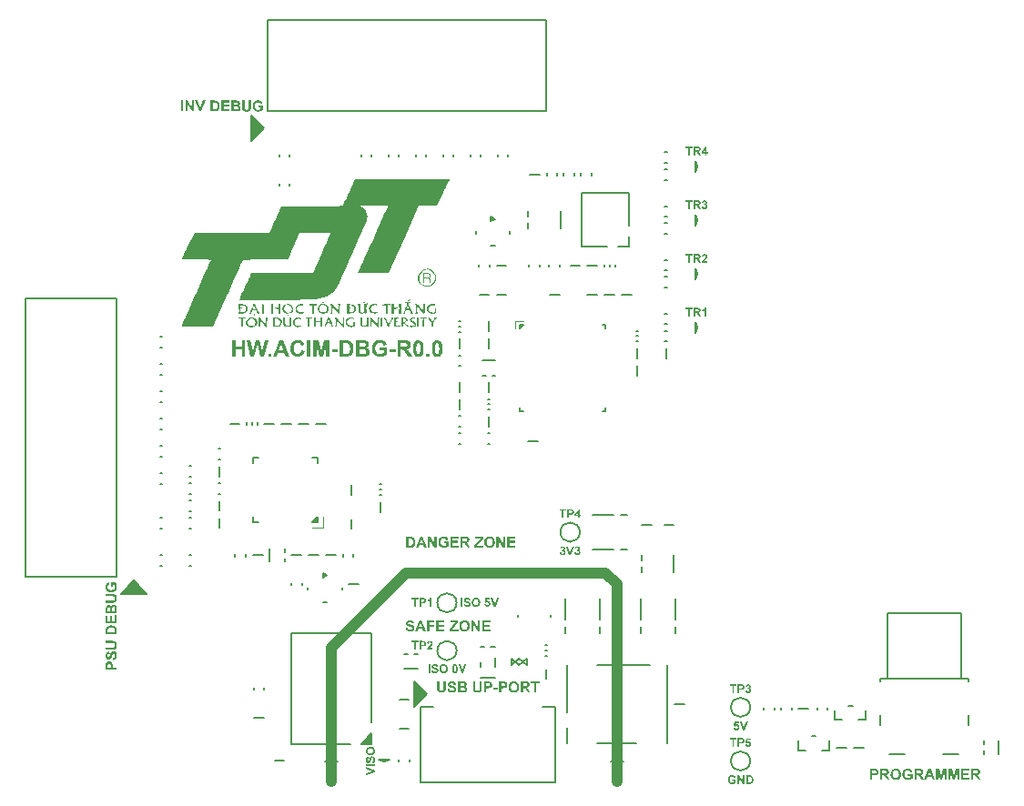
<source format=gbr>
%TF.GenerationSoftware,KiCad,Pcbnew,8.0.2*%
%TF.CreationDate,2024-05-14T20:52:20+07:00*%
%TF.ProjectId,HW.ACIM-DBG,48572e41-4349-44d2-9d44-42472e6b6963,0.0*%
%TF.SameCoordinates,Original*%
%TF.FileFunction,Legend,Top*%
%TF.FilePolarity,Positive*%
%FSLAX46Y46*%
G04 Gerber Fmt 4.6, Leading zero omitted, Abs format (unit mm)*
G04 Created by KiCad (PCBNEW 8.0.2) date 2024-05-14 20:52:20*
%MOMM*%
%LPD*%
G01*
G04 APERTURE LIST*
%ADD10C,0.154000*%
%ADD11C,1.000000*%
%ADD12C,0.200000*%
%ADD13C,0.160000*%
%ADD14C,0.000000*%
%ADD15C,0.100000*%
G04 APERTURE END LIST*
D10*
X140666744Y-91638456D02*
X139466744Y-92838456D01*
X139466744Y-90438456D01*
X140666744Y-91638456D01*
G36*
X140666744Y-91638456D02*
G01*
X139466744Y-92838456D01*
X139466744Y-90438456D01*
X140666744Y-91638456D01*
G37*
D11*
X157312700Y-80350000D02*
X158361292Y-81398592D01*
X131812700Y-99750000D02*
X131812700Y-87300200D01*
X131817815Y-87299385D02*
X138763738Y-80353462D01*
D10*
X114625000Y-82280200D02*
X112225000Y-82280200D01*
X113425000Y-81080200D01*
X114625000Y-82280200D01*
G36*
X114625000Y-82280200D02*
G01*
X112225000Y-82280200D01*
X113425000Y-81080200D01*
X114625000Y-82280200D01*
G37*
D11*
X138767000Y-80350000D02*
X157312700Y-80350000D01*
X158362700Y-99750000D02*
X158362700Y-81400000D01*
D10*
X125525000Y-38980200D02*
X124325000Y-40180200D01*
X124325000Y-37780200D01*
X125525000Y-38980200D01*
G36*
X125525000Y-38980200D02*
G01*
X124325000Y-40180200D01*
X124325000Y-37780200D01*
X125525000Y-38980200D01*
G37*
D12*
G36*
X139188210Y-76964873D02*
G01*
X139240817Y-76968189D01*
X139291060Y-76974803D01*
X139327773Y-76983244D01*
X139375517Y-77001328D01*
X139419281Y-77025903D01*
X139459065Y-77056970D01*
X139479448Y-77077034D01*
X139512635Y-77117211D01*
X139541031Y-77162179D01*
X139564636Y-77211939D01*
X139575679Y-77241653D01*
X139590105Y-77293112D01*
X139599346Y-77342822D01*
X139605432Y-77396903D01*
X139608137Y-77446737D01*
X139608652Y-77481744D01*
X139607168Y-77534913D01*
X139602715Y-77584787D01*
X139593991Y-77637749D01*
X139581389Y-77686407D01*
X139577633Y-77697899D01*
X139559623Y-77744390D01*
X139535233Y-77792571D01*
X139506783Y-77835470D01*
X139474271Y-77873087D01*
X139469922Y-77877418D01*
X139429126Y-77910471D01*
X139384476Y-77935811D01*
X139338131Y-77954783D01*
X139327040Y-77958506D01*
X139275356Y-77970743D01*
X139225126Y-77976977D01*
X139174476Y-77979664D01*
X139147033Y-77980000D01*
X138764305Y-77980000D01*
X138764305Y-77808053D01*
X138967759Y-77808053D01*
X139119434Y-77808053D01*
X139172438Y-77806898D01*
X139223702Y-77802090D01*
X139242532Y-77798283D01*
X139290196Y-77780223D01*
X139324353Y-77756273D01*
X139354029Y-77716889D01*
X139373644Y-77670772D01*
X139377598Y-77658332D01*
X139389418Y-77605485D01*
X139395439Y-77553574D01*
X139398035Y-77500879D01*
X139398359Y-77472219D01*
X139397061Y-77416882D01*
X139392500Y-77362767D01*
X139383579Y-77312745D01*
X139377598Y-77291723D01*
X139358188Y-77245119D01*
X139328979Y-77202765D01*
X139319957Y-77193538D01*
X139278008Y-77163862D01*
X139229476Y-77146467D01*
X139225924Y-77145666D01*
X139173076Y-77138987D01*
X139122563Y-77136669D01*
X139066796Y-77135906D01*
X139059106Y-77135896D01*
X138967759Y-77135896D01*
X138967759Y-77808053D01*
X138764305Y-77808053D01*
X138764305Y-76963949D01*
X139136042Y-76963949D01*
X139188210Y-76964873D01*
G37*
G36*
X140683321Y-77980000D02*
G01*
X140462281Y-77980000D01*
X140374353Y-77745526D01*
X139971597Y-77745526D01*
X139888554Y-77980000D01*
X139672888Y-77980000D01*
X139829790Y-77573579D01*
X140034123Y-77573579D01*
X140308896Y-77573579D01*
X140170166Y-77214054D01*
X140034123Y-77573579D01*
X139829790Y-77573579D01*
X140065142Y-76963949D01*
X140280076Y-76963949D01*
X140683321Y-77980000D01*
G37*
G36*
X140787612Y-77980000D02*
G01*
X140787612Y-76963949D01*
X140985449Y-76963949D01*
X141397487Y-77650516D01*
X141397487Y-76963949D01*
X141586286Y-76963949D01*
X141586286Y-77980000D01*
X141382344Y-77980000D01*
X140976412Y-77303691D01*
X140976412Y-77980000D01*
X140787612Y-77980000D01*
G37*
G36*
X142264060Y-77604842D02*
G01*
X142264060Y-77432896D01*
X142702476Y-77432896D01*
X142702476Y-77841270D01*
X142661960Y-77874594D01*
X142618355Y-77902270D01*
X142574340Y-77924984D01*
X142524856Y-77946295D01*
X142517340Y-77949225D01*
X142464187Y-77967307D01*
X142410731Y-77980948D01*
X142356971Y-77990148D01*
X142302906Y-77994906D01*
X142271876Y-77995631D01*
X142214042Y-77993287D01*
X142159059Y-77986254D01*
X142106926Y-77974534D01*
X142057645Y-77958125D01*
X142011214Y-77937027D01*
X141996370Y-77928953D01*
X141954367Y-77901939D01*
X141916468Y-77870907D01*
X141877441Y-77829624D01*
X141848435Y-77789885D01*
X141823534Y-77746127D01*
X141819783Y-77738443D01*
X141799695Y-77691151D01*
X141783764Y-77642330D01*
X141771989Y-77591981D01*
X141764370Y-77540103D01*
X141760907Y-77486697D01*
X141760676Y-77468555D01*
X141762994Y-77410449D01*
X141769949Y-77354833D01*
X141781541Y-77301708D01*
X141797770Y-77251072D01*
X141818636Y-77202927D01*
X141826621Y-77187431D01*
X141853498Y-77143287D01*
X141884667Y-77103179D01*
X141920130Y-77067107D01*
X141959886Y-77035070D01*
X142003936Y-77007069D01*
X142019573Y-76998632D01*
X142071002Y-76976619D01*
X142120835Y-76962518D01*
X142175180Y-76953231D01*
X142225352Y-76949104D01*
X142260641Y-76948318D01*
X142317250Y-76950345D01*
X142369839Y-76956427D01*
X142418410Y-76966564D01*
X142471390Y-76984081D01*
X142518582Y-77007437D01*
X142553488Y-77031360D01*
X142590411Y-77064734D01*
X142622044Y-77102572D01*
X142648388Y-77144876D01*
X142669442Y-77191645D01*
X142685207Y-77242878D01*
X142689287Y-77260949D01*
X142487298Y-77292212D01*
X142470344Y-77245715D01*
X142443210Y-77202117D01*
X142407187Y-77166427D01*
X142363423Y-77140145D01*
X142312733Y-77124773D01*
X142260641Y-77120265D01*
X142204915Y-77124367D01*
X142154426Y-77136674D01*
X142109172Y-77157185D01*
X142069154Y-77185901D01*
X142048638Y-77205994D01*
X142017994Y-77247379D01*
X141994876Y-77296735D01*
X141981052Y-77345384D01*
X141972757Y-77399889D01*
X141970069Y-77449784D01*
X141969992Y-77460251D01*
X141971936Y-77514819D01*
X141977768Y-77564951D01*
X141989898Y-77619253D01*
X142007626Y-77667166D01*
X142035386Y-77714991D01*
X142049615Y-77732826D01*
X142086918Y-77768229D01*
X142128942Y-77794936D01*
X142175689Y-77812948D01*
X142227157Y-77822264D01*
X142258687Y-77823684D01*
X142310562Y-77819452D01*
X142358590Y-77808031D01*
X142386670Y-77798039D01*
X142432305Y-77777259D01*
X142476007Y-77751259D01*
X142497068Y-77735757D01*
X142497068Y-77604842D01*
X142264060Y-77604842D01*
G37*
G36*
X142883949Y-77980000D02*
G01*
X142883949Y-76963949D01*
X143630599Y-76963949D01*
X143630599Y-77135896D01*
X143087403Y-77135896D01*
X143087403Y-77354738D01*
X143592986Y-77354738D01*
X143592986Y-77526685D01*
X143087403Y-77526685D01*
X143087403Y-77808053D01*
X143649894Y-77808053D01*
X143649894Y-77980000D01*
X142883949Y-77980000D01*
G37*
G36*
X144303036Y-76964911D02*
G01*
X144354252Y-76967796D01*
X144406148Y-76973593D01*
X144455096Y-76983424D01*
X144480076Y-76991304D01*
X144526987Y-77015162D01*
X144566973Y-77049120D01*
X144597312Y-77088757D01*
X144620496Y-77134548D01*
X144635094Y-77184298D01*
X144641104Y-77238008D01*
X144641276Y-77249225D01*
X144637109Y-77303996D01*
X144624606Y-77353761D01*
X144603769Y-77398518D01*
X144574598Y-77438269D01*
X144537244Y-77472081D01*
X144491616Y-77499024D01*
X144444905Y-77516964D01*
X144391859Y-77529645D01*
X144375540Y-77532302D01*
X144418136Y-77559896D01*
X144458350Y-77592039D01*
X144484228Y-77617543D01*
X144517302Y-77657822D01*
X144545779Y-77697847D01*
X144573752Y-77740283D01*
X144599999Y-77782163D01*
X144723097Y-77980000D01*
X144479831Y-77980000D01*
X144332797Y-77756517D01*
X144305140Y-77716117D01*
X144273686Y-77671627D01*
X144243084Y-77631083D01*
X144225575Y-77610704D01*
X144186275Y-77579158D01*
X144164514Y-77569183D01*
X144116265Y-77560098D01*
X144066520Y-77557959D01*
X144062176Y-77557948D01*
X144020899Y-77557948D01*
X144020899Y-77980000D01*
X143817689Y-77980000D01*
X143817689Y-77386001D01*
X144020899Y-77386001D01*
X144171353Y-77386001D01*
X144222352Y-77385580D01*
X144272083Y-77384026D01*
X144324882Y-77379818D01*
X144354046Y-77374033D01*
X144396582Y-77349045D01*
X144410955Y-77332267D01*
X144429688Y-77284590D01*
X144431716Y-77258262D01*
X144423137Y-77208313D01*
X144404605Y-77177906D01*
X144364489Y-77149573D01*
X144327912Y-77139316D01*
X144278514Y-77136751D01*
X144228993Y-77136060D01*
X144179657Y-77135896D01*
X144020899Y-77135896D01*
X144020899Y-77386001D01*
X143817689Y-77386001D01*
X143817689Y-76963949D01*
X144245603Y-76963949D01*
X144303036Y-76964911D01*
G37*
G36*
X145128785Y-77980000D02*
G01*
X145128785Y-77792421D01*
X145657815Y-77135896D01*
X145188624Y-77135896D01*
X145188624Y-76963949D01*
X145925505Y-76963949D01*
X145925505Y-77135896D01*
X145374004Y-77808053D01*
X145946998Y-77808053D01*
X145946998Y-77980000D01*
X145128785Y-77980000D01*
G37*
G36*
X146570867Y-76950489D02*
G01*
X146622375Y-76957004D01*
X146671098Y-76967861D01*
X146728084Y-76987540D01*
X146780716Y-77014005D01*
X146828996Y-77047255D01*
X146872923Y-77087292D01*
X146911411Y-77133299D01*
X146943376Y-77184612D01*
X146964252Y-77229484D01*
X146980952Y-77277753D01*
X146993477Y-77329418D01*
X147001827Y-77384479D01*
X147006002Y-77442937D01*
X147006524Y-77473440D01*
X147004451Y-77533077D01*
X146998235Y-77589379D01*
X146987873Y-77642345D01*
X146973368Y-77691976D01*
X146954717Y-77738272D01*
X146925576Y-77791450D01*
X146889960Y-77839418D01*
X146873900Y-77857145D01*
X146830278Y-77897041D01*
X146782304Y-77930175D01*
X146729977Y-77956547D01*
X146673296Y-77976156D01*
X146624818Y-77986976D01*
X146573554Y-77993467D01*
X146519503Y-77995631D01*
X146464766Y-77993479D01*
X146412907Y-77987021D01*
X146363925Y-77976260D01*
X146306743Y-77956753D01*
X146254058Y-77930521D01*
X146205869Y-77897563D01*
X146162176Y-77857878D01*
X146123969Y-77812220D01*
X146092238Y-77761493D01*
X146066982Y-77705697D01*
X146051440Y-77657412D01*
X146040043Y-77605882D01*
X146032790Y-77551109D01*
X146029682Y-77493092D01*
X146029552Y-77478080D01*
X146029748Y-77471242D01*
X146239113Y-77471242D01*
X146241039Y-77523388D01*
X146248435Y-77580563D01*
X146261378Y-77631849D01*
X146279868Y-77677244D01*
X146308450Y-77722759D01*
X146318003Y-77734291D01*
X146354658Y-77769123D01*
X146401530Y-77798455D01*
X146453714Y-77816613D01*
X146503733Y-77823335D01*
X146518771Y-77823684D01*
X146569893Y-77819442D01*
X146623195Y-77804203D01*
X146671032Y-77777882D01*
X146708407Y-77745760D01*
X146718317Y-77735024D01*
X146748676Y-77691886D01*
X146771578Y-77640262D01*
X146785274Y-77589261D01*
X146793491Y-77532025D01*
X146796154Y-77479566D01*
X146796231Y-77468555D01*
X146794376Y-77415859D01*
X146787255Y-77358386D01*
X146774793Y-77307198D01*
X146753503Y-77255423D01*
X146724944Y-77212203D01*
X146720271Y-77206727D01*
X146684666Y-77173037D01*
X146638165Y-77144667D01*
X146585465Y-77127104D01*
X146534270Y-77120602D01*
X146518771Y-77120265D01*
X146466077Y-77124449D01*
X146418059Y-77137001D01*
X146368905Y-77161593D01*
X146325857Y-77197115D01*
X146316049Y-77207704D01*
X146286071Y-77250201D01*
X146263456Y-77301183D01*
X146249932Y-77351635D01*
X146241817Y-77408321D01*
X146239188Y-77460322D01*
X146239113Y-77471242D01*
X146029748Y-77471242D01*
X146031167Y-77421846D01*
X146036009Y-77369099D01*
X146044081Y-77319837D01*
X146057578Y-77266771D01*
X146075470Y-77218450D01*
X146099427Y-77171634D01*
X146128249Y-77127966D01*
X146161938Y-77087446D01*
X146169259Y-77079720D01*
X146207580Y-77044353D01*
X146248047Y-77015187D01*
X146295040Y-76990267D01*
X146299441Y-76988374D01*
X146348365Y-76970849D01*
X146400862Y-76958332D01*
X146449727Y-76951486D01*
X146501327Y-76948474D01*
X146516572Y-76948318D01*
X146570867Y-76950489D01*
G37*
G36*
X147161374Y-77980000D02*
G01*
X147161374Y-76963949D01*
X147359210Y-76963949D01*
X147771248Y-77650516D01*
X147771248Y-76963949D01*
X147960048Y-76963949D01*
X147960048Y-77980000D01*
X147756105Y-77980000D01*
X147350173Y-77303691D01*
X147350173Y-77980000D01*
X147161374Y-77980000D01*
G37*
G36*
X148169364Y-77980000D02*
G01*
X148169364Y-76963949D01*
X148916014Y-76963949D01*
X148916014Y-77135896D01*
X148372818Y-77135896D01*
X148372818Y-77354738D01*
X148878401Y-77354738D01*
X148878401Y-77526685D01*
X148372818Y-77526685D01*
X148372818Y-77808053D01*
X148935309Y-77808053D01*
X148935309Y-77980000D01*
X148169364Y-77980000D01*
G37*
G36*
X138713502Y-85451737D02*
G01*
X138911339Y-85436106D01*
X138924266Y-85486453D01*
X138945427Y-85532879D01*
X138976969Y-85572376D01*
X138983635Y-85578255D01*
X139025750Y-85604119D01*
X139076870Y-85619248D01*
X139131157Y-85623684D01*
X139182561Y-85620458D01*
X139230704Y-85609305D01*
X139276007Y-85585405D01*
X139279168Y-85582896D01*
X139313229Y-85544374D01*
X139328556Y-85497290D01*
X139328994Y-85487152D01*
X139316174Y-85438608D01*
X139307989Y-85427313D01*
X139267061Y-85397670D01*
X139234960Y-85384326D01*
X139186107Y-85369380D01*
X139136285Y-85355722D01*
X139087570Y-85342910D01*
X139072051Y-85338897D01*
X139023368Y-85325404D01*
X138971229Y-85308047D01*
X138925943Y-85289420D01*
X138881770Y-85266082D01*
X138842706Y-85237292D01*
X138806542Y-85198769D01*
X138779261Y-85156716D01*
X138760861Y-85111133D01*
X138751344Y-85062021D01*
X138749894Y-85032372D01*
X138755031Y-84980158D01*
X138770443Y-84930310D01*
X138793369Y-84887048D01*
X138824439Y-84847783D01*
X138862998Y-84814862D01*
X138909046Y-84788287D01*
X138919154Y-84783733D01*
X138968120Y-84766613D01*
X139016121Y-84756099D01*
X139068336Y-84750012D01*
X139117480Y-84748318D01*
X139174419Y-84750399D01*
X139226778Y-84756642D01*
X139274558Y-84767047D01*
X139325849Y-84785028D01*
X139370546Y-84809002D01*
X139402755Y-84833558D01*
X139440390Y-84873574D01*
X139469307Y-84919037D01*
X139489504Y-84969945D01*
X139499877Y-85017916D01*
X139503628Y-85060949D01*
X139300173Y-85060949D01*
X139286240Y-85010654D01*
X139259306Y-84966996D01*
X139244242Y-84953237D01*
X139198400Y-84930697D01*
X139146010Y-84921424D01*
X139115281Y-84920265D01*
X139063742Y-84923747D01*
X139015645Y-84935622D01*
X138976552Y-84955924D01*
X138946862Y-84997003D01*
X138944312Y-85017473D01*
X138961347Y-85064231D01*
X138974598Y-85077313D01*
X139018848Y-85101779D01*
X139065559Y-85118815D01*
X139117727Y-85134197D01*
X139161443Y-85145457D01*
X139214409Y-85159064D01*
X139261930Y-85172774D01*
X139310491Y-85188899D01*
X139356917Y-85207500D01*
X139381018Y-85219218D01*
X139422410Y-85245422D01*
X139460945Y-85280472D01*
X139492148Y-85322044D01*
X139515092Y-85370486D01*
X139527686Y-85420784D01*
X139532291Y-85471152D01*
X139532448Y-85483000D01*
X139527749Y-85536271D01*
X139513653Y-85587395D01*
X139490159Y-85636372D01*
X139484332Y-85645910D01*
X139454118Y-85685546D01*
X139417605Y-85719000D01*
X139374795Y-85746271D01*
X139348289Y-85758750D01*
X139301624Y-85774886D01*
X139249554Y-85786411D01*
X139199560Y-85792714D01*
X139145429Y-85795487D01*
X139129203Y-85795631D01*
X139071681Y-85793490D01*
X139018488Y-85787068D01*
X138969624Y-85776365D01*
X138916701Y-85757869D01*
X138870013Y-85733208D01*
X138835868Y-85707948D01*
X138800385Y-85672150D01*
X138770689Y-85630702D01*
X138746781Y-85583604D01*
X138728660Y-85530857D01*
X138717981Y-85482584D01*
X138713502Y-85451737D01*
G37*
G36*
X140606140Y-85780000D02*
G01*
X140385100Y-85780000D01*
X140297173Y-85545526D01*
X139894416Y-85545526D01*
X139811374Y-85780000D01*
X139595707Y-85780000D01*
X139752609Y-85373579D01*
X139956942Y-85373579D01*
X140231716Y-85373579D01*
X140092986Y-85014054D01*
X139956942Y-85373579D01*
X139752609Y-85373579D01*
X139987961Y-84763949D01*
X140202895Y-84763949D01*
X140606140Y-85780000D01*
G37*
G36*
X140709699Y-85780000D02*
G01*
X140709699Y-84763949D01*
X141399929Y-84763949D01*
X141399929Y-84935896D01*
X140912909Y-84935896D01*
X140912909Y-85170369D01*
X141333251Y-85170369D01*
X141333251Y-85342316D01*
X140912909Y-85342316D01*
X140912909Y-85780000D01*
X140709699Y-85780000D01*
G37*
G36*
X141563083Y-85780000D02*
G01*
X141563083Y-84763949D01*
X142309734Y-84763949D01*
X142309734Y-84935896D01*
X141766538Y-84935896D01*
X141766538Y-85154738D01*
X142272120Y-85154738D01*
X142272120Y-85326685D01*
X141766538Y-85326685D01*
X141766538Y-85608053D01*
X142329029Y-85608053D01*
X142329029Y-85780000D01*
X141563083Y-85780000D01*
G37*
G36*
X142797731Y-85780000D02*
G01*
X142797731Y-85592421D01*
X143326761Y-84935896D01*
X142857570Y-84935896D01*
X142857570Y-84763949D01*
X143594451Y-84763949D01*
X143594451Y-84935896D01*
X143042951Y-85608053D01*
X143615944Y-85608053D01*
X143615944Y-85780000D01*
X142797731Y-85780000D01*
G37*
G36*
X144239813Y-84750489D02*
G01*
X144291322Y-84757004D01*
X144340044Y-84767861D01*
X144397030Y-84787540D01*
X144449663Y-84814005D01*
X144497942Y-84847255D01*
X144541869Y-84887292D01*
X144580358Y-84933299D01*
X144612323Y-84984612D01*
X144633198Y-85029484D01*
X144649898Y-85077753D01*
X144662423Y-85129418D01*
X144670773Y-85184479D01*
X144674948Y-85242937D01*
X144675470Y-85273440D01*
X144673398Y-85333077D01*
X144667181Y-85389379D01*
X144656820Y-85442345D01*
X144642314Y-85491976D01*
X144623664Y-85538272D01*
X144594523Y-85591450D01*
X144558906Y-85639418D01*
X144542846Y-85657145D01*
X144499225Y-85697041D01*
X144451250Y-85730175D01*
X144398923Y-85756547D01*
X144342243Y-85776156D01*
X144293764Y-85786976D01*
X144242500Y-85793467D01*
X144188450Y-85795631D01*
X144133713Y-85793479D01*
X144081853Y-85787021D01*
X144032871Y-85776260D01*
X143975690Y-85756753D01*
X143923004Y-85730521D01*
X143874815Y-85697563D01*
X143831122Y-85657878D01*
X143792915Y-85612220D01*
X143761184Y-85561493D01*
X143735929Y-85505697D01*
X143720387Y-85457412D01*
X143708989Y-85405882D01*
X143701736Y-85351109D01*
X143698628Y-85293092D01*
X143698499Y-85278080D01*
X143698695Y-85271242D01*
X143908059Y-85271242D01*
X143909985Y-85323388D01*
X143917381Y-85380563D01*
X143930324Y-85431849D01*
X143948814Y-85477244D01*
X143977396Y-85522759D01*
X143986949Y-85534291D01*
X144023604Y-85569123D01*
X144070476Y-85598455D01*
X144122660Y-85616613D01*
X144172679Y-85623335D01*
X144187717Y-85623684D01*
X144238839Y-85619442D01*
X144292141Y-85604203D01*
X144339979Y-85577882D01*
X144377353Y-85545760D01*
X144387263Y-85535024D01*
X144417622Y-85491886D01*
X144440525Y-85440262D01*
X144454220Y-85389261D01*
X144462438Y-85332025D01*
X144465101Y-85279566D01*
X144465177Y-85268555D01*
X144463322Y-85215859D01*
X144456201Y-85158386D01*
X144443739Y-85107198D01*
X144422450Y-85055423D01*
X144393891Y-85012203D01*
X144389217Y-85006727D01*
X144353612Y-84973037D01*
X144307111Y-84944667D01*
X144254412Y-84927104D01*
X144203216Y-84920602D01*
X144187717Y-84920265D01*
X144135023Y-84924449D01*
X144087005Y-84937001D01*
X144037851Y-84961593D01*
X143994803Y-84997115D01*
X143984995Y-85007704D01*
X143955017Y-85050201D01*
X143932402Y-85101183D01*
X143918878Y-85151635D01*
X143910764Y-85208321D01*
X143908134Y-85260322D01*
X143908059Y-85271242D01*
X143698695Y-85271242D01*
X143700113Y-85221846D01*
X143704956Y-85169099D01*
X143713027Y-85119837D01*
X143726524Y-85066771D01*
X143744416Y-85018450D01*
X143768373Y-84971634D01*
X143797196Y-84927966D01*
X143830884Y-84887446D01*
X143838205Y-84879720D01*
X143876526Y-84844353D01*
X143916993Y-84815187D01*
X143963986Y-84790267D01*
X143968387Y-84788374D01*
X144017312Y-84770849D01*
X144069809Y-84758332D01*
X144118674Y-84751486D01*
X144170274Y-84748474D01*
X144185519Y-84748318D01*
X144239813Y-84750489D01*
G37*
G36*
X144830320Y-85780000D02*
G01*
X144830320Y-84763949D01*
X145028157Y-84763949D01*
X145440194Y-85450516D01*
X145440194Y-84763949D01*
X145628994Y-84763949D01*
X145628994Y-85780000D01*
X145425051Y-85780000D01*
X145019120Y-85103691D01*
X145019120Y-85780000D01*
X144830320Y-85780000D01*
G37*
G36*
X145838310Y-85780000D02*
G01*
X145838310Y-84763949D01*
X146584960Y-84763949D01*
X146584960Y-84935896D01*
X146041764Y-84935896D01*
X146041764Y-85154738D01*
X146547347Y-85154738D01*
X146547347Y-85326685D01*
X146041764Y-85326685D01*
X146041764Y-85608053D01*
X146604256Y-85608053D01*
X146604256Y-85780000D01*
X145838310Y-85780000D01*
G37*
G36*
X122568104Y-60200411D02*
G01*
X122568104Y-58676335D01*
X122872919Y-58676335D01*
X122872919Y-59285965D01*
X123470826Y-59285965D01*
X123470826Y-58676335D01*
X123775641Y-58676335D01*
X123775641Y-60200411D01*
X123470826Y-60200411D01*
X123470826Y-59543886D01*
X122872919Y-59543886D01*
X122872919Y-60200411D01*
X122568104Y-60200411D01*
G37*
G36*
X124296611Y-60200411D02*
G01*
X123936108Y-58676335D01*
X124248251Y-58676335D01*
X124475763Y-59723404D01*
X124752002Y-58676335D01*
X125114702Y-58676335D01*
X125379584Y-59740990D01*
X125611492Y-58676335D01*
X125918505Y-58676335D01*
X125551775Y-60200411D01*
X125228275Y-60200411D01*
X124927124Y-59061018D01*
X124627438Y-60200411D01*
X124296611Y-60200411D01*
G37*
G36*
X125945616Y-60200411D02*
G01*
X125945616Y-59919043D01*
X126235411Y-59919043D01*
X126235411Y-60200411D01*
X125945616Y-60200411D01*
G37*
G36*
X127893209Y-60200411D02*
G01*
X127561649Y-60200411D01*
X127429758Y-59848701D01*
X126825623Y-59848701D01*
X126701060Y-60200411D01*
X126377560Y-60200411D01*
X126612913Y-59590780D01*
X126919413Y-59590780D01*
X127331572Y-59590780D01*
X127123478Y-59051492D01*
X126919413Y-59590780D01*
X126612913Y-59590780D01*
X126965941Y-58676335D01*
X127288341Y-58676335D01*
X127893209Y-60200411D01*
G37*
G36*
X129012818Y-59614228D02*
G01*
X129308474Y-59708017D01*
X129284979Y-59782959D01*
X129257083Y-59851622D01*
X129217799Y-59925729D01*
X129172178Y-59990794D01*
X129120220Y-60046818D01*
X129082061Y-60079144D01*
X129019846Y-60120356D01*
X128951630Y-60153041D01*
X128877411Y-60177199D01*
X128797190Y-60192831D01*
X128710967Y-60199937D01*
X128680892Y-60200411D01*
X128607367Y-60197228D01*
X128520163Y-60184298D01*
X128438181Y-60161421D01*
X128361424Y-60128599D01*
X128289890Y-60085830D01*
X128223579Y-60033115D01*
X128186300Y-59996712D01*
X128130573Y-59929407D01*
X128084291Y-59854803D01*
X128047454Y-59772901D01*
X128024785Y-59702124D01*
X128008161Y-59626675D01*
X127997583Y-59546556D01*
X127993049Y-59461766D01*
X127992860Y-59439838D01*
X127995900Y-59349026D01*
X128005019Y-59263434D01*
X128020217Y-59183063D01*
X128041495Y-59107912D01*
X128068852Y-59037982D01*
X128111597Y-58957912D01*
X128163842Y-58885999D01*
X128187399Y-58859517D01*
X128251295Y-58799990D01*
X128321165Y-58750553D01*
X128397011Y-58711204D01*
X128478831Y-58681945D01*
X128566626Y-58662775D01*
X128641164Y-58654704D01*
X128699577Y-58652888D01*
X128783696Y-58657127D01*
X128862716Y-58669846D01*
X128936638Y-58691045D01*
X129005462Y-58720722D01*
X129069188Y-58758879D01*
X129127815Y-58805516D01*
X129149838Y-58826544D01*
X129198107Y-58883606D01*
X129239964Y-58951841D01*
X129271330Y-59020713D01*
X129297787Y-59098141D01*
X129304444Y-59121834D01*
X129002560Y-59168729D01*
X128977290Y-59092548D01*
X128938253Y-59028229D01*
X128890819Y-58980051D01*
X128828055Y-58940629D01*
X128756632Y-58917570D01*
X128684189Y-58910808D01*
X128604230Y-58918273D01*
X128532148Y-58940667D01*
X128467943Y-58977990D01*
X128411614Y-59030243D01*
X128365933Y-59099234D01*
X128336669Y-59174816D01*
X128319538Y-59250902D01*
X128309750Y-59337421D01*
X128307201Y-59417490D01*
X128309714Y-59502230D01*
X128317254Y-59578991D01*
X128332938Y-59660573D01*
X128355860Y-59730666D01*
X128391751Y-59797920D01*
X128410149Y-59821956D01*
X128465493Y-59874690D01*
X128528576Y-59912357D01*
X128599399Y-59934957D01*
X128677961Y-59942490D01*
X128757558Y-59933139D01*
X128829102Y-59905087D01*
X128887155Y-59863355D01*
X128937051Y-59805023D01*
X128973698Y-59737352D01*
X128999704Y-59665132D01*
X129012818Y-59614228D01*
G37*
G36*
X129552473Y-60200411D02*
G01*
X129552473Y-58676335D01*
X129857288Y-58676335D01*
X129857288Y-60200411D01*
X129552473Y-60200411D01*
G37*
G36*
X130140854Y-60200411D02*
G01*
X130140854Y-58676335D01*
X130597344Y-58676335D01*
X130871384Y-59716077D01*
X131142494Y-58676335D01*
X131599716Y-58676335D01*
X131599716Y-60200411D01*
X131316517Y-60200411D01*
X131316517Y-59000568D01*
X131016464Y-60200411D01*
X130723007Y-60200411D01*
X130424053Y-59000568D01*
X130424053Y-60200411D01*
X130140854Y-60200411D01*
G37*
G36*
X131858003Y-59801806D02*
G01*
X131858003Y-59543886D01*
X132426967Y-59543886D01*
X132426967Y-59801806D01*
X131858003Y-59801806D01*
G37*
G36*
X133226956Y-58677720D02*
G01*
X133305867Y-58682695D01*
X133381231Y-58692615D01*
X133436300Y-58705278D01*
X133507916Y-58732403D01*
X133573562Y-58769266D01*
X133633239Y-58815866D01*
X133663813Y-58845962D01*
X133713594Y-58906227D01*
X133756188Y-58973680D01*
X133791595Y-59048319D01*
X133808160Y-59092891D01*
X133829798Y-59170080D01*
X133843661Y-59244644D01*
X133852789Y-59325766D01*
X133856846Y-59400517D01*
X133857619Y-59453027D01*
X133855393Y-59532781D01*
X133848713Y-59607592D01*
X133835627Y-59687035D01*
X133816725Y-59760022D01*
X133811091Y-59777260D01*
X133784076Y-59846996D01*
X133747491Y-59919267D01*
X133704815Y-59983616D01*
X133656048Y-60040041D01*
X133649524Y-60046538D01*
X133588330Y-60096118D01*
X133521354Y-60134128D01*
X133451838Y-60162586D01*
X133435201Y-60168170D01*
X133357675Y-60186526D01*
X133282330Y-60195877D01*
X133206355Y-60199907D01*
X133165191Y-60200411D01*
X132591098Y-60200411D01*
X132591098Y-59942490D01*
X132896279Y-59942490D01*
X133123792Y-59942490D01*
X133203298Y-59940758D01*
X133280194Y-59933546D01*
X133308439Y-59927835D01*
X133379936Y-59900745D01*
X133431171Y-59864821D01*
X133475684Y-59805745D01*
X133505107Y-59736569D01*
X133511039Y-59717909D01*
X133528768Y-59638639D01*
X133537800Y-59560773D01*
X133541693Y-59481730D01*
X133542180Y-59438739D01*
X133540233Y-59355735D01*
X133533391Y-59274562D01*
X133520010Y-59199529D01*
X133511039Y-59167996D01*
X133481923Y-59098090D01*
X133438109Y-59034559D01*
X133424577Y-59020718D01*
X133361654Y-58976204D01*
X133288855Y-58950112D01*
X133283526Y-58948910D01*
X133204256Y-58938892D01*
X133128486Y-58935415D01*
X133044835Y-58934270D01*
X133033300Y-58934256D01*
X132896279Y-58934256D01*
X132896279Y-59942490D01*
X132591098Y-59942490D01*
X132591098Y-58676335D01*
X133148704Y-58676335D01*
X133226956Y-58677720D01*
G37*
G36*
X134786361Y-58677071D02*
G01*
X134860258Y-58679716D01*
X134936593Y-58685727D01*
X134979427Y-58691722D01*
X135053107Y-58711247D01*
X135119635Y-58743534D01*
X135137330Y-58755103D01*
X135193750Y-58803269D01*
X135241194Y-58863776D01*
X135253101Y-58883331D01*
X135283226Y-58951488D01*
X135297993Y-59026176D01*
X135299629Y-59062849D01*
X135291592Y-59141160D01*
X135267481Y-59214524D01*
X135242476Y-59260686D01*
X135193893Y-59321943D01*
X135133872Y-59370527D01*
X135087504Y-59395875D01*
X135160125Y-59423035D01*
X135228918Y-59463750D01*
X135285189Y-59515557D01*
X135299629Y-59533261D01*
X135338849Y-59597268D01*
X135363542Y-59667929D01*
X135373710Y-59745244D01*
X135374001Y-59761506D01*
X135367252Y-59838219D01*
X135347004Y-59913387D01*
X135326007Y-59962640D01*
X135285118Y-60030217D01*
X135234439Y-60086769D01*
X135195215Y-60118345D01*
X135127655Y-60155748D01*
X135056131Y-60178992D01*
X134990784Y-60190152D01*
X134912939Y-60195001D01*
X134836894Y-60197365D01*
X134755303Y-60198945D01*
X134675741Y-60199947D01*
X134622954Y-60200411D01*
X134108579Y-60200411D01*
X134108579Y-59942490D01*
X134413394Y-59942490D01*
X134695861Y-59942490D01*
X134770759Y-59941918D01*
X134849144Y-59939261D01*
X134905055Y-59933331D01*
X134976934Y-59906575D01*
X135015697Y-59873980D01*
X135051487Y-59806492D01*
X135058561Y-59747218D01*
X135046937Y-59674835D01*
X135025589Y-59633645D01*
X134969689Y-59583140D01*
X134930334Y-59565501D01*
X134855604Y-59551506D01*
X134775604Y-59545997D01*
X134697392Y-59544076D01*
X134659591Y-59543886D01*
X134413394Y-59543886D01*
X134413394Y-59942490D01*
X134108579Y-59942490D01*
X134108579Y-59285965D01*
X134413394Y-59285965D01*
X134613429Y-59285965D01*
X134694029Y-59285645D01*
X134771080Y-59284342D01*
X134834713Y-59280836D01*
X134908502Y-59260686D01*
X134957811Y-59226248D01*
X134995437Y-59162662D01*
X135002874Y-59107546D01*
X134989183Y-59033008D01*
X134964039Y-58992874D01*
X134901214Y-58951372D01*
X134849367Y-58939385D01*
X134769425Y-58935703D01*
X134685602Y-58934576D01*
X134601814Y-58934261D01*
X134588516Y-58934256D01*
X134413394Y-58934256D01*
X134413394Y-59285965D01*
X134108579Y-59285965D01*
X134108579Y-58676335D01*
X134712347Y-58676335D01*
X134786361Y-58677071D01*
G37*
G36*
X136325449Y-59637675D02*
G01*
X136325449Y-59379755D01*
X136983073Y-59379755D01*
X136983073Y-59992316D01*
X136922299Y-60042303D01*
X136856891Y-60083817D01*
X136790869Y-60117887D01*
X136716642Y-60149854D01*
X136705369Y-60154249D01*
X136625640Y-60181372D01*
X136545455Y-60201833D01*
X136464814Y-60215633D01*
X136383718Y-60222770D01*
X136337173Y-60223858D01*
X136250422Y-60220342D01*
X136167947Y-60209793D01*
X136089748Y-60192212D01*
X136015825Y-60167598D01*
X135946179Y-60135952D01*
X135923914Y-60123840D01*
X135860909Y-60083320D01*
X135804061Y-60036772D01*
X135745520Y-59974847D01*
X135702011Y-59915238D01*
X135664659Y-59849602D01*
X135659032Y-59838076D01*
X135628902Y-59767138D01*
X135605005Y-59693906D01*
X135587342Y-59618382D01*
X135575913Y-59540566D01*
X135570719Y-59460456D01*
X135570372Y-59433244D01*
X135573850Y-59346085D01*
X135584283Y-59262661D01*
X135601671Y-59182973D01*
X135626014Y-59107019D01*
X135657312Y-59034801D01*
X135669291Y-59011558D01*
X135709605Y-58945342D01*
X135756359Y-58885180D01*
X135809554Y-58831071D01*
X135869188Y-58783016D01*
X135935262Y-58741014D01*
X135958718Y-58728359D01*
X136035861Y-58695340D01*
X136110611Y-58674188D01*
X136192128Y-58660258D01*
X136267386Y-58654067D01*
X136320320Y-58652888D01*
X136405233Y-58655929D01*
X136484118Y-58665052D01*
X136556974Y-58680258D01*
X136636443Y-58706533D01*
X136707232Y-58741567D01*
X136759591Y-58777452D01*
X136814975Y-58827512D01*
X136862424Y-58884270D01*
X136901940Y-58947725D01*
X136933522Y-59017878D01*
X136957170Y-59094729D01*
X136963289Y-59121834D01*
X136660306Y-59168729D01*
X136634875Y-59098984D01*
X136594174Y-59033586D01*
X136540138Y-58980051D01*
X136474493Y-58940629D01*
X136398458Y-58917570D01*
X136320320Y-58910808D01*
X136236732Y-58916962D01*
X136160997Y-58935422D01*
X136093117Y-58966189D01*
X136033090Y-59009263D01*
X136002316Y-59039402D01*
X135956349Y-59101480D01*
X135921673Y-59175514D01*
X135900936Y-59248487D01*
X135888494Y-59330245D01*
X135884462Y-59405087D01*
X135884346Y-59420787D01*
X135887262Y-59502640D01*
X135896010Y-59577837D01*
X135914205Y-59659290D01*
X135940798Y-59731161D01*
X135982437Y-59802898D01*
X136003781Y-59829650D01*
X136059735Y-59882754D01*
X136122772Y-59922815D01*
X136192892Y-59949833D01*
X136270094Y-59963808D01*
X136317389Y-59965937D01*
X136395202Y-59959589D01*
X136467244Y-59942458D01*
X136509364Y-59927469D01*
X136577817Y-59896300D01*
X136643369Y-59857300D01*
X136674960Y-59834046D01*
X136674960Y-59637675D01*
X136325449Y-59637675D01*
G37*
G36*
X137220111Y-59801806D02*
G01*
X137220111Y-59543886D01*
X137789074Y-59543886D01*
X137789074Y-59801806D01*
X137220111Y-59801806D01*
G37*
G36*
X138683424Y-58677778D02*
G01*
X138760249Y-58682105D01*
X138838092Y-58690801D01*
X138911513Y-58705547D01*
X138948983Y-58717368D01*
X139019351Y-58753154D01*
X139079329Y-58804092D01*
X139124838Y-58863547D01*
X139159614Y-58932233D01*
X139181510Y-59006859D01*
X139190526Y-59087423D01*
X139190784Y-59104249D01*
X139184533Y-59186406D01*
X139165780Y-59261053D01*
X139134524Y-59328189D01*
X139090766Y-59387815D01*
X139034736Y-59438533D01*
X138966294Y-59478948D01*
X138896227Y-59505858D01*
X138816659Y-59524879D01*
X138792180Y-59528865D01*
X138856073Y-59570255D01*
X138916395Y-59618469D01*
X138955212Y-59656726D01*
X139004823Y-59717145D01*
X139047539Y-59777182D01*
X139089499Y-59840835D01*
X139128868Y-59903655D01*
X139313516Y-60200411D01*
X138948617Y-60200411D01*
X138728066Y-59865187D01*
X138686579Y-59804587D01*
X138639399Y-59737851D01*
X138593496Y-59677036D01*
X138567232Y-59646468D01*
X138508282Y-59599149D01*
X138475641Y-59584186D01*
X138403268Y-59570559D01*
X138328650Y-59567349D01*
X138322134Y-59567333D01*
X138260219Y-59567333D01*
X138260219Y-60200411D01*
X137955404Y-60200411D01*
X137955404Y-59309413D01*
X138260219Y-59309413D01*
X138485899Y-59309413D01*
X138562398Y-59308781D01*
X138636995Y-59306450D01*
X138716193Y-59300139D01*
X138759940Y-59291461D01*
X138823743Y-59253979D01*
X138845302Y-59228812D01*
X138873402Y-59157296D01*
X138876443Y-59117804D01*
X138863576Y-59042881D01*
X138835777Y-58997270D01*
X138775603Y-58954771D01*
X138720739Y-58939385D01*
X138646641Y-58935538D01*
X138572359Y-58934501D01*
X138498355Y-58934256D01*
X138260219Y-58934256D01*
X138260219Y-59309413D01*
X137955404Y-59309413D01*
X137955404Y-58676335D01*
X138597274Y-58676335D01*
X138683424Y-58677778D01*
G37*
G36*
X139974111Y-58681861D02*
G01*
X140046222Y-58698437D01*
X140121886Y-58731744D01*
X140188434Y-58780092D01*
X140238219Y-58833505D01*
X140280648Y-58897641D01*
X140315886Y-58973726D01*
X140343932Y-59061760D01*
X140361191Y-59140792D01*
X140373848Y-59227472D01*
X140381902Y-59321799D01*
X140384922Y-59397563D01*
X140385498Y-59450463D01*
X140384194Y-59528984D01*
X140380281Y-59603254D01*
X140371008Y-59695669D01*
X140357097Y-59780528D01*
X140338550Y-59857831D01*
X140315366Y-59927578D01*
X140279866Y-60004135D01*
X140237120Y-60068886D01*
X140178814Y-60129270D01*
X140111287Y-60174824D01*
X140034538Y-60205546D01*
X139961414Y-60220074D01*
X139895302Y-60223858D01*
X139815597Y-60217881D01*
X139741893Y-60199953D01*
X139674192Y-60170071D01*
X139612492Y-60128237D01*
X139556795Y-60074450D01*
X139539563Y-60053865D01*
X139493744Y-59980754D01*
X139462804Y-59905522D01*
X139438446Y-59817285D01*
X139423700Y-59737332D01*
X139413167Y-59649055D01*
X139406847Y-59552455D01*
X139404872Y-59474543D01*
X139404755Y-59450463D01*
X139707724Y-59450463D01*
X139708377Y-59527233D01*
X139710884Y-59608944D01*
X139716186Y-59689915D01*
X139725380Y-59763520D01*
X139734468Y-59805470D01*
X139760535Y-59877508D01*
X139801880Y-59934064D01*
X139869817Y-59963945D01*
X139895302Y-59965937D01*
X139967705Y-59947596D01*
X139989092Y-59933331D01*
X140033399Y-59872537D01*
X140052839Y-59816827D01*
X140067361Y-59744152D01*
X140075370Y-59671197D01*
X140079947Y-59597223D01*
X140082412Y-59512688D01*
X140082881Y-59450463D01*
X140082228Y-59373807D01*
X140079721Y-59292234D01*
X140074419Y-59211423D01*
X140065225Y-59138001D01*
X140056136Y-59096189D01*
X140030000Y-59023830D01*
X139988359Y-58966862D01*
X139920765Y-58936293D01*
X139895302Y-58934256D01*
X139822900Y-58952597D01*
X139801513Y-58966862D01*
X139757206Y-59027656D01*
X139737766Y-59083366D01*
X139723244Y-59156544D01*
X139715234Y-59229728D01*
X139710658Y-59303788D01*
X139708193Y-59388307D01*
X139707724Y-59450463D01*
X139404755Y-59450463D01*
X139404741Y-59447532D01*
X139406045Y-59369404D01*
X139409957Y-59295488D01*
X139419231Y-59203485D01*
X139433141Y-59118969D01*
X139451688Y-59041941D01*
X139474872Y-58972400D01*
X139510373Y-58896004D01*
X139553118Y-58831307D01*
X139611442Y-58770923D01*
X139679022Y-58725369D01*
X139755858Y-58694647D01*
X139829085Y-58680119D01*
X139895302Y-58676335D01*
X139974111Y-58681861D01*
G37*
G36*
X140635358Y-60200411D02*
G01*
X140635358Y-59919043D01*
X140925152Y-59919043D01*
X140925152Y-60200411D01*
X140635358Y-60200411D01*
G37*
G36*
X141725332Y-58681861D02*
G01*
X141797443Y-58698437D01*
X141873107Y-58731744D01*
X141939655Y-58780092D01*
X141989441Y-58833505D01*
X142031869Y-58897641D01*
X142067107Y-58973726D01*
X142095153Y-59061760D01*
X142112412Y-59140792D01*
X142125069Y-59227472D01*
X142133123Y-59321799D01*
X142136144Y-59397563D01*
X142136719Y-59450463D01*
X142135415Y-59528984D01*
X142131503Y-59603254D01*
X142122229Y-59695669D01*
X142108319Y-59780528D01*
X142089771Y-59857831D01*
X142066587Y-59927578D01*
X142031087Y-60004135D01*
X141988341Y-60068886D01*
X141930036Y-60129270D01*
X141862508Y-60174824D01*
X141785760Y-60205546D01*
X141712636Y-60220074D01*
X141646524Y-60223858D01*
X141566818Y-60217881D01*
X141493114Y-60199953D01*
X141425413Y-60170071D01*
X141363713Y-60128237D01*
X141308016Y-60074450D01*
X141290784Y-60053865D01*
X141244965Y-59980754D01*
X141214025Y-59905522D01*
X141189667Y-59817285D01*
X141174921Y-59737332D01*
X141164388Y-59649055D01*
X141158068Y-59552455D01*
X141156094Y-59474543D01*
X141155976Y-59450463D01*
X141458945Y-59450463D01*
X141459598Y-59527233D01*
X141462105Y-59608944D01*
X141467407Y-59689915D01*
X141476601Y-59763520D01*
X141485690Y-59805470D01*
X141511756Y-59877508D01*
X141553101Y-59934064D01*
X141621038Y-59963945D01*
X141646524Y-59965937D01*
X141718926Y-59947596D01*
X141740313Y-59933331D01*
X141784620Y-59872537D01*
X141804060Y-59816827D01*
X141818582Y-59744152D01*
X141826592Y-59671197D01*
X141831168Y-59597223D01*
X141833633Y-59512688D01*
X141834102Y-59450463D01*
X141833449Y-59373807D01*
X141830942Y-59292234D01*
X141825640Y-59211423D01*
X141816447Y-59138001D01*
X141807358Y-59096189D01*
X141781221Y-59023830D01*
X141739580Y-58966862D01*
X141671986Y-58936293D01*
X141646524Y-58934256D01*
X141574121Y-58952597D01*
X141552734Y-58966862D01*
X141508427Y-59027656D01*
X141488987Y-59083366D01*
X141474465Y-59156544D01*
X141466456Y-59229728D01*
X141461879Y-59303788D01*
X141459415Y-59388307D01*
X141458945Y-59450463D01*
X141155976Y-59450463D01*
X141155962Y-59447532D01*
X141157266Y-59369404D01*
X141161178Y-59295488D01*
X141170452Y-59203485D01*
X141184362Y-59118969D01*
X141202909Y-59041941D01*
X141226093Y-58972400D01*
X141261594Y-58896004D01*
X141304339Y-58831307D01*
X141362663Y-58770923D01*
X141430243Y-58725369D01*
X141507079Y-58694647D01*
X141580306Y-58680119D01*
X141646524Y-58676335D01*
X141725332Y-58681861D01*
G37*
D13*
G36*
X117834224Y-37392911D02*
G01*
X117834224Y-36376860D01*
X118037434Y-36376860D01*
X118037434Y-37392911D01*
X117834224Y-37392911D01*
G37*
G36*
X118231363Y-37392911D02*
G01*
X118231363Y-36376860D01*
X118429200Y-36376860D01*
X118841237Y-37063427D01*
X118841237Y-36376860D01*
X119030037Y-36376860D01*
X119030037Y-37392911D01*
X118826094Y-37392911D01*
X118420163Y-36716602D01*
X118420163Y-37392911D01*
X118231363Y-37392911D01*
G37*
G36*
X119496297Y-37392911D02*
G01*
X119136283Y-36376860D01*
X119356834Y-36376860D01*
X119611579Y-37127174D01*
X119858265Y-36376860D01*
X120073931Y-36376860D01*
X119713429Y-37392911D01*
X119496297Y-37392911D01*
G37*
G36*
X120984368Y-36377784D02*
G01*
X121036976Y-36381100D01*
X121087218Y-36387714D01*
X121123931Y-36396155D01*
X121171675Y-36414239D01*
X121215439Y-36438814D01*
X121255223Y-36469881D01*
X121275606Y-36489945D01*
X121308793Y-36530122D01*
X121337189Y-36575090D01*
X121360794Y-36624850D01*
X121371838Y-36654564D01*
X121386263Y-36706023D01*
X121395505Y-36755733D01*
X121401590Y-36809814D01*
X121404295Y-36859648D01*
X121404810Y-36894655D01*
X121403326Y-36947824D01*
X121398873Y-36997698D01*
X121390149Y-37050660D01*
X121377548Y-37099318D01*
X121373792Y-37110810D01*
X121355781Y-37157301D01*
X121331391Y-37205482D01*
X121302941Y-37248381D01*
X121270430Y-37285998D01*
X121266080Y-37290329D01*
X121225284Y-37323382D01*
X121180634Y-37348722D01*
X121134289Y-37367694D01*
X121123198Y-37371417D01*
X121071514Y-37383654D01*
X121021284Y-37389888D01*
X120970634Y-37392575D01*
X120943191Y-37392911D01*
X120560463Y-37392911D01*
X120560463Y-37220964D01*
X120763917Y-37220964D01*
X120915592Y-37220964D01*
X120968596Y-37219809D01*
X121019860Y-37215001D01*
X121038690Y-37211194D01*
X121086355Y-37193134D01*
X121120512Y-37169184D01*
X121150187Y-37129800D01*
X121169802Y-37083683D01*
X121173757Y-37071243D01*
X121185576Y-37018396D01*
X121191598Y-36966485D01*
X121194193Y-36913790D01*
X121194517Y-36885130D01*
X121193220Y-36829793D01*
X121188658Y-36775678D01*
X121179737Y-36725656D01*
X121173757Y-36704634D01*
X121154346Y-36658030D01*
X121125137Y-36615676D01*
X121116115Y-36606449D01*
X121074167Y-36576773D01*
X121025634Y-36559378D01*
X121022082Y-36558577D01*
X120969235Y-36551898D01*
X120918722Y-36549580D01*
X120862954Y-36548817D01*
X120855264Y-36548807D01*
X120763917Y-36548807D01*
X120763917Y-37220964D01*
X120560463Y-37220964D01*
X120560463Y-36376860D01*
X120932200Y-36376860D01*
X120984368Y-36377784D01*
G37*
G36*
X121571384Y-37392911D02*
G01*
X121571384Y-36376860D01*
X122318034Y-36376860D01*
X122318034Y-36548807D01*
X121774838Y-36548807D01*
X121774838Y-36767649D01*
X122280421Y-36767649D01*
X122280421Y-36939596D01*
X121774838Y-36939596D01*
X121774838Y-37220964D01*
X122337330Y-37220964D01*
X122337330Y-37392911D01*
X121571384Y-37392911D01*
G37*
G36*
X122956979Y-36377351D02*
G01*
X123006244Y-36379114D01*
X123057134Y-36383121D01*
X123085690Y-36387118D01*
X123134810Y-36400135D01*
X123179162Y-36421660D01*
X123190958Y-36429372D01*
X123228572Y-36461483D01*
X123260201Y-36501821D01*
X123268139Y-36514857D01*
X123288223Y-36560296D01*
X123298067Y-36610087D01*
X123299158Y-36634536D01*
X123293800Y-36686743D01*
X123277726Y-36735653D01*
X123261056Y-36766428D01*
X123228667Y-36807266D01*
X123188653Y-36839655D01*
X123157741Y-36856553D01*
X123206155Y-36874660D01*
X123252017Y-36901804D01*
X123289532Y-36936341D01*
X123299158Y-36948144D01*
X123325304Y-36990815D01*
X123341767Y-37037923D01*
X123348546Y-37089466D01*
X123348739Y-37100308D01*
X123344240Y-37151450D01*
X123330742Y-37201561D01*
X123316743Y-37234397D01*
X123289484Y-37279448D01*
X123255698Y-37317149D01*
X123229549Y-37338200D01*
X123184509Y-37363136D01*
X123136826Y-37378631D01*
X123093261Y-37386072D01*
X123041364Y-37389304D01*
X122990668Y-37390880D01*
X122936274Y-37391934D01*
X122883232Y-37392601D01*
X122848041Y-37392911D01*
X122505124Y-37392911D01*
X122505124Y-37220964D01*
X122708334Y-37220964D01*
X122896646Y-37220964D01*
X122946578Y-37220582D01*
X122998834Y-37218811D01*
X123036108Y-37214857D01*
X123084028Y-37197020D01*
X123109870Y-37175290D01*
X123133730Y-37130298D01*
X123138446Y-37090782D01*
X123130697Y-37042527D01*
X123116464Y-37015067D01*
X123079198Y-36981397D01*
X123052961Y-36969638D01*
X123003142Y-36960308D01*
X122949808Y-36956635D01*
X122897667Y-36955354D01*
X122872466Y-36955227D01*
X122708334Y-36955227D01*
X122708334Y-37220964D01*
X122505124Y-37220964D01*
X122505124Y-36783280D01*
X122708334Y-36783280D01*
X122841691Y-36783280D01*
X122895424Y-36783067D01*
X122946792Y-36782198D01*
X122989214Y-36779861D01*
X123038407Y-36766427D01*
X123071279Y-36743469D01*
X123096363Y-36701078D01*
X123101321Y-36664334D01*
X123092194Y-36614642D01*
X123075431Y-36587886D01*
X123033548Y-36560218D01*
X122998983Y-36552227D01*
X122945689Y-36549772D01*
X122889807Y-36549021D01*
X122833948Y-36548811D01*
X122825083Y-36548807D01*
X122708334Y-36548807D01*
X122708334Y-36783280D01*
X122505124Y-36783280D01*
X122505124Y-36376860D01*
X122907637Y-36376860D01*
X122956979Y-36377351D01*
G37*
G36*
X123513115Y-36376860D02*
G01*
X123716569Y-36376860D01*
X123716569Y-36928361D01*
X123716931Y-36981325D01*
X123718233Y-37031036D01*
X123721567Y-37080545D01*
X123724140Y-37098354D01*
X123740624Y-37145085D01*
X123771719Y-37186305D01*
X123786178Y-37198737D01*
X123832150Y-37223249D01*
X123880242Y-37234229D01*
X123920512Y-37236595D01*
X123970529Y-37233113D01*
X124019530Y-37219740D01*
X124051182Y-37200936D01*
X124084670Y-37163734D01*
X124103354Y-37116244D01*
X124103938Y-37113008D01*
X124109445Y-37064305D01*
X124111907Y-37015064D01*
X124112896Y-36962148D01*
X124112975Y-36940084D01*
X124112975Y-36376860D01*
X124316185Y-36376860D01*
X124316185Y-36909554D01*
X124315780Y-36964028D01*
X124314563Y-37013266D01*
X124312033Y-37065442D01*
X124307605Y-37116785D01*
X124299577Y-37167719D01*
X124285007Y-37216834D01*
X124261543Y-37264095D01*
X124238760Y-37295213D01*
X124201380Y-37331094D01*
X124159692Y-37358795D01*
X124120302Y-37377767D01*
X124069589Y-37393996D01*
X124016319Y-37403463D01*
X123962902Y-37407791D01*
X123926618Y-37408542D01*
X123875018Y-37407366D01*
X123820982Y-37403020D01*
X123767355Y-37394131D01*
X123717389Y-37379133D01*
X123707776Y-37375081D01*
X123664270Y-37352083D01*
X123623467Y-37322322D01*
X123590051Y-37287886D01*
X123561784Y-37246865D01*
X123540541Y-37200797D01*
X123533143Y-37175290D01*
X123524380Y-37126503D01*
X123518767Y-37075298D01*
X123515481Y-37025084D01*
X123513604Y-36969030D01*
X123513115Y-36917858D01*
X123513115Y-36376860D01*
G37*
G36*
X124993226Y-37017753D02*
G01*
X124993226Y-36845807D01*
X125431642Y-36845807D01*
X125431642Y-37254181D01*
X125391126Y-37287505D01*
X125347521Y-37315181D01*
X125303506Y-37337895D01*
X125254022Y-37359206D01*
X125246506Y-37362136D01*
X125193353Y-37380218D01*
X125139897Y-37393859D01*
X125086137Y-37403059D01*
X125032072Y-37407817D01*
X125001042Y-37408542D01*
X124943208Y-37406198D01*
X124888225Y-37399165D01*
X124836092Y-37387445D01*
X124786811Y-37371036D01*
X124740380Y-37349938D01*
X124725536Y-37341864D01*
X124683533Y-37314850D01*
X124645634Y-37283818D01*
X124606607Y-37242535D01*
X124577601Y-37202796D01*
X124552700Y-37159038D01*
X124548949Y-37151354D01*
X124528861Y-37104062D01*
X124512930Y-37055241D01*
X124501155Y-37004892D01*
X124493536Y-36953014D01*
X124490073Y-36899608D01*
X124489842Y-36881466D01*
X124492160Y-36823360D01*
X124499115Y-36767744D01*
X124510707Y-36714619D01*
X124526936Y-36663983D01*
X124547802Y-36615838D01*
X124555787Y-36600342D01*
X124582664Y-36556198D01*
X124613833Y-36516090D01*
X124649296Y-36480018D01*
X124689052Y-36447981D01*
X124733102Y-36419980D01*
X124748739Y-36411543D01*
X124800168Y-36389530D01*
X124850001Y-36375429D01*
X124904346Y-36366142D01*
X124954518Y-36362015D01*
X124989807Y-36361229D01*
X125046416Y-36363256D01*
X125099005Y-36369338D01*
X125147576Y-36379475D01*
X125200556Y-36396992D01*
X125247748Y-36420348D01*
X125282654Y-36444271D01*
X125319577Y-36477645D01*
X125351210Y-36515483D01*
X125377554Y-36557787D01*
X125398608Y-36604556D01*
X125414373Y-36655789D01*
X125418453Y-36673860D01*
X125216464Y-36705123D01*
X125199510Y-36658626D01*
X125172376Y-36615028D01*
X125136353Y-36579338D01*
X125092589Y-36553056D01*
X125041899Y-36537684D01*
X124989807Y-36533176D01*
X124934081Y-36537278D01*
X124883592Y-36549585D01*
X124838338Y-36570096D01*
X124798320Y-36598812D01*
X124777804Y-36618905D01*
X124747160Y-36660290D01*
X124724042Y-36709646D01*
X124710218Y-36758295D01*
X124701923Y-36812800D01*
X124699235Y-36862695D01*
X124699158Y-36873162D01*
X124701102Y-36927730D01*
X124706934Y-36977862D01*
X124719064Y-37032164D01*
X124736792Y-37080077D01*
X124764552Y-37127902D01*
X124778781Y-37145737D01*
X124816084Y-37181140D01*
X124858108Y-37207847D01*
X124904855Y-37225859D01*
X124956323Y-37235175D01*
X124987853Y-37236595D01*
X125039728Y-37232363D01*
X125087756Y-37220942D01*
X125115836Y-37210950D01*
X125161471Y-37190170D01*
X125205173Y-37164170D01*
X125226234Y-37148668D01*
X125226234Y-37017753D01*
X124993226Y-37017753D01*
G37*
G36*
X169099295Y-91532000D02*
G01*
X169099295Y-90856717D01*
X168860327Y-90856717D01*
X168860327Y-90719159D01*
X169500439Y-90719159D01*
X169500439Y-90856717D01*
X169262058Y-90856717D01*
X169262058Y-91532000D01*
X169099295Y-91532000D01*
G37*
G36*
X169906773Y-90719455D02*
G01*
X169952752Y-90720591D01*
X169997191Y-90722992D01*
X170039764Y-90727784D01*
X170056336Y-90731274D01*
X170093561Y-90744755D01*
X170127200Y-90764975D01*
X170157253Y-90791933D01*
X170172400Y-90809822D01*
X170194974Y-90846692D01*
X170208838Y-90884162D01*
X170216865Y-90926052D01*
X170219099Y-90966333D01*
X170216966Y-91006024D01*
X170209593Y-91045775D01*
X170195400Y-91084211D01*
X170192135Y-91090604D01*
X170169878Y-91125363D01*
X170141178Y-91156134D01*
X170123747Y-91169739D01*
X170089832Y-91189883D01*
X170052732Y-91204437D01*
X170039336Y-91207840D01*
X169997850Y-91213920D01*
X169957324Y-91217162D01*
X169916514Y-91218817D01*
X169870711Y-91219369D01*
X169764612Y-91219369D01*
X169764612Y-91532000D01*
X169601849Y-91532000D01*
X169601849Y-91081811D01*
X169764612Y-91081811D01*
X169853712Y-91081811D01*
X169897798Y-91081042D01*
X169937877Y-91078337D01*
X169977978Y-91070992D01*
X169982281Y-91069501D01*
X170017330Y-91048374D01*
X170033084Y-91030422D01*
X170048868Y-90993847D01*
X170051451Y-90968678D01*
X170045003Y-90929257D01*
X170025659Y-90897359D01*
X169994339Y-90873419D01*
X169960202Y-90862188D01*
X169919985Y-90858261D01*
X169878815Y-90856979D01*
X169843161Y-90856717D01*
X169764612Y-90856717D01*
X169764612Y-91081811D01*
X169601849Y-91081811D01*
X169601849Y-90719159D01*
X169862895Y-90719159D01*
X169906773Y-90719455D01*
G37*
G36*
X170308785Y-91301239D02*
G01*
X170458262Y-91281895D01*
X170466072Y-91320302D01*
X170482625Y-91357000D01*
X170496754Y-91374903D01*
X170528983Y-91397903D01*
X170567051Y-91406822D01*
X170572567Y-91406947D01*
X170611404Y-91399953D01*
X170644482Y-91378972D01*
X170652874Y-91370408D01*
X170674128Y-91336496D01*
X170684130Y-91297694D01*
X170685701Y-91271734D01*
X170681277Y-91231178D01*
X170666500Y-91194931D01*
X170654242Y-91178727D01*
X170621928Y-91154043D01*
X170583603Y-91144472D01*
X170578038Y-91144337D01*
X170538706Y-91148401D01*
X170507110Y-91155866D01*
X170524110Y-91031790D01*
X170563698Y-91029586D01*
X170601376Y-91018528D01*
X170619657Y-91007170D01*
X170644424Y-90976689D01*
X170652679Y-90937610D01*
X170644137Y-90899060D01*
X170628450Y-90878796D01*
X170592073Y-90859822D01*
X170564165Y-90856717D01*
X170525427Y-90863941D01*
X170496559Y-90882314D01*
X170473048Y-90915975D01*
X170462560Y-90956759D01*
X170320313Y-90934288D01*
X170329857Y-90894683D01*
X170343252Y-90856261D01*
X170361381Y-90820784D01*
X170365059Y-90815098D01*
X170390805Y-90784232D01*
X170423201Y-90758751D01*
X170448492Y-90744756D01*
X170486935Y-90730183D01*
X170528379Y-90721659D01*
X170568660Y-90719159D01*
X170609718Y-90721653D01*
X170653607Y-90730865D01*
X170693178Y-90746866D01*
X170728428Y-90769654D01*
X170750962Y-90790087D01*
X170778354Y-90823936D01*
X170796781Y-90860196D01*
X170806243Y-90898867D01*
X170807627Y-90921392D01*
X170802082Y-90964775D01*
X170785449Y-91004137D01*
X170757726Y-91039478D01*
X170725138Y-91066571D01*
X170691758Y-91086891D01*
X170732279Y-91100100D01*
X170767382Y-91120673D01*
X170797065Y-91148612D01*
X170802351Y-91155084D01*
X170824299Y-91190213D01*
X170838117Y-91229654D01*
X170843604Y-91268839D01*
X170843970Y-91282676D01*
X170841243Y-91322290D01*
X170831168Y-91365657D01*
X170813669Y-91405958D01*
X170788746Y-91443192D01*
X170766399Y-91467910D01*
X170736043Y-91493940D01*
X170697242Y-91517502D01*
X170654795Y-91533734D01*
X170615509Y-91541812D01*
X170573544Y-91544505D01*
X170533890Y-91542142D01*
X170490926Y-91533412D01*
X170451515Y-91518249D01*
X170415656Y-91496653D01*
X170392219Y-91477289D01*
X170363649Y-91445824D01*
X170340858Y-91410413D01*
X170323845Y-91371057D01*
X170312611Y-91327754D01*
X170308785Y-91301239D01*
G37*
G36*
X169228059Y-94749480D02*
G01*
X169381835Y-94731895D01*
X169390444Y-94771774D01*
X169407957Y-94807410D01*
X169420914Y-94823339D01*
X169453468Y-94847462D01*
X169492926Y-94856914D01*
X169495554Y-94856947D01*
X169535075Y-94850215D01*
X169568836Y-94830019D01*
X169577424Y-94821776D01*
X169599184Y-94787140D01*
X169608932Y-94748613D01*
X169611032Y-94715286D01*
X169607107Y-94673315D01*
X169592348Y-94633953D01*
X169577815Y-94615244D01*
X169544898Y-94592404D01*
X169504277Y-94582354D01*
X169491256Y-94581832D01*
X169451070Y-94587938D01*
X169413556Y-94606256D01*
X169382077Y-94633184D01*
X169372065Y-94644358D01*
X169246817Y-94625014D01*
X169325952Y-94181665D01*
X169734131Y-94181665D01*
X169734131Y-94331727D01*
X169442993Y-94331727D01*
X169418764Y-94472802D01*
X169454505Y-94456560D01*
X169494128Y-94446531D01*
X169524277Y-94444274D01*
X169567737Y-94447837D01*
X169608186Y-94458524D01*
X169645624Y-94476335D01*
X169680052Y-94501272D01*
X169698373Y-94518720D01*
X169726239Y-94553336D01*
X169747260Y-94592215D01*
X169761437Y-94635359D01*
X169768142Y-94675732D01*
X169769888Y-94711769D01*
X169767130Y-94754015D01*
X169758855Y-94794241D01*
X169745064Y-94832447D01*
X169725756Y-94868634D01*
X169712246Y-94888406D01*
X169686207Y-94918971D01*
X169651018Y-94948812D01*
X169611528Y-94971192D01*
X169567738Y-94986112D01*
X169527962Y-94992847D01*
X169493991Y-94994505D01*
X169453602Y-94992169D01*
X169410145Y-94983541D01*
X169370633Y-94968554D01*
X169335067Y-94947209D01*
X169312079Y-94928071D01*
X169284016Y-94896818D01*
X169261376Y-94861189D01*
X169244158Y-94821185D01*
X169233717Y-94783413D01*
X169228059Y-94749480D01*
G37*
G36*
X170088380Y-94982000D02*
G01*
X169800369Y-94169159D01*
X169976810Y-94169159D01*
X170180607Y-94769411D01*
X170377955Y-94169159D01*
X170550488Y-94169159D01*
X170262086Y-94982000D01*
X170088380Y-94982000D01*
G37*
G36*
X153249295Y-75232000D02*
G01*
X153249295Y-74556717D01*
X153010327Y-74556717D01*
X153010327Y-74419159D01*
X153650439Y-74419159D01*
X153650439Y-74556717D01*
X153412058Y-74556717D01*
X153412058Y-75232000D01*
X153249295Y-75232000D01*
G37*
G36*
X154056773Y-74419455D02*
G01*
X154102752Y-74420591D01*
X154147191Y-74422992D01*
X154189764Y-74427784D01*
X154206336Y-74431274D01*
X154243561Y-74444755D01*
X154277200Y-74464975D01*
X154307253Y-74491933D01*
X154322400Y-74509822D01*
X154344974Y-74546692D01*
X154358838Y-74584162D01*
X154366865Y-74626052D01*
X154369099Y-74666333D01*
X154366966Y-74706024D01*
X154359593Y-74745775D01*
X154345400Y-74784211D01*
X154342135Y-74790604D01*
X154319878Y-74825363D01*
X154291178Y-74856134D01*
X154273747Y-74869739D01*
X154239832Y-74889883D01*
X154202732Y-74904437D01*
X154189336Y-74907840D01*
X154147850Y-74913920D01*
X154107324Y-74917162D01*
X154066514Y-74918817D01*
X154020711Y-74919369D01*
X153914612Y-74919369D01*
X153914612Y-75232000D01*
X153751849Y-75232000D01*
X153751849Y-74781811D01*
X153914612Y-74781811D01*
X154003712Y-74781811D01*
X154047798Y-74781042D01*
X154087877Y-74778337D01*
X154127978Y-74770992D01*
X154132281Y-74769501D01*
X154167330Y-74748374D01*
X154183084Y-74730422D01*
X154198868Y-74693847D01*
X154201451Y-74668678D01*
X154195003Y-74629257D01*
X154175659Y-74597359D01*
X154144339Y-74573419D01*
X154110202Y-74562188D01*
X154069985Y-74558261D01*
X154028815Y-74556979D01*
X153993161Y-74556717D01*
X153914612Y-74556717D01*
X153914612Y-74781811D01*
X153751849Y-74781811D01*
X153751849Y-74419159D01*
X154012895Y-74419159D01*
X154056773Y-74419455D01*
G37*
G36*
X154916399Y-74931874D02*
G01*
X155016440Y-74931874D01*
X155016440Y-75069431D01*
X154916399Y-75069431D01*
X154916399Y-75232000D01*
X154766922Y-75232000D01*
X154766922Y-75069431D01*
X154437292Y-75069431D01*
X154437292Y-74932460D01*
X154437701Y-74931874D01*
X154581884Y-74931874D01*
X154766922Y-74931874D01*
X154766922Y-74666919D01*
X154581884Y-74931874D01*
X154437701Y-74931874D01*
X154786852Y-74431665D01*
X154916399Y-74431665D01*
X154916399Y-74931874D01*
G37*
G36*
X153058980Y-78451239D02*
G01*
X153208457Y-78431895D01*
X153216267Y-78470302D01*
X153232820Y-78507000D01*
X153246949Y-78524903D01*
X153279178Y-78547903D01*
X153317245Y-78556822D01*
X153322762Y-78556947D01*
X153361599Y-78549953D01*
X153394677Y-78528972D01*
X153403069Y-78520408D01*
X153424323Y-78486496D01*
X153434325Y-78447694D01*
X153435896Y-78421734D01*
X153431472Y-78381178D01*
X153416695Y-78344931D01*
X153404437Y-78328727D01*
X153372123Y-78304043D01*
X153333798Y-78294472D01*
X153328233Y-78294337D01*
X153288901Y-78298401D01*
X153257305Y-78305866D01*
X153274305Y-78181790D01*
X153313893Y-78179586D01*
X153351571Y-78168528D01*
X153369852Y-78157170D01*
X153394619Y-78126689D01*
X153402874Y-78087610D01*
X153394332Y-78049060D01*
X153378645Y-78028796D01*
X153342268Y-78009822D01*
X153314360Y-78006717D01*
X153275622Y-78013941D01*
X153246754Y-78032314D01*
X153223243Y-78065975D01*
X153212755Y-78106759D01*
X153070508Y-78084288D01*
X153080052Y-78044683D01*
X153093447Y-78006261D01*
X153111575Y-77970784D01*
X153115254Y-77965098D01*
X153141000Y-77934232D01*
X153173396Y-77908751D01*
X153198687Y-77894756D01*
X153237129Y-77880183D01*
X153278573Y-77871659D01*
X153318854Y-77869159D01*
X153359912Y-77871653D01*
X153403802Y-77880865D01*
X153443373Y-77896866D01*
X153478623Y-77919654D01*
X153501157Y-77940087D01*
X153528549Y-77973936D01*
X153546976Y-78010196D01*
X153556438Y-78048867D01*
X153557822Y-78071392D01*
X153552277Y-78114775D01*
X153535644Y-78154137D01*
X153507921Y-78189478D01*
X153475333Y-78216571D01*
X153441953Y-78236891D01*
X153482474Y-78250100D01*
X153517577Y-78270673D01*
X153547260Y-78298612D01*
X153552546Y-78305084D01*
X153574494Y-78340213D01*
X153588312Y-78379654D01*
X153593799Y-78418839D01*
X153594165Y-78432676D01*
X153591438Y-78472290D01*
X153581363Y-78515657D01*
X153563864Y-78555958D01*
X153538941Y-78593192D01*
X153516593Y-78617910D01*
X153486238Y-78643940D01*
X153447437Y-78667502D01*
X153404990Y-78683734D01*
X153365704Y-78691812D01*
X153323739Y-78694505D01*
X153284085Y-78692142D01*
X153241121Y-78683412D01*
X153201709Y-78668249D01*
X153165851Y-78646653D01*
X153142413Y-78627289D01*
X153113844Y-78595824D01*
X153091053Y-78560413D01*
X153074040Y-78521057D01*
X153062806Y-78477754D01*
X153058980Y-78451239D01*
G37*
G36*
X153926921Y-78682000D02*
G01*
X153638910Y-77869159D01*
X153815351Y-77869159D01*
X154019148Y-78469411D01*
X154216496Y-77869159D01*
X154389029Y-77869159D01*
X154100627Y-78682000D01*
X153926921Y-78682000D01*
G37*
G36*
X154428303Y-78451239D02*
G01*
X154577780Y-78431895D01*
X154585590Y-78470302D01*
X154602143Y-78507000D01*
X154616272Y-78524903D01*
X154648501Y-78547903D01*
X154686569Y-78556822D01*
X154692085Y-78556947D01*
X154730922Y-78549953D01*
X154764000Y-78528972D01*
X154772392Y-78520408D01*
X154793646Y-78486496D01*
X154803648Y-78447694D01*
X154805219Y-78421734D01*
X154800795Y-78381178D01*
X154786018Y-78344931D01*
X154773760Y-78328727D01*
X154741446Y-78304043D01*
X154703121Y-78294472D01*
X154697556Y-78294337D01*
X154658224Y-78298401D01*
X154626628Y-78305866D01*
X154643628Y-78181790D01*
X154683216Y-78179586D01*
X154720894Y-78168528D01*
X154739175Y-78157170D01*
X154763942Y-78126689D01*
X154772197Y-78087610D01*
X154763655Y-78049060D01*
X154747968Y-78028796D01*
X154711591Y-78009822D01*
X154683683Y-78006717D01*
X154644945Y-78013941D01*
X154616077Y-78032314D01*
X154592566Y-78065975D01*
X154582078Y-78106759D01*
X154439831Y-78084288D01*
X154449375Y-78044683D01*
X154462770Y-78006261D01*
X154480899Y-77970784D01*
X154484577Y-77965098D01*
X154510323Y-77934232D01*
X154542719Y-77908751D01*
X154568010Y-77894756D01*
X154606453Y-77880183D01*
X154647897Y-77871659D01*
X154688178Y-77869159D01*
X154729236Y-77871653D01*
X154773125Y-77880865D01*
X154812696Y-77896866D01*
X154847946Y-77919654D01*
X154870480Y-77940087D01*
X154897872Y-77973936D01*
X154916299Y-78010196D01*
X154925761Y-78048867D01*
X154927145Y-78071392D01*
X154921600Y-78114775D01*
X154904967Y-78154137D01*
X154877244Y-78189478D01*
X154844656Y-78216571D01*
X154811276Y-78236891D01*
X154851797Y-78250100D01*
X154886900Y-78270673D01*
X154916583Y-78298612D01*
X154921869Y-78305084D01*
X154943817Y-78340213D01*
X154957635Y-78379654D01*
X154963122Y-78418839D01*
X154963488Y-78432676D01*
X154960761Y-78472290D01*
X154950686Y-78515657D01*
X154933187Y-78555958D01*
X154908264Y-78593192D01*
X154885917Y-78617910D01*
X154855561Y-78643940D01*
X154816760Y-78667502D01*
X154774313Y-78683734D01*
X154735027Y-78691812D01*
X154693062Y-78694505D01*
X154653408Y-78692142D01*
X154610444Y-78683412D01*
X154571033Y-78668249D01*
X154535174Y-78646653D01*
X154511737Y-78627289D01*
X154483167Y-78595824D01*
X154460376Y-78560413D01*
X154443363Y-78521057D01*
X154432129Y-78477754D01*
X154428303Y-78451239D01*
G37*
G36*
X111181915Y-88565154D02*
G01*
X111231603Y-88574370D01*
X111279649Y-88592112D01*
X111287640Y-88596193D01*
X111331088Y-88624014D01*
X111369553Y-88659889D01*
X111386558Y-88681678D01*
X111411739Y-88724071D01*
X111429932Y-88770447D01*
X111434186Y-88787191D01*
X111441785Y-88839050D01*
X111445838Y-88889707D01*
X111447906Y-88940719D01*
X111448596Y-88997973D01*
X111448596Y-89130596D01*
X111839385Y-89130596D01*
X111839385Y-89334051D01*
X110823334Y-89334051D01*
X110823334Y-89032411D01*
X110995281Y-89032411D01*
X110995281Y-89130596D01*
X111276649Y-89130596D01*
X111276649Y-89019222D01*
X111275687Y-88964114D01*
X111272306Y-88914016D01*
X111263125Y-88863889D01*
X111261262Y-88858510D01*
X111234853Y-88814699D01*
X111212413Y-88795007D01*
X111166694Y-88775277D01*
X111135232Y-88772048D01*
X111085956Y-88780108D01*
X111046084Y-88804288D01*
X111016159Y-88843437D01*
X111002120Y-88886109D01*
X110997211Y-88936381D01*
X110995608Y-88987843D01*
X110995281Y-89032411D01*
X110823334Y-89032411D01*
X110823334Y-89007742D01*
X110823704Y-88952895D01*
X110825124Y-88895422D01*
X110828126Y-88839873D01*
X110834115Y-88786657D01*
X110838477Y-88765942D01*
X110855329Y-88719411D01*
X110880603Y-88677362D01*
X110914302Y-88639795D01*
X110936663Y-88620862D01*
X110982750Y-88592644D01*
X111029587Y-88575314D01*
X111081950Y-88565281D01*
X111132301Y-88562488D01*
X111181915Y-88565154D01*
G37*
G36*
X111511122Y-88452578D02*
G01*
X111495491Y-88254742D01*
X111545838Y-88241814D01*
X111592264Y-88220653D01*
X111631761Y-88189111D01*
X111637640Y-88182446D01*
X111663504Y-88140330D01*
X111678633Y-88089210D01*
X111683069Y-88034923D01*
X111679843Y-87983519D01*
X111668690Y-87935376D01*
X111644790Y-87890073D01*
X111642281Y-87886912D01*
X111603759Y-87852851D01*
X111556675Y-87837524D01*
X111546537Y-87837086D01*
X111497993Y-87849907D01*
X111486698Y-87858091D01*
X111457055Y-87899019D01*
X111443711Y-87931120D01*
X111428765Y-87979973D01*
X111415107Y-88029795D01*
X111402295Y-88078510D01*
X111398282Y-88094030D01*
X111384789Y-88142713D01*
X111367432Y-88194851D01*
X111348805Y-88240137D01*
X111325467Y-88284310D01*
X111296677Y-88323374D01*
X111258154Y-88359538D01*
X111216101Y-88386820D01*
X111170518Y-88405219D01*
X111121406Y-88414736D01*
X111091757Y-88416186D01*
X111039543Y-88411049D01*
X110989695Y-88395637D01*
X110946433Y-88372711D01*
X110907168Y-88341641D01*
X110874247Y-88303083D01*
X110847672Y-88257034D01*
X110843118Y-88246926D01*
X110825998Y-88197960D01*
X110815484Y-88149959D01*
X110809397Y-88097744D01*
X110807703Y-88048601D01*
X110809784Y-87991662D01*
X110816027Y-87939302D01*
X110826432Y-87891522D01*
X110844413Y-87840231D01*
X110868387Y-87795535D01*
X110892943Y-87763325D01*
X110932959Y-87725690D01*
X110978422Y-87696774D01*
X111029330Y-87676576D01*
X111077301Y-87666203D01*
X111120334Y-87662453D01*
X111120334Y-87865907D01*
X111070039Y-87879840D01*
X111026381Y-87906775D01*
X111012622Y-87921839D01*
X110990082Y-87967680D01*
X110980809Y-88020070D01*
X110979650Y-88050799D01*
X110983132Y-88102338D01*
X110995007Y-88150436D01*
X111015309Y-88189529D01*
X111056388Y-88219219D01*
X111076858Y-88221769D01*
X111123616Y-88204733D01*
X111136698Y-88191483D01*
X111161164Y-88147233D01*
X111178200Y-88100521D01*
X111193582Y-88048354D01*
X111204842Y-88004637D01*
X111218449Y-87951672D01*
X111232159Y-87904150D01*
X111248284Y-87855589D01*
X111266885Y-87809164D01*
X111278603Y-87785063D01*
X111304807Y-87743670D01*
X111339857Y-87705136D01*
X111381429Y-87673932D01*
X111429871Y-87650988D01*
X111480169Y-87638394D01*
X111530537Y-87633789D01*
X111542385Y-87633632D01*
X111595656Y-87638331D01*
X111646780Y-87652427D01*
X111695757Y-87675921D01*
X111705295Y-87681748D01*
X111744931Y-87711962D01*
X111778385Y-87748475D01*
X111805656Y-87791286D01*
X111818135Y-87817791D01*
X111834271Y-87864457D01*
X111845796Y-87916526D01*
X111852099Y-87966520D01*
X111854872Y-88020651D01*
X111855016Y-88036877D01*
X111852875Y-88094399D01*
X111846453Y-88147592D01*
X111835750Y-88196457D01*
X111817254Y-88249379D01*
X111792593Y-88296068D01*
X111767333Y-88330213D01*
X111731535Y-88365696D01*
X111690087Y-88395391D01*
X111642989Y-88419299D01*
X111590242Y-88437420D01*
X111541969Y-88448100D01*
X111511122Y-88452578D01*
G37*
G36*
X110823334Y-87469501D02*
G01*
X110823334Y-87266047D01*
X111374835Y-87266047D01*
X111427799Y-87265684D01*
X111477510Y-87264383D01*
X111527019Y-87261048D01*
X111544828Y-87258475D01*
X111591559Y-87241992D01*
X111632779Y-87210896D01*
X111645211Y-87196437D01*
X111669723Y-87150466D01*
X111680703Y-87102373D01*
X111683069Y-87062104D01*
X111679587Y-87012086D01*
X111666214Y-86963085D01*
X111647410Y-86931434D01*
X111610208Y-86897946D01*
X111562718Y-86879261D01*
X111559482Y-86878677D01*
X111510779Y-86873170D01*
X111461538Y-86870708D01*
X111408622Y-86869720D01*
X111386558Y-86869640D01*
X110823334Y-86869640D01*
X110823334Y-86666430D01*
X111356028Y-86666430D01*
X111410502Y-86666836D01*
X111459740Y-86668052D01*
X111511916Y-86670582D01*
X111563259Y-86675010D01*
X111614193Y-86683039D01*
X111663308Y-86697608D01*
X111710569Y-86721073D01*
X111741687Y-86743855D01*
X111777568Y-86781236D01*
X111805269Y-86822924D01*
X111824241Y-86862313D01*
X111840470Y-86913027D01*
X111849937Y-86966296D01*
X111854265Y-87019713D01*
X111855016Y-87055998D01*
X111853840Y-87107598D01*
X111849494Y-87161634D01*
X111840605Y-87215260D01*
X111825607Y-87265226D01*
X111821555Y-87274839D01*
X111798557Y-87318345D01*
X111768796Y-87359149D01*
X111734360Y-87392564D01*
X111693339Y-87420832D01*
X111647271Y-87442075D01*
X111621764Y-87449473D01*
X111572977Y-87458235D01*
X111521772Y-87463848D01*
X111471558Y-87467134D01*
X111415504Y-87469012D01*
X111364332Y-87469501D01*
X110823334Y-87469501D01*
G37*
G36*
X111394298Y-85226882D02*
G01*
X111444172Y-85231335D01*
X111497134Y-85240059D01*
X111545792Y-85252660D01*
X111557284Y-85256416D01*
X111603775Y-85274427D01*
X111651956Y-85298817D01*
X111694855Y-85327267D01*
X111732472Y-85359778D01*
X111736803Y-85364128D01*
X111769856Y-85404923D01*
X111795196Y-85449574D01*
X111814168Y-85495918D01*
X111817891Y-85507010D01*
X111830128Y-85558694D01*
X111836362Y-85608924D01*
X111839049Y-85659574D01*
X111839385Y-85687017D01*
X111839385Y-86069745D01*
X110823334Y-86069745D01*
X110823334Y-85774944D01*
X110995281Y-85774944D01*
X110995281Y-85866291D01*
X111667438Y-85866291D01*
X111667438Y-85714616D01*
X111666283Y-85661612D01*
X111661475Y-85610348D01*
X111657668Y-85591518D01*
X111639608Y-85543853D01*
X111615658Y-85509696D01*
X111576274Y-85480021D01*
X111530157Y-85460405D01*
X111517717Y-85456451D01*
X111464870Y-85444632D01*
X111412959Y-85438610D01*
X111360264Y-85436015D01*
X111331604Y-85435691D01*
X111276267Y-85436988D01*
X111222152Y-85441550D01*
X111172130Y-85450470D01*
X111151108Y-85456451D01*
X111104504Y-85475862D01*
X111062150Y-85505071D01*
X111052923Y-85514093D01*
X111023247Y-85556041D01*
X111005852Y-85604574D01*
X111005051Y-85608126D01*
X110998372Y-85660973D01*
X110996054Y-85711486D01*
X110995291Y-85767254D01*
X110995281Y-85774944D01*
X110823334Y-85774944D01*
X110823334Y-85698007D01*
X110824258Y-85645840D01*
X110827574Y-85593232D01*
X110834188Y-85542990D01*
X110842629Y-85506277D01*
X110860713Y-85458533D01*
X110885288Y-85414769D01*
X110916355Y-85374985D01*
X110936419Y-85354602D01*
X110976596Y-85321415D01*
X111021564Y-85293018D01*
X111071324Y-85269414D01*
X111101038Y-85258370D01*
X111152497Y-85243945D01*
X111202207Y-85234703D01*
X111256288Y-85228618D01*
X111306122Y-85225913D01*
X111341129Y-85225398D01*
X111394298Y-85226882D01*
G37*
G36*
X111839385Y-85058824D02*
G01*
X110823334Y-85058824D01*
X110823334Y-84312174D01*
X110995281Y-84312174D01*
X110995281Y-84855370D01*
X111214123Y-84855370D01*
X111214123Y-84349787D01*
X111386070Y-84349787D01*
X111386070Y-84855370D01*
X111667438Y-84855370D01*
X111667438Y-84292878D01*
X111839385Y-84292878D01*
X111839385Y-85058824D01*
G37*
G36*
X111597924Y-83285968D02*
G01*
X111648035Y-83299466D01*
X111680871Y-83313465D01*
X111725922Y-83340724D01*
X111763623Y-83374510D01*
X111784674Y-83400659D01*
X111809610Y-83445699D01*
X111825105Y-83493382D01*
X111832546Y-83536947D01*
X111835778Y-83588844D01*
X111837354Y-83639540D01*
X111838408Y-83693934D01*
X111839075Y-83746976D01*
X111839385Y-83782167D01*
X111839385Y-84125084D01*
X110823334Y-84125084D01*
X110823334Y-83805125D01*
X110995281Y-83805125D01*
X110995281Y-83921873D01*
X111229754Y-83921873D01*
X111229754Y-83788517D01*
X111229632Y-83757742D01*
X111401701Y-83757742D01*
X111401701Y-83921873D01*
X111667438Y-83921873D01*
X111667438Y-83733562D01*
X111667056Y-83683630D01*
X111665285Y-83631374D01*
X111661331Y-83594100D01*
X111643494Y-83546180D01*
X111621764Y-83520338D01*
X111576772Y-83496478D01*
X111537256Y-83491762D01*
X111489001Y-83499511D01*
X111461541Y-83513744D01*
X111427871Y-83551010D01*
X111416112Y-83577247D01*
X111406782Y-83627066D01*
X111403109Y-83680400D01*
X111401828Y-83732541D01*
X111401701Y-83757742D01*
X111229632Y-83757742D01*
X111229541Y-83734783D01*
X111228672Y-83683416D01*
X111226335Y-83640994D01*
X111212901Y-83591801D01*
X111189943Y-83558929D01*
X111147552Y-83533845D01*
X111110808Y-83528887D01*
X111061116Y-83538014D01*
X111034360Y-83554776D01*
X111006692Y-83596660D01*
X110998701Y-83631225D01*
X110996246Y-83684519D01*
X110995495Y-83740401D01*
X110995285Y-83796260D01*
X110995281Y-83805125D01*
X110823334Y-83805125D01*
X110823334Y-83722571D01*
X110823825Y-83673229D01*
X110825588Y-83623964D01*
X110829595Y-83573074D01*
X110833592Y-83544518D01*
X110846609Y-83495398D01*
X110868134Y-83451046D01*
X110875846Y-83439250D01*
X110907957Y-83401636D01*
X110948295Y-83370007D01*
X110961331Y-83362069D01*
X111006770Y-83341985D01*
X111056561Y-83332141D01*
X111081010Y-83331050D01*
X111133217Y-83336408D01*
X111182127Y-83352482D01*
X111212902Y-83369152D01*
X111253740Y-83401541D01*
X111286129Y-83441555D01*
X111303027Y-83472467D01*
X111321134Y-83424053D01*
X111348278Y-83378191D01*
X111382815Y-83340676D01*
X111394618Y-83331050D01*
X111437289Y-83304904D01*
X111484397Y-83288441D01*
X111535940Y-83281662D01*
X111546782Y-83281469D01*
X111597924Y-83285968D01*
G37*
G36*
X110823334Y-83117093D02*
G01*
X110823334Y-82913639D01*
X111374835Y-82913639D01*
X111427799Y-82913277D01*
X111477510Y-82911975D01*
X111527019Y-82908641D01*
X111544828Y-82906067D01*
X111591559Y-82889584D01*
X111632779Y-82858489D01*
X111645211Y-82844030D01*
X111669723Y-82798058D01*
X111680703Y-82749966D01*
X111683069Y-82709696D01*
X111679587Y-82659679D01*
X111666214Y-82610678D01*
X111647410Y-82579026D01*
X111610208Y-82545538D01*
X111562718Y-82526854D01*
X111559482Y-82526270D01*
X111510779Y-82520763D01*
X111461538Y-82518301D01*
X111408622Y-82517312D01*
X111386558Y-82517233D01*
X110823334Y-82517233D01*
X110823334Y-82314023D01*
X111356028Y-82314023D01*
X111410502Y-82314428D01*
X111459740Y-82315645D01*
X111511916Y-82318175D01*
X111563259Y-82322603D01*
X111614193Y-82330631D01*
X111663308Y-82345201D01*
X111710569Y-82368665D01*
X111741687Y-82391448D01*
X111777568Y-82428828D01*
X111805269Y-82470516D01*
X111824241Y-82509906D01*
X111840470Y-82560619D01*
X111849937Y-82613889D01*
X111854265Y-82667306D01*
X111855016Y-82703590D01*
X111853840Y-82755190D01*
X111849494Y-82809226D01*
X111840605Y-82862853D01*
X111825607Y-82912819D01*
X111821555Y-82922432D01*
X111798557Y-82965938D01*
X111768796Y-83006741D01*
X111734360Y-83040157D01*
X111693339Y-83068424D01*
X111647271Y-83089667D01*
X111621764Y-83097065D01*
X111572977Y-83105828D01*
X111521772Y-83111441D01*
X111471558Y-83114727D01*
X111415504Y-83116604D01*
X111364332Y-83117093D01*
X110823334Y-83117093D01*
G37*
G36*
X111464227Y-81636982D02*
G01*
X111292281Y-81636982D01*
X111292281Y-81198566D01*
X111700655Y-81198566D01*
X111733979Y-81239082D01*
X111761655Y-81282687D01*
X111784369Y-81326702D01*
X111805680Y-81376186D01*
X111808610Y-81383702D01*
X111826692Y-81436854D01*
X111840333Y-81490311D01*
X111849533Y-81544071D01*
X111854291Y-81598136D01*
X111855016Y-81629166D01*
X111852672Y-81687000D01*
X111845639Y-81741983D01*
X111833919Y-81794116D01*
X111817510Y-81843397D01*
X111796412Y-81889828D01*
X111788338Y-81904672D01*
X111761324Y-81946675D01*
X111730292Y-81984574D01*
X111689009Y-82023601D01*
X111649270Y-82052607D01*
X111605512Y-82077508D01*
X111597828Y-82081259D01*
X111550536Y-82101346D01*
X111501715Y-82117278D01*
X111451366Y-82129053D01*
X111399488Y-82136672D01*
X111346082Y-82140135D01*
X111327940Y-82140366D01*
X111269834Y-82138048D01*
X111214218Y-82131093D01*
X111161093Y-82119501D01*
X111110457Y-82103272D01*
X111062312Y-82082406D01*
X111046816Y-82074421D01*
X111002672Y-82047544D01*
X110962564Y-82016375D01*
X110926492Y-81980912D01*
X110894455Y-81941156D01*
X110866454Y-81897106D01*
X110858017Y-81881469D01*
X110836004Y-81830040D01*
X110821903Y-81780207D01*
X110812616Y-81725862D01*
X110808489Y-81675690D01*
X110807703Y-81640401D01*
X110809730Y-81583792D01*
X110815812Y-81531203D01*
X110825949Y-81482632D01*
X110843466Y-81429652D01*
X110866822Y-81382460D01*
X110890745Y-81347554D01*
X110924119Y-81310631D01*
X110961957Y-81278998D01*
X111004261Y-81252654D01*
X111051030Y-81231600D01*
X111102263Y-81215834D01*
X111120334Y-81211755D01*
X111151597Y-81413744D01*
X111105100Y-81430698D01*
X111061502Y-81457832D01*
X111025812Y-81493855D01*
X110999530Y-81537619D01*
X110984158Y-81588309D01*
X110979650Y-81640401D01*
X110983752Y-81696127D01*
X110996059Y-81746616D01*
X111016570Y-81791870D01*
X111045286Y-81831887D01*
X111065379Y-81852404D01*
X111106764Y-81883048D01*
X111156120Y-81906166D01*
X111204769Y-81919990D01*
X111259274Y-81928285D01*
X111309169Y-81930973D01*
X111319636Y-81931050D01*
X111374204Y-81929106D01*
X111424336Y-81923274D01*
X111478638Y-81911144D01*
X111526551Y-81893416D01*
X111574376Y-81865656D01*
X111592211Y-81851427D01*
X111627614Y-81814124D01*
X111654321Y-81772099D01*
X111672333Y-81725353D01*
X111681649Y-81673885D01*
X111683069Y-81642355D01*
X111678837Y-81590480D01*
X111667416Y-81542452D01*
X111657424Y-81514372D01*
X111636644Y-81468737D01*
X111610644Y-81425035D01*
X111595142Y-81403974D01*
X111464227Y-81403974D01*
X111464227Y-81636982D01*
G37*
G36*
X164980723Y-56482000D02*
G01*
X164980723Y-55806717D01*
X164741755Y-55806717D01*
X164741755Y-55669159D01*
X165381867Y-55669159D01*
X165381867Y-55806717D01*
X165143486Y-55806717D01*
X165143486Y-56482000D01*
X164980723Y-56482000D01*
G37*
G36*
X165872140Y-55669929D02*
G01*
X165913114Y-55672237D01*
X165954630Y-55676874D01*
X165993788Y-55684739D01*
X166013772Y-55691043D01*
X166051302Y-55710129D01*
X166083290Y-55737296D01*
X166107561Y-55769006D01*
X166126109Y-55805638D01*
X166137786Y-55845439D01*
X166142595Y-55888406D01*
X166142732Y-55897380D01*
X166139398Y-55941197D01*
X166129397Y-55981009D01*
X166112727Y-56016815D01*
X166089390Y-56048615D01*
X166059507Y-56075665D01*
X166023005Y-56097219D01*
X165985636Y-56111571D01*
X165943199Y-56121716D01*
X165930143Y-56123842D01*
X165964220Y-56145917D01*
X165996391Y-56171631D01*
X166017094Y-56192034D01*
X166043553Y-56224258D01*
X166066335Y-56256278D01*
X166088713Y-56290226D01*
X166109711Y-56323730D01*
X166208189Y-56482000D01*
X166013577Y-56482000D01*
X165895949Y-56303214D01*
X165873823Y-56270894D01*
X165848660Y-56235301D01*
X165824179Y-56202867D01*
X165810171Y-56186563D01*
X165778732Y-56161327D01*
X165761323Y-56153346D01*
X165722724Y-56146079D01*
X165682928Y-56144367D01*
X165679453Y-56144358D01*
X165646431Y-56144358D01*
X165646431Y-56482000D01*
X165483863Y-56482000D01*
X165483863Y-56006801D01*
X165646431Y-56006801D01*
X165766794Y-56006801D01*
X165807593Y-56006464D01*
X165847378Y-56005220D01*
X165889617Y-56001855D01*
X165912949Y-55997226D01*
X165946977Y-55977236D01*
X165958476Y-55963814D01*
X165973462Y-55925672D01*
X165975084Y-55904609D01*
X165968222Y-55864651D01*
X165953395Y-55840325D01*
X165921303Y-55817658D01*
X165892042Y-55809452D01*
X165852523Y-55807401D01*
X165812906Y-55806848D01*
X165773437Y-55806717D01*
X165646431Y-55806717D01*
X165646431Y-56006801D01*
X165483863Y-56006801D01*
X165483863Y-55669159D01*
X165826194Y-55669159D01*
X165872140Y-55669929D01*
G37*
G36*
X166652516Y-56482000D02*
G01*
X166498155Y-56482000D01*
X166498155Y-55893863D01*
X166465363Y-55924111D01*
X166430441Y-55951254D01*
X166393390Y-55975292D01*
X166354210Y-55996225D01*
X166312900Y-56014053D01*
X166298657Y-56019306D01*
X166298657Y-55869243D01*
X166337423Y-55853757D01*
X166374074Y-55834011D01*
X166408055Y-55811839D01*
X166429962Y-55795775D01*
X166462642Y-55767491D01*
X166489753Y-55736961D01*
X166511295Y-55704184D01*
X166527268Y-55669159D01*
X166652516Y-55669159D01*
X166652516Y-56482000D01*
G37*
G36*
X182301336Y-98574419D02*
G01*
X182358809Y-98575839D01*
X182414358Y-98578841D01*
X182467574Y-98584830D01*
X182488289Y-98589192D01*
X182534820Y-98606044D01*
X182576869Y-98631318D01*
X182614436Y-98665017D01*
X182633369Y-98687378D01*
X182661587Y-98733465D01*
X182678917Y-98780302D01*
X182688950Y-98832665D01*
X182691743Y-98883016D01*
X182689077Y-98932630D01*
X182679861Y-98982318D01*
X182662119Y-99030364D01*
X182658038Y-99038355D01*
X182630217Y-99081803D01*
X182594342Y-99120268D01*
X182572553Y-99137273D01*
X182530160Y-99162454D01*
X182483784Y-99180647D01*
X182467040Y-99184901D01*
X182415181Y-99192500D01*
X182364524Y-99196553D01*
X182313512Y-99198621D01*
X182256258Y-99199311D01*
X182123635Y-99199311D01*
X182123635Y-99590100D01*
X181920180Y-99590100D01*
X181920180Y-99027364D01*
X182123635Y-99027364D01*
X182235009Y-99027364D01*
X182290117Y-99026402D01*
X182340215Y-99023021D01*
X182390342Y-99013840D01*
X182395721Y-99011977D01*
X182439532Y-98985568D01*
X182459224Y-98963128D01*
X182478954Y-98917409D01*
X182482183Y-98885947D01*
X182474123Y-98836671D01*
X182449943Y-98796799D01*
X182410794Y-98766874D01*
X182368122Y-98752835D01*
X182317850Y-98747926D01*
X182266388Y-98746323D01*
X182221820Y-98745996D01*
X182123635Y-98745996D01*
X182123635Y-99027364D01*
X181920180Y-99027364D01*
X181920180Y-98574049D01*
X182246489Y-98574049D01*
X182301336Y-98574419D01*
G37*
G36*
X183339267Y-98575011D02*
G01*
X183390484Y-98577896D01*
X183442379Y-98583693D01*
X183491327Y-98593524D01*
X183516307Y-98601404D01*
X183563219Y-98625262D01*
X183603204Y-98659220D01*
X183633544Y-98698857D01*
X183656728Y-98744648D01*
X183671325Y-98794398D01*
X183677336Y-98848108D01*
X183677508Y-98859325D01*
X183673340Y-98914096D01*
X183660838Y-98963861D01*
X183640001Y-99008618D01*
X183610829Y-99048369D01*
X183573475Y-99082181D01*
X183527848Y-99109124D01*
X183481137Y-99127064D01*
X183428091Y-99139745D01*
X183411771Y-99142402D01*
X183454367Y-99169996D01*
X183494581Y-99202139D01*
X183520459Y-99227643D01*
X183553534Y-99267922D01*
X183582011Y-99307947D01*
X183609984Y-99350383D01*
X183636230Y-99392263D01*
X183759329Y-99590100D01*
X183516063Y-99590100D01*
X183369029Y-99366617D01*
X183341371Y-99326217D01*
X183309917Y-99281727D01*
X183279315Y-99241183D01*
X183261806Y-99220804D01*
X183222506Y-99189258D01*
X183200746Y-99179283D01*
X183152497Y-99170198D01*
X183102752Y-99168059D01*
X183098408Y-99168048D01*
X183057131Y-99168048D01*
X183057131Y-99590100D01*
X182853921Y-99590100D01*
X182853921Y-98996101D01*
X183057131Y-98996101D01*
X183207584Y-98996101D01*
X183258583Y-98995680D01*
X183308315Y-98994126D01*
X183361113Y-98989918D01*
X183390278Y-98984133D01*
X183432813Y-98959145D01*
X183447187Y-98942367D01*
X183465920Y-98894690D01*
X183467947Y-98868362D01*
X183459369Y-98818413D01*
X183440836Y-98788006D01*
X183400720Y-98759673D01*
X183364144Y-98749416D01*
X183314746Y-98746851D01*
X183265224Y-98746160D01*
X183215889Y-98745996D01*
X183057131Y-98745996D01*
X183057131Y-98996101D01*
X182853921Y-98996101D01*
X182853921Y-98574049D01*
X183281834Y-98574049D01*
X183339267Y-98575011D01*
G37*
G36*
X184363414Y-98560589D02*
G01*
X184414922Y-98567104D01*
X184463645Y-98577961D01*
X184520631Y-98597640D01*
X184573263Y-98624105D01*
X184621543Y-98657355D01*
X184665470Y-98697392D01*
X184703958Y-98743399D01*
X184735923Y-98794712D01*
X184756799Y-98839584D01*
X184773499Y-98887853D01*
X184786024Y-98939518D01*
X184794374Y-98994579D01*
X184798549Y-99053037D01*
X184799071Y-99083540D01*
X184796998Y-99143177D01*
X184790782Y-99199479D01*
X184780420Y-99252445D01*
X184765915Y-99302076D01*
X184747264Y-99348372D01*
X184718124Y-99401550D01*
X184682507Y-99449518D01*
X184666447Y-99467245D01*
X184622825Y-99507141D01*
X184574851Y-99540275D01*
X184522524Y-99566647D01*
X184465843Y-99586256D01*
X184417365Y-99597076D01*
X184366101Y-99603567D01*
X184312050Y-99605731D01*
X184257313Y-99603579D01*
X184205454Y-99597121D01*
X184156472Y-99586360D01*
X184099290Y-99566853D01*
X184046605Y-99540621D01*
X183998416Y-99507663D01*
X183954723Y-99467978D01*
X183916516Y-99422320D01*
X183884785Y-99371593D01*
X183859529Y-99315797D01*
X183843987Y-99267512D01*
X183832590Y-99215982D01*
X183825337Y-99161209D01*
X183822229Y-99103192D01*
X183822099Y-99088180D01*
X183822295Y-99081342D01*
X184031660Y-99081342D01*
X184033586Y-99133488D01*
X184040982Y-99190663D01*
X184053925Y-99241949D01*
X184072415Y-99287344D01*
X184100997Y-99332859D01*
X184110550Y-99344391D01*
X184147205Y-99379223D01*
X184194077Y-99408555D01*
X184246261Y-99426713D01*
X184296280Y-99433435D01*
X184311318Y-99433784D01*
X184362440Y-99429542D01*
X184415742Y-99414303D01*
X184463580Y-99387982D01*
X184500954Y-99355860D01*
X184510864Y-99345124D01*
X184541223Y-99301986D01*
X184564125Y-99250362D01*
X184577821Y-99199361D01*
X184586038Y-99142125D01*
X184588702Y-99089666D01*
X184588778Y-99078655D01*
X184586923Y-99025959D01*
X184579802Y-98968486D01*
X184567340Y-98917298D01*
X184546050Y-98865523D01*
X184517491Y-98822303D01*
X184512818Y-98816827D01*
X184477213Y-98783137D01*
X184430712Y-98754767D01*
X184378012Y-98737204D01*
X184326817Y-98730702D01*
X184311318Y-98730365D01*
X184258624Y-98734549D01*
X184210606Y-98747101D01*
X184161452Y-98771693D01*
X184118404Y-98807215D01*
X184108596Y-98817804D01*
X184078618Y-98860301D01*
X184056003Y-98911283D01*
X184042479Y-98961735D01*
X184034364Y-99018421D01*
X184031735Y-99070422D01*
X184031660Y-99081342D01*
X183822295Y-99081342D01*
X183823714Y-99031946D01*
X183828556Y-98979199D01*
X183836628Y-98929937D01*
X183850125Y-98876871D01*
X183868017Y-98828550D01*
X183891974Y-98781734D01*
X183920796Y-98738066D01*
X183954485Y-98697546D01*
X183961806Y-98689820D01*
X184000127Y-98654453D01*
X184040594Y-98625287D01*
X184087587Y-98600367D01*
X184091988Y-98598474D01*
X184140913Y-98580949D01*
X184193409Y-98568432D01*
X184242275Y-98561586D01*
X184293874Y-98558574D01*
X184309120Y-98558418D01*
X184363414Y-98560589D01*
G37*
G36*
X185420180Y-99214942D02*
G01*
X185420180Y-99042996D01*
X185858596Y-99042996D01*
X185858596Y-99451370D01*
X185818080Y-99484694D01*
X185774475Y-99512370D01*
X185730460Y-99535084D01*
X185680976Y-99556395D01*
X185673460Y-99559325D01*
X185620307Y-99577407D01*
X185566851Y-99591048D01*
X185513091Y-99600248D01*
X185459026Y-99605006D01*
X185427996Y-99605731D01*
X185370162Y-99603387D01*
X185315179Y-99596354D01*
X185263046Y-99584634D01*
X185213765Y-99568225D01*
X185167334Y-99547127D01*
X185152490Y-99539053D01*
X185110487Y-99512039D01*
X185072588Y-99481007D01*
X185033561Y-99439724D01*
X185004555Y-99399985D01*
X184979654Y-99356227D01*
X184975903Y-99348543D01*
X184955815Y-99301251D01*
X184939884Y-99252430D01*
X184928109Y-99202081D01*
X184920490Y-99150203D01*
X184917027Y-99096797D01*
X184916796Y-99078655D01*
X184919114Y-99020549D01*
X184926069Y-98964933D01*
X184937661Y-98911808D01*
X184953890Y-98861172D01*
X184974756Y-98813027D01*
X184982741Y-98797531D01*
X185009618Y-98753387D01*
X185040787Y-98713279D01*
X185076250Y-98677207D01*
X185116006Y-98645170D01*
X185160056Y-98617169D01*
X185175693Y-98608732D01*
X185227122Y-98586719D01*
X185276955Y-98572618D01*
X185331300Y-98563331D01*
X185381472Y-98559204D01*
X185416761Y-98558418D01*
X185473370Y-98560445D01*
X185525959Y-98566527D01*
X185574530Y-98576664D01*
X185627510Y-98594181D01*
X185674702Y-98617537D01*
X185709608Y-98641460D01*
X185746531Y-98674834D01*
X185778164Y-98712672D01*
X185804508Y-98754976D01*
X185825562Y-98801745D01*
X185841327Y-98852978D01*
X185845407Y-98871049D01*
X185643418Y-98902312D01*
X185626464Y-98855815D01*
X185599330Y-98812217D01*
X185563307Y-98776527D01*
X185519543Y-98750245D01*
X185468853Y-98734873D01*
X185416761Y-98730365D01*
X185361035Y-98734467D01*
X185310546Y-98746774D01*
X185265292Y-98767285D01*
X185225274Y-98796001D01*
X185204758Y-98816094D01*
X185174114Y-98857479D01*
X185150996Y-98906835D01*
X185137171Y-98955484D01*
X185128877Y-99009989D01*
X185126189Y-99059884D01*
X185126112Y-99070351D01*
X185128056Y-99124919D01*
X185133888Y-99175051D01*
X185146018Y-99229353D01*
X185163746Y-99277266D01*
X185191506Y-99325091D01*
X185205735Y-99342926D01*
X185243038Y-99378329D01*
X185285062Y-99405036D01*
X185331809Y-99423048D01*
X185383277Y-99432364D01*
X185414807Y-99433784D01*
X185466682Y-99429552D01*
X185514710Y-99418131D01*
X185542790Y-99408139D01*
X185588425Y-99387359D01*
X185632127Y-99361359D01*
X185653188Y-99345857D01*
X185653188Y-99214942D01*
X185420180Y-99214942D01*
G37*
G36*
X186526148Y-98575011D02*
G01*
X186577365Y-98577896D01*
X186629260Y-98583693D01*
X186678208Y-98593524D01*
X186703188Y-98601404D01*
X186750100Y-98625262D01*
X186790085Y-98659220D01*
X186820424Y-98698857D01*
X186843608Y-98744648D01*
X186858206Y-98794398D01*
X186864216Y-98848108D01*
X186864388Y-98859325D01*
X186860221Y-98914096D01*
X186847719Y-98963861D01*
X186826882Y-99008618D01*
X186797710Y-99048369D01*
X186760356Y-99082181D01*
X186714728Y-99109124D01*
X186668017Y-99127064D01*
X186614971Y-99139745D01*
X186598652Y-99142402D01*
X186641248Y-99169996D01*
X186681462Y-99202139D01*
X186707340Y-99227643D01*
X186740414Y-99267922D01*
X186768892Y-99307947D01*
X186796865Y-99350383D01*
X186823111Y-99392263D01*
X186946210Y-99590100D01*
X186702944Y-99590100D01*
X186555909Y-99366617D01*
X186528252Y-99326217D01*
X186496798Y-99281727D01*
X186466196Y-99241183D01*
X186448687Y-99220804D01*
X186409387Y-99189258D01*
X186387626Y-99179283D01*
X186339378Y-99170198D01*
X186289633Y-99168059D01*
X186285288Y-99168048D01*
X186244011Y-99168048D01*
X186244011Y-99590100D01*
X186040801Y-99590100D01*
X186040801Y-98996101D01*
X186244011Y-98996101D01*
X186394465Y-98996101D01*
X186445464Y-98995680D01*
X186495196Y-98994126D01*
X186547994Y-98989918D01*
X186577159Y-98984133D01*
X186619694Y-98959145D01*
X186634067Y-98942367D01*
X186652800Y-98894690D01*
X186654828Y-98868362D01*
X186646250Y-98818413D01*
X186627717Y-98788006D01*
X186587601Y-98759673D01*
X186551025Y-98749416D01*
X186501627Y-98746851D01*
X186452105Y-98746160D01*
X186402769Y-98745996D01*
X186244011Y-98745996D01*
X186244011Y-98996101D01*
X186040801Y-98996101D01*
X186040801Y-98574049D01*
X186468715Y-98574049D01*
X186526148Y-98575011D01*
G37*
G36*
X187958352Y-99590100D02*
G01*
X187737312Y-99590100D01*
X187649385Y-99355626D01*
X187246628Y-99355626D01*
X187163586Y-99590100D01*
X186947919Y-99590100D01*
X187104821Y-99183679D01*
X187309154Y-99183679D01*
X187583928Y-99183679D01*
X187445198Y-98824154D01*
X187309154Y-99183679D01*
X187104821Y-99183679D01*
X187340173Y-98574049D01*
X187555107Y-98574049D01*
X187958352Y-99590100D01*
G37*
G36*
X188057759Y-99590100D02*
G01*
X188057759Y-98574049D01*
X188362085Y-98574049D01*
X188544779Y-99267210D01*
X188725519Y-98574049D01*
X189030334Y-98574049D01*
X189030334Y-99590100D01*
X188841534Y-99590100D01*
X188841534Y-98790204D01*
X188641499Y-99590100D01*
X188445861Y-99590100D01*
X188246558Y-98790204D01*
X188246558Y-99590100D01*
X188057759Y-99590100D01*
G37*
G36*
X189223286Y-99590100D02*
G01*
X189223286Y-98574049D01*
X189527612Y-98574049D01*
X189710306Y-99267210D01*
X189891046Y-98574049D01*
X190195861Y-98574049D01*
X190195861Y-99590100D01*
X190007061Y-99590100D01*
X190007061Y-98790204D01*
X189807026Y-99590100D01*
X189611388Y-99590100D01*
X189412085Y-98790204D01*
X189412085Y-99590100D01*
X189223286Y-99590100D01*
G37*
G36*
X190391499Y-99590100D02*
G01*
X190391499Y-98574049D01*
X191138150Y-98574049D01*
X191138150Y-98745996D01*
X190594953Y-98745996D01*
X190594953Y-98964838D01*
X191100536Y-98964838D01*
X191100536Y-99136785D01*
X190594953Y-99136785D01*
X190594953Y-99418153D01*
X191157445Y-99418153D01*
X191157445Y-99590100D01*
X190391499Y-99590100D01*
G37*
G36*
X191810586Y-98575011D02*
G01*
X191861803Y-98577896D01*
X191913698Y-98583693D01*
X191962646Y-98593524D01*
X191987626Y-98601404D01*
X192034538Y-98625262D01*
X192074523Y-98659220D01*
X192104863Y-98698857D01*
X192128047Y-98744648D01*
X192142644Y-98794398D01*
X192148655Y-98848108D01*
X192148826Y-98859325D01*
X192144659Y-98914096D01*
X192132157Y-98963861D01*
X192111320Y-99008618D01*
X192082148Y-99048369D01*
X192044794Y-99082181D01*
X191999167Y-99109124D01*
X191952455Y-99127064D01*
X191899410Y-99139745D01*
X191883090Y-99142402D01*
X191925686Y-99169996D01*
X191965900Y-99202139D01*
X191991778Y-99227643D01*
X192024853Y-99267922D01*
X192053330Y-99307947D01*
X192081303Y-99350383D01*
X192107549Y-99392263D01*
X192230648Y-99590100D01*
X191987382Y-99590100D01*
X191840348Y-99366617D01*
X191812690Y-99326217D01*
X191781236Y-99281727D01*
X191750634Y-99241183D01*
X191733125Y-99220804D01*
X191693825Y-99189258D01*
X191672064Y-99179283D01*
X191623816Y-99170198D01*
X191574071Y-99168059D01*
X191569727Y-99168048D01*
X191528450Y-99168048D01*
X191528450Y-99590100D01*
X191325240Y-99590100D01*
X191325240Y-98996101D01*
X191528450Y-98996101D01*
X191678903Y-98996101D01*
X191729902Y-98995680D01*
X191779634Y-98994126D01*
X191832432Y-98989918D01*
X191861597Y-98984133D01*
X191904132Y-98959145D01*
X191918505Y-98942367D01*
X191937239Y-98894690D01*
X191939266Y-98868362D01*
X191930688Y-98818413D01*
X191912155Y-98788006D01*
X191872039Y-98759673D01*
X191835463Y-98749416D01*
X191786065Y-98746851D01*
X191736543Y-98746160D01*
X191687207Y-98745996D01*
X191528450Y-98745996D01*
X191528450Y-98996101D01*
X191325240Y-98996101D01*
X191325240Y-98574049D01*
X191753153Y-98574049D01*
X191810586Y-98575011D01*
G37*
G36*
X135844700Y-98874853D02*
G01*
X135031859Y-99162864D01*
X135031859Y-98986423D01*
X135632111Y-98782626D01*
X135031859Y-98585278D01*
X135031859Y-98412745D01*
X135844700Y-98701147D01*
X135844700Y-98874853D01*
G37*
G36*
X135844700Y-98338886D02*
G01*
X135031859Y-98338886D01*
X135031859Y-98176318D01*
X135844700Y-98176318D01*
X135844700Y-98338886D01*
G37*
G36*
X135582090Y-98064162D02*
G01*
X135569584Y-97905892D01*
X135609863Y-97895551D01*
X135647003Y-97878621D01*
X135678601Y-97853388D01*
X135683304Y-97848056D01*
X135703995Y-97814363D01*
X135716098Y-97773467D01*
X135719647Y-97730037D01*
X135717066Y-97688914D01*
X135708144Y-97650400D01*
X135689024Y-97614158D01*
X135687016Y-97611629D01*
X135656199Y-97584380D01*
X135618532Y-97572118D01*
X135610422Y-97571768D01*
X135571586Y-97582024D01*
X135562550Y-97588572D01*
X135538836Y-97621314D01*
X135528161Y-97646995D01*
X135516204Y-97686078D01*
X135505278Y-97725935D01*
X135495028Y-97764907D01*
X135491817Y-97777323D01*
X135481023Y-97816269D01*
X135467138Y-97857980D01*
X135452236Y-97894209D01*
X135433566Y-97929547D01*
X135410533Y-97960798D01*
X135379715Y-97989729D01*
X135346072Y-98011555D01*
X135309606Y-98026274D01*
X135270317Y-98033888D01*
X135246598Y-98035048D01*
X135204826Y-98030938D01*
X135164948Y-98018609D01*
X135130338Y-98000268D01*
X135098926Y-97975412D01*
X135072590Y-97944565D01*
X135051329Y-97907726D01*
X135047686Y-97899640D01*
X135033991Y-97860467D01*
X135025579Y-97822066D01*
X135020710Y-97780295D01*
X135019354Y-97740980D01*
X135021019Y-97695428D01*
X135026014Y-97653541D01*
X135034338Y-97615317D01*
X135048722Y-97574284D01*
X135067901Y-97538527D01*
X135087547Y-97512759D01*
X135119559Y-97482651D01*
X135155929Y-97459518D01*
X135196656Y-97443360D01*
X135235033Y-97435062D01*
X135269459Y-97432061D01*
X135269459Y-97594825D01*
X135229223Y-97605971D01*
X135194297Y-97627519D01*
X135183290Y-97639570D01*
X135165258Y-97676243D01*
X135157839Y-97718155D01*
X135156912Y-97742738D01*
X135159698Y-97783969D01*
X135169197Y-97822447D01*
X135185439Y-97853722D01*
X135218302Y-97877474D01*
X135234679Y-97879514D01*
X135272084Y-97865885D01*
X135282550Y-97855285D01*
X135302123Y-97819885D01*
X135315752Y-97782516D01*
X135328058Y-97740782D01*
X135337065Y-97705809D01*
X135347951Y-97663436D01*
X135358919Y-97625419D01*
X135371819Y-97586570D01*
X135386700Y-97549430D01*
X135396074Y-97530149D01*
X135417037Y-97497035D01*
X135445077Y-97466208D01*
X135478335Y-97441245D01*
X135517088Y-97422889D01*
X135557327Y-97412814D01*
X135597621Y-97409131D01*
X135607100Y-97409005D01*
X135649717Y-97412764D01*
X135690616Y-97424041D01*
X135729798Y-97442836D01*
X135737428Y-97447497D01*
X135769137Y-97471669D01*
X135795900Y-97500879D01*
X135817717Y-97535128D01*
X135827700Y-97556332D01*
X135840608Y-97593664D01*
X135849829Y-97635320D01*
X135854871Y-97675315D01*
X135857089Y-97718620D01*
X135857205Y-97731601D01*
X135855492Y-97777618D01*
X135850354Y-97820173D01*
X135841792Y-97859264D01*
X135826995Y-97901602D01*
X135807266Y-97938953D01*
X135787058Y-97966269D01*
X135758420Y-97994655D01*
X135725262Y-98018412D01*
X135687583Y-98037538D01*
X135645385Y-98052035D01*
X135606767Y-98060579D01*
X135582090Y-98064162D01*
G37*
G36*
X135487162Y-96529630D02*
G01*
X135532203Y-96534603D01*
X135574576Y-96542892D01*
X135614281Y-96554497D01*
X135651317Y-96569417D01*
X135693860Y-96592730D01*
X135732234Y-96621223D01*
X135746416Y-96634071D01*
X135778333Y-96668968D01*
X135804840Y-96707348D01*
X135825937Y-96749209D01*
X135841625Y-96794554D01*
X135850280Y-96833336D01*
X135855474Y-96874348D01*
X135857205Y-96917588D01*
X135855483Y-96961378D01*
X135850317Y-97002865D01*
X135841708Y-97042051D01*
X135826103Y-97087796D01*
X135805117Y-97129944D01*
X135778750Y-97168495D01*
X135747002Y-97203450D01*
X135710476Y-97234016D01*
X135669894Y-97259401D01*
X135625258Y-97279605D01*
X135586629Y-97292038D01*
X135545406Y-97301156D01*
X135501587Y-97306959D01*
X135455173Y-97309445D01*
X135443164Y-97309549D01*
X135398177Y-97308258D01*
X135355979Y-97304383D01*
X135316569Y-97297926D01*
X135274117Y-97287128D01*
X135235460Y-97272815D01*
X135198007Y-97253649D01*
X135163073Y-97230591D01*
X135130657Y-97203641D01*
X135124476Y-97197783D01*
X135096182Y-97167127D01*
X135072849Y-97134754D01*
X135052913Y-97097159D01*
X135051399Y-97093638D01*
X135037379Y-97054498D01*
X135027365Y-97012501D01*
X135021889Y-96973409D01*
X135019479Y-96932129D01*
X135019354Y-96919933D01*
X135019424Y-96918174D01*
X135156912Y-96918174D01*
X135160259Y-96960329D01*
X135170301Y-96998744D01*
X135189974Y-97038067D01*
X135218392Y-97072505D01*
X135226863Y-97080351D01*
X135260860Y-97104334D01*
X135301646Y-97122426D01*
X135342008Y-97133245D01*
X135387357Y-97139737D01*
X135428958Y-97141841D01*
X135437693Y-97141901D01*
X135479410Y-97140360D01*
X135525151Y-97134443D01*
X135566179Y-97124089D01*
X135602495Y-97109297D01*
X135638907Y-97086431D01*
X135648133Y-97078788D01*
X135675998Y-97049464D01*
X135699464Y-97011967D01*
X135713990Y-96970220D01*
X135719368Y-96930205D01*
X135719647Y-96918174D01*
X135716253Y-96877276D01*
X135704062Y-96834635D01*
X135683006Y-96796365D01*
X135657308Y-96766465D01*
X135648719Y-96758537D01*
X135614208Y-96734250D01*
X135572910Y-96715928D01*
X135532108Y-96704972D01*
X135486320Y-96698398D01*
X135444353Y-96696267D01*
X135435544Y-96696206D01*
X135393387Y-96697690D01*
X135347408Y-96703387D01*
X135306458Y-96713357D01*
X135265038Y-96730388D01*
X135230462Y-96753235D01*
X135226081Y-96756974D01*
X135199129Y-96785458D01*
X135176433Y-96822659D01*
X135162383Y-96864818D01*
X135157182Y-96905775D01*
X135156912Y-96918174D01*
X135019424Y-96918174D01*
X135021091Y-96876497D01*
X135026303Y-96835290D01*
X135034989Y-96796312D01*
X135050732Y-96750724D01*
X135071904Y-96708618D01*
X135098504Y-96669994D01*
X135130533Y-96634853D01*
X135167339Y-96604062D01*
X135208390Y-96578490D01*
X135244287Y-96561790D01*
X135282902Y-96548429D01*
X135324234Y-96538409D01*
X135368283Y-96531729D01*
X135415050Y-96528389D01*
X135439452Y-96527972D01*
X135487162Y-96529630D01*
G37*
G36*
X164980723Y-51482000D02*
G01*
X164980723Y-50806717D01*
X164741755Y-50806717D01*
X164741755Y-50669159D01*
X165381867Y-50669159D01*
X165381867Y-50806717D01*
X165143486Y-50806717D01*
X165143486Y-51482000D01*
X164980723Y-51482000D01*
G37*
G36*
X165872140Y-50669929D02*
G01*
X165913114Y-50672237D01*
X165954630Y-50676874D01*
X165993788Y-50684739D01*
X166013772Y-50691043D01*
X166051302Y-50710129D01*
X166083290Y-50737296D01*
X166107561Y-50769006D01*
X166126109Y-50805638D01*
X166137786Y-50845439D01*
X166142595Y-50888406D01*
X166142732Y-50897380D01*
X166139398Y-50941197D01*
X166129397Y-50981009D01*
X166112727Y-51016815D01*
X166089390Y-51048615D01*
X166059507Y-51075665D01*
X166023005Y-51097219D01*
X165985636Y-51111571D01*
X165943199Y-51121716D01*
X165930143Y-51123842D01*
X165964220Y-51145917D01*
X165996391Y-51171631D01*
X166017094Y-51192034D01*
X166043553Y-51224258D01*
X166066335Y-51256278D01*
X166088713Y-51290226D01*
X166109711Y-51323730D01*
X166208189Y-51482000D01*
X166013577Y-51482000D01*
X165895949Y-51303214D01*
X165873823Y-51270894D01*
X165848660Y-51235301D01*
X165824179Y-51202867D01*
X165810171Y-51186563D01*
X165778732Y-51161327D01*
X165761323Y-51153346D01*
X165722724Y-51146079D01*
X165682928Y-51144367D01*
X165679453Y-51144358D01*
X165646431Y-51144358D01*
X165646431Y-51482000D01*
X165483863Y-51482000D01*
X165483863Y-51006801D01*
X165646431Y-51006801D01*
X165766794Y-51006801D01*
X165807593Y-51006464D01*
X165847378Y-51005220D01*
X165889617Y-51001855D01*
X165912949Y-50997226D01*
X165946977Y-50977236D01*
X165958476Y-50963814D01*
X165973462Y-50925672D01*
X165975084Y-50904609D01*
X165968222Y-50864651D01*
X165953395Y-50840325D01*
X165921303Y-50817658D01*
X165892042Y-50809452D01*
X165852523Y-50807401D01*
X165812906Y-50806848D01*
X165773437Y-50806717D01*
X165646431Y-50806717D01*
X165646431Y-51006801D01*
X165483863Y-51006801D01*
X165483863Y-50669159D01*
X165826194Y-50669159D01*
X165872140Y-50669929D01*
G37*
G36*
X166778936Y-51331937D02*
G01*
X166778936Y-51482000D01*
X166237499Y-51482000D01*
X166244093Y-51442188D01*
X166255084Y-51403451D01*
X166270471Y-51365789D01*
X166290255Y-51329201D01*
X166313594Y-51295318D01*
X166340132Y-51262689D01*
X166366855Y-51232969D01*
X166397766Y-51200949D01*
X166432865Y-51166630D01*
X166463961Y-51137519D01*
X166494653Y-51108877D01*
X166526270Y-51078524D01*
X166555968Y-51048651D01*
X166582776Y-51019008D01*
X166592139Y-51006801D01*
X166611547Y-50971355D01*
X166622464Y-50933327D01*
X166623988Y-50913011D01*
X166618678Y-50872743D01*
X166599602Y-50837804D01*
X166596242Y-50834267D01*
X166560807Y-50812770D01*
X166519648Y-50806717D01*
X166478598Y-50813071D01*
X166444465Y-50833856D01*
X166442663Y-50835635D01*
X166421199Y-50871161D01*
X166411632Y-50911699D01*
X166409641Y-50931769D01*
X166255670Y-50916528D01*
X166261380Y-50877017D01*
X166272023Y-50834428D01*
X166286801Y-50797100D01*
X166309269Y-50760201D01*
X166337366Y-50730464D01*
X166341839Y-50726801D01*
X166375369Y-50704341D01*
X166412359Y-50687397D01*
X166452808Y-50675970D01*
X166496717Y-50670060D01*
X166523360Y-50669159D01*
X166566264Y-50671412D01*
X166605582Y-50678172D01*
X166646920Y-50691753D01*
X166683378Y-50711468D01*
X166710744Y-50733249D01*
X166737315Y-50762708D01*
X166759690Y-50800061D01*
X166773542Y-50841348D01*
X166778670Y-50880699D01*
X166778936Y-50892495D01*
X166776188Y-50932374D01*
X166767945Y-50970824D01*
X166759397Y-50995663D01*
X166741555Y-51032987D01*
X166719600Y-51068406D01*
X166697652Y-51098245D01*
X166670230Y-51129313D01*
X166641368Y-51158384D01*
X166609745Y-51188377D01*
X166596438Y-51200632D01*
X166567028Y-51227650D01*
X166536745Y-51256124D01*
X166507955Y-51284809D01*
X166503821Y-51289341D01*
X166479569Y-51320194D01*
X166472167Y-51331937D01*
X166778936Y-51331937D01*
G37*
G36*
X169099295Y-96532000D02*
G01*
X169099295Y-95856717D01*
X168860327Y-95856717D01*
X168860327Y-95719159D01*
X169500439Y-95719159D01*
X169500439Y-95856717D01*
X169262058Y-95856717D01*
X169262058Y-96532000D01*
X169099295Y-96532000D01*
G37*
G36*
X169906773Y-95719455D02*
G01*
X169952752Y-95720591D01*
X169997191Y-95722992D01*
X170039764Y-95727784D01*
X170056336Y-95731274D01*
X170093561Y-95744755D01*
X170127200Y-95764975D01*
X170157253Y-95791933D01*
X170172400Y-95809822D01*
X170194974Y-95846692D01*
X170208838Y-95884162D01*
X170216865Y-95926052D01*
X170219099Y-95966333D01*
X170216966Y-96006024D01*
X170209593Y-96045775D01*
X170195400Y-96084211D01*
X170192135Y-96090604D01*
X170169878Y-96125363D01*
X170141178Y-96156134D01*
X170123747Y-96169739D01*
X170089832Y-96189883D01*
X170052732Y-96204437D01*
X170039336Y-96207840D01*
X169997850Y-96213920D01*
X169957324Y-96217162D01*
X169916514Y-96218817D01*
X169870711Y-96219369D01*
X169764612Y-96219369D01*
X169764612Y-96532000D01*
X169601849Y-96532000D01*
X169601849Y-96081811D01*
X169764612Y-96081811D01*
X169853712Y-96081811D01*
X169897798Y-96081042D01*
X169937877Y-96078337D01*
X169977978Y-96070992D01*
X169982281Y-96069501D01*
X170017330Y-96048374D01*
X170033084Y-96030422D01*
X170048868Y-95993847D01*
X170051451Y-95968678D01*
X170045003Y-95929257D01*
X170025659Y-95897359D01*
X169994339Y-95873419D01*
X169960202Y-95862188D01*
X169919985Y-95858261D01*
X169878815Y-95856979D01*
X169843161Y-95856717D01*
X169764612Y-95856717D01*
X169764612Y-96081811D01*
X169601849Y-96081811D01*
X169601849Y-95719159D01*
X169862895Y-95719159D01*
X169906773Y-95719455D01*
G37*
G36*
X170316406Y-96299480D02*
G01*
X170470181Y-96281895D01*
X170478790Y-96321774D01*
X170496303Y-96357410D01*
X170509260Y-96373339D01*
X170541815Y-96397462D01*
X170581272Y-96406914D01*
X170583900Y-96406947D01*
X170623421Y-96400215D01*
X170657182Y-96380019D01*
X170665771Y-96371776D01*
X170687530Y-96337140D01*
X170697278Y-96298613D01*
X170699378Y-96265286D01*
X170695453Y-96223315D01*
X170680694Y-96183953D01*
X170666161Y-96165244D01*
X170633244Y-96142404D01*
X170592623Y-96132354D01*
X170579602Y-96131832D01*
X170539416Y-96137938D01*
X170501902Y-96156256D01*
X170470423Y-96183184D01*
X170460411Y-96194358D01*
X170335163Y-96175014D01*
X170414298Y-95731665D01*
X170822477Y-95731665D01*
X170822477Y-95881727D01*
X170531339Y-95881727D01*
X170507110Y-96022802D01*
X170542851Y-96006560D01*
X170582474Y-95996531D01*
X170612623Y-95994274D01*
X170656083Y-95997837D01*
X170696532Y-96008524D01*
X170733971Y-96026335D01*
X170768398Y-96051272D01*
X170786720Y-96068720D01*
X170814585Y-96103336D01*
X170835606Y-96142215D01*
X170849783Y-96185359D01*
X170856488Y-96225732D01*
X170858234Y-96261769D01*
X170855476Y-96304015D01*
X170847201Y-96344241D01*
X170833410Y-96382447D01*
X170814102Y-96418634D01*
X170800593Y-96438406D01*
X170774553Y-96468971D01*
X170739364Y-96498812D01*
X170699874Y-96521192D01*
X170656085Y-96536112D01*
X170616308Y-96542847D01*
X170582337Y-96544505D01*
X170541948Y-96542169D01*
X170498491Y-96533541D01*
X170458979Y-96518554D01*
X170423413Y-96497209D01*
X170400425Y-96478071D01*
X170372362Y-96446818D01*
X170349722Y-96411189D01*
X170332505Y-96371185D01*
X170322063Y-96333413D01*
X170316406Y-96299480D01*
G37*
G36*
X169075847Y-99681874D02*
G01*
X169075847Y-99544316D01*
X169426580Y-99544316D01*
X169426580Y-99871016D01*
X169394167Y-99897675D01*
X169359283Y-99919816D01*
X169324071Y-99937987D01*
X169284483Y-99955036D01*
X169278471Y-99957380D01*
X169235949Y-99971845D01*
X169193183Y-99982758D01*
X169150175Y-99990118D01*
X169106924Y-99993925D01*
X169082100Y-99994505D01*
X169035832Y-99992629D01*
X168991846Y-99987003D01*
X168950140Y-99977627D01*
X168910714Y-99964500D01*
X168873570Y-99947622D01*
X168861695Y-99941162D01*
X168828092Y-99919551D01*
X168797773Y-99894725D01*
X168766551Y-99861699D01*
X168743347Y-99829908D01*
X168723426Y-99794901D01*
X168720425Y-99788755D01*
X168704355Y-99750921D01*
X168691610Y-99711864D01*
X168682190Y-99671584D01*
X168676095Y-99630082D01*
X168673324Y-99587357D01*
X168673139Y-99572844D01*
X168674994Y-99526359D01*
X168680558Y-99481866D01*
X168689832Y-99439366D01*
X168702815Y-99398857D01*
X168719507Y-99360341D01*
X168725896Y-99347945D01*
X168747397Y-99312630D01*
X168772332Y-99280543D01*
X168800703Y-99251685D01*
X168832508Y-99226056D01*
X168867747Y-99203655D01*
X168880257Y-99196905D01*
X168921400Y-99179295D01*
X168961267Y-99168014D01*
X169004742Y-99160585D01*
X169044880Y-99157283D01*
X169073111Y-99156654D01*
X169118398Y-99158276D01*
X169160470Y-99163142D01*
X169199327Y-99171251D01*
X169241711Y-99185265D01*
X169279464Y-99203949D01*
X169307389Y-99223088D01*
X169336927Y-99249787D01*
X169362234Y-99280058D01*
X169383309Y-99313901D01*
X169400153Y-99351316D01*
X169412765Y-99392303D01*
X169416028Y-99406759D01*
X169254437Y-99431769D01*
X169240874Y-99394572D01*
X169219167Y-99359693D01*
X169190348Y-99331141D01*
X169155337Y-99310116D01*
X169114785Y-99297818D01*
X169073111Y-99294212D01*
X169028531Y-99297493D01*
X168988139Y-99307339D01*
X168951936Y-99323748D01*
X168919922Y-99346721D01*
X168903509Y-99362795D01*
X168878994Y-99395903D01*
X168860500Y-99435388D01*
X168849440Y-99474307D01*
X168842804Y-99517911D01*
X168840654Y-99557827D01*
X168840592Y-99566200D01*
X168842147Y-99609855D01*
X168846813Y-99649961D01*
X168856517Y-99693402D01*
X168870700Y-99731733D01*
X168892907Y-99769993D01*
X168904291Y-99784260D01*
X168934133Y-99812583D01*
X168967753Y-99833949D01*
X169005150Y-99848358D01*
X169046324Y-99855811D01*
X169071548Y-99856947D01*
X169113049Y-99853561D01*
X169151471Y-99844425D01*
X169173935Y-99836431D01*
X169210443Y-99819807D01*
X169245405Y-99799007D01*
X169262253Y-99786605D01*
X169262253Y-99681874D01*
X169075847Y-99681874D01*
G37*
G36*
X169573516Y-99982000D02*
G01*
X169573516Y-99169159D01*
X169731786Y-99169159D01*
X170061416Y-99718413D01*
X170061416Y-99169159D01*
X170212455Y-99169159D01*
X170212455Y-99982000D01*
X170049301Y-99982000D01*
X169724556Y-99440953D01*
X169724556Y-99982000D01*
X169573516Y-99982000D01*
G37*
G36*
X170718446Y-99169898D02*
G01*
X170760532Y-99172551D01*
X170800727Y-99177842D01*
X170830097Y-99184595D01*
X170868292Y-99199062D01*
X170903303Y-99218722D01*
X170935131Y-99243576D01*
X170951437Y-99259627D01*
X170977987Y-99291768D01*
X171000703Y-99327743D01*
X171019587Y-99367551D01*
X171028422Y-99391323D01*
X171039962Y-99432490D01*
X171047356Y-99472258D01*
X171052224Y-99515522D01*
X171054388Y-99555390D01*
X171054800Y-99583395D01*
X171053613Y-99625931D01*
X171050050Y-99665829D01*
X171043071Y-99708199D01*
X171032990Y-99747126D01*
X171029985Y-99756319D01*
X171015577Y-99793512D01*
X170996065Y-99832056D01*
X170973305Y-99866376D01*
X170947296Y-99896469D01*
X170943816Y-99899934D01*
X170911179Y-99926377D01*
X170875459Y-99946649D01*
X170838383Y-99961827D01*
X170829511Y-99964805D01*
X170788163Y-99974594D01*
X170747979Y-99979581D01*
X170707459Y-99981731D01*
X170685505Y-99982000D01*
X170379322Y-99982000D01*
X170379322Y-99844442D01*
X170542086Y-99844442D01*
X170663425Y-99844442D01*
X170705829Y-99843518D01*
X170746840Y-99839672D01*
X170761904Y-99836626D01*
X170800036Y-99822178D01*
X170827361Y-99803018D01*
X170851102Y-99771511D01*
X170866794Y-99734617D01*
X170869957Y-99724665D01*
X170879413Y-99682388D01*
X170884230Y-99640859D01*
X170886306Y-99598703D01*
X170886566Y-99575775D01*
X170885528Y-99531506D01*
X170881878Y-99488214D01*
X170874742Y-99448196D01*
X170869957Y-99431378D01*
X170854429Y-99394095D01*
X170831062Y-99360212D01*
X170823844Y-99352830D01*
X170790285Y-99329090D01*
X170751459Y-99315173D01*
X170748617Y-99314533D01*
X170706340Y-99309190D01*
X170665929Y-99307335D01*
X170621315Y-99306725D01*
X170615163Y-99306717D01*
X170542086Y-99306717D01*
X170542086Y-99844442D01*
X170379322Y-99844442D01*
X170379322Y-99169159D01*
X170676712Y-99169159D01*
X170718446Y-99169898D01*
G37*
G36*
X164980723Y-46482000D02*
G01*
X164980723Y-45806717D01*
X164741755Y-45806717D01*
X164741755Y-45669159D01*
X165381867Y-45669159D01*
X165381867Y-45806717D01*
X165143486Y-45806717D01*
X165143486Y-46482000D01*
X164980723Y-46482000D01*
G37*
G36*
X165872140Y-45669929D02*
G01*
X165913114Y-45672237D01*
X165954630Y-45676874D01*
X165993788Y-45684739D01*
X166013772Y-45691043D01*
X166051302Y-45710129D01*
X166083290Y-45737296D01*
X166107561Y-45769006D01*
X166126109Y-45805638D01*
X166137786Y-45845439D01*
X166142595Y-45888406D01*
X166142732Y-45897380D01*
X166139398Y-45941197D01*
X166129397Y-45981009D01*
X166112727Y-46016815D01*
X166089390Y-46048615D01*
X166059507Y-46075665D01*
X166023005Y-46097219D01*
X165985636Y-46111571D01*
X165943199Y-46121716D01*
X165930143Y-46123842D01*
X165964220Y-46145917D01*
X165996391Y-46171631D01*
X166017094Y-46192034D01*
X166043553Y-46224258D01*
X166066335Y-46256278D01*
X166088713Y-46290226D01*
X166109711Y-46323730D01*
X166208189Y-46482000D01*
X166013577Y-46482000D01*
X165895949Y-46303214D01*
X165873823Y-46270894D01*
X165848660Y-46235301D01*
X165824179Y-46202867D01*
X165810171Y-46186563D01*
X165778732Y-46161327D01*
X165761323Y-46153346D01*
X165722724Y-46146079D01*
X165682928Y-46144367D01*
X165679453Y-46144358D01*
X165646431Y-46144358D01*
X165646431Y-46482000D01*
X165483863Y-46482000D01*
X165483863Y-46006801D01*
X165646431Y-46006801D01*
X165766794Y-46006801D01*
X165807593Y-46006464D01*
X165847378Y-46005220D01*
X165889617Y-46001855D01*
X165912949Y-45997226D01*
X165946977Y-45977236D01*
X165958476Y-45963814D01*
X165973462Y-45925672D01*
X165975084Y-45904609D01*
X165968222Y-45864651D01*
X165953395Y-45840325D01*
X165921303Y-45817658D01*
X165892042Y-45809452D01*
X165852523Y-45807401D01*
X165812906Y-45806848D01*
X165773437Y-45806717D01*
X165646431Y-45806717D01*
X165646431Y-46006801D01*
X165483863Y-46006801D01*
X165483863Y-45669159D01*
X165826194Y-45669159D01*
X165872140Y-45669929D01*
G37*
G36*
X166251958Y-46251239D02*
G01*
X166401434Y-46231895D01*
X166409245Y-46270302D01*
X166425798Y-46307000D01*
X166439927Y-46324903D01*
X166472156Y-46347903D01*
X166510223Y-46356822D01*
X166515740Y-46356947D01*
X166554577Y-46349953D01*
X166587654Y-46328972D01*
X166596047Y-46320408D01*
X166617301Y-46286496D01*
X166627303Y-46247694D01*
X166628873Y-46221734D01*
X166624449Y-46181178D01*
X166609673Y-46144931D01*
X166597415Y-46128727D01*
X166565100Y-46104043D01*
X166526775Y-46094472D01*
X166521211Y-46094337D01*
X166481878Y-46098401D01*
X166450283Y-46105866D01*
X166467282Y-45981790D01*
X166506871Y-45979586D01*
X166544548Y-45968528D01*
X166562830Y-45957170D01*
X166587596Y-45926689D01*
X166595852Y-45887610D01*
X166587310Y-45849060D01*
X166571623Y-45828796D01*
X166535246Y-45809822D01*
X166507338Y-45806717D01*
X166468600Y-45813941D01*
X166439732Y-45832314D01*
X166416220Y-45865975D01*
X166405733Y-45906759D01*
X166263486Y-45884288D01*
X166273029Y-45844683D01*
X166286424Y-45806261D01*
X166304553Y-45770784D01*
X166308231Y-45765098D01*
X166333978Y-45734232D01*
X166366373Y-45708751D01*
X166391665Y-45694756D01*
X166430107Y-45680183D01*
X166471551Y-45671659D01*
X166511832Y-45669159D01*
X166552890Y-45671653D01*
X166596780Y-45680865D01*
X166636350Y-45696866D01*
X166671601Y-45719654D01*
X166694135Y-45740087D01*
X166721526Y-45773936D01*
X166739953Y-45810196D01*
X166749416Y-45848867D01*
X166750799Y-45871392D01*
X166745255Y-45914775D01*
X166728621Y-45954137D01*
X166700899Y-45989478D01*
X166668311Y-46016571D01*
X166634931Y-46036891D01*
X166675452Y-46050100D01*
X166710554Y-46070673D01*
X166740237Y-46098612D01*
X166745524Y-46105084D01*
X166767471Y-46140213D01*
X166781290Y-46179654D01*
X166786777Y-46218839D01*
X166787143Y-46232676D01*
X166784416Y-46272290D01*
X166774340Y-46315657D01*
X166756841Y-46355958D01*
X166731918Y-46393192D01*
X166709571Y-46417910D01*
X166679216Y-46443940D01*
X166640415Y-46467502D01*
X166597967Y-46483734D01*
X166558682Y-46491812D01*
X166516717Y-46494505D01*
X166477063Y-46492142D01*
X166434098Y-46483412D01*
X166394687Y-46468249D01*
X166358829Y-46446653D01*
X166335391Y-46427289D01*
X166306822Y-46395824D01*
X166284031Y-46360413D01*
X166267018Y-46321057D01*
X166255783Y-46277754D01*
X166251958Y-46251239D01*
G37*
G36*
X139499295Y-83482000D02*
G01*
X139499295Y-82806717D01*
X139260327Y-82806717D01*
X139260327Y-82669159D01*
X139900439Y-82669159D01*
X139900439Y-82806717D01*
X139662058Y-82806717D01*
X139662058Y-83482000D01*
X139499295Y-83482000D01*
G37*
G36*
X140306773Y-82669455D02*
G01*
X140352752Y-82670591D01*
X140397191Y-82672992D01*
X140439764Y-82677784D01*
X140456336Y-82681274D01*
X140493561Y-82694755D01*
X140527200Y-82714975D01*
X140557253Y-82741933D01*
X140572400Y-82759822D01*
X140594974Y-82796692D01*
X140608838Y-82834162D01*
X140616865Y-82876052D01*
X140619099Y-82916333D01*
X140616966Y-82956024D01*
X140609593Y-82995775D01*
X140595400Y-83034211D01*
X140592135Y-83040604D01*
X140569878Y-83075363D01*
X140541178Y-83106134D01*
X140523747Y-83119739D01*
X140489832Y-83139883D01*
X140452732Y-83154437D01*
X140439336Y-83157840D01*
X140397850Y-83163920D01*
X140357324Y-83167162D01*
X140316514Y-83168817D01*
X140270711Y-83169369D01*
X140164612Y-83169369D01*
X140164612Y-83482000D01*
X140001849Y-83482000D01*
X140001849Y-83031811D01*
X140164612Y-83031811D01*
X140253712Y-83031811D01*
X140297798Y-83031042D01*
X140337877Y-83028337D01*
X140377978Y-83020992D01*
X140382281Y-83019501D01*
X140417330Y-82998374D01*
X140433084Y-82980422D01*
X140448868Y-82943847D01*
X140451451Y-82918678D01*
X140445003Y-82879257D01*
X140425659Y-82847359D01*
X140394339Y-82823419D01*
X140360202Y-82812188D01*
X140319985Y-82808261D01*
X140278815Y-82806979D01*
X140243161Y-82806717D01*
X140164612Y-82806717D01*
X140164612Y-83031811D01*
X140001849Y-83031811D01*
X140001849Y-82669159D01*
X140262895Y-82669159D01*
X140306773Y-82669455D01*
G37*
G36*
X141109343Y-83482000D02*
G01*
X140954982Y-83482000D01*
X140954982Y-82893863D01*
X140922190Y-82924111D01*
X140887269Y-82951254D01*
X140850218Y-82975292D01*
X140811037Y-82996225D01*
X140769728Y-83014053D01*
X140755484Y-83019306D01*
X140755484Y-82869243D01*
X140794250Y-82853757D01*
X140830902Y-82834011D01*
X140864882Y-82811839D01*
X140886789Y-82795775D01*
X140919469Y-82767491D01*
X140946580Y-82736961D01*
X140968122Y-82704184D01*
X140984096Y-82669159D01*
X141109343Y-82669159D01*
X141109343Y-83482000D01*
G37*
G36*
X143835415Y-83482000D02*
G01*
X143835415Y-82669159D01*
X143997983Y-82669159D01*
X143997983Y-83482000D01*
X143835415Y-83482000D01*
G37*
G36*
X144110139Y-83219390D02*
G01*
X144268409Y-83206884D01*
X144278750Y-83247163D01*
X144295679Y-83284303D01*
X144320913Y-83315901D01*
X144326245Y-83320604D01*
X144359938Y-83341295D01*
X144400834Y-83353398D01*
X144444263Y-83356947D01*
X144485387Y-83354366D01*
X144523901Y-83345444D01*
X144560143Y-83326324D01*
X144562672Y-83324316D01*
X144589921Y-83293499D01*
X144602182Y-83255832D01*
X144602533Y-83247722D01*
X144592276Y-83208886D01*
X144585729Y-83199850D01*
X144552987Y-83176136D01*
X144527306Y-83165461D01*
X144488223Y-83153504D01*
X144448366Y-83142578D01*
X144409394Y-83132328D01*
X144396978Y-83129117D01*
X144358032Y-83118323D01*
X144316321Y-83104438D01*
X144280092Y-83089536D01*
X144244754Y-83070866D01*
X144213503Y-83047833D01*
X144184571Y-83017015D01*
X144162746Y-82983372D01*
X144148027Y-82946906D01*
X144140413Y-82907617D01*
X144139253Y-82883898D01*
X144143363Y-82842126D01*
X144155692Y-82802248D01*
X144174033Y-82767638D01*
X144198889Y-82736226D01*
X144229736Y-82709890D01*
X144266574Y-82688629D01*
X144274661Y-82684986D01*
X144313834Y-82671291D01*
X144352235Y-82662879D01*
X144394006Y-82658010D01*
X144433321Y-82656654D01*
X144478873Y-82658319D01*
X144520760Y-82663314D01*
X144558984Y-82671638D01*
X144600017Y-82686022D01*
X144635774Y-82705201D01*
X144661542Y-82724847D01*
X144691650Y-82756859D01*
X144714783Y-82793229D01*
X144730941Y-82833956D01*
X144739239Y-82872333D01*
X144742240Y-82906759D01*
X144579476Y-82906759D01*
X144568330Y-82866523D01*
X144546782Y-82831597D01*
X144534731Y-82820590D01*
X144498058Y-82802558D01*
X144456146Y-82795139D01*
X144431563Y-82794212D01*
X144390332Y-82796998D01*
X144351853Y-82806497D01*
X144320579Y-82822739D01*
X144296827Y-82855602D01*
X144294787Y-82871979D01*
X144308416Y-82909384D01*
X144319016Y-82919850D01*
X144354416Y-82939423D01*
X144391785Y-82953052D01*
X144433519Y-82965358D01*
X144468492Y-82974365D01*
X144510865Y-82985251D01*
X144548882Y-82996219D01*
X144587731Y-83009119D01*
X144624871Y-83024000D01*
X144644152Y-83033374D01*
X144677266Y-83054337D01*
X144708093Y-83082377D01*
X144733056Y-83115635D01*
X144751412Y-83154388D01*
X144761487Y-83194627D01*
X144765170Y-83234921D01*
X144765296Y-83244400D01*
X144761537Y-83287017D01*
X144750260Y-83327916D01*
X144731465Y-83367098D01*
X144726804Y-83374728D01*
X144702632Y-83406437D01*
X144673422Y-83433200D01*
X144639173Y-83455017D01*
X144617969Y-83465000D01*
X144580636Y-83477908D01*
X144538981Y-83487129D01*
X144498986Y-83492171D01*
X144455681Y-83494389D01*
X144442700Y-83494505D01*
X144396682Y-83492792D01*
X144354128Y-83487654D01*
X144315037Y-83479092D01*
X144272699Y-83464295D01*
X144235348Y-83444566D01*
X144208032Y-83424358D01*
X144179645Y-83395720D01*
X144155889Y-83362562D01*
X144136762Y-83324883D01*
X144122266Y-83282685D01*
X144113722Y-83244067D01*
X144110139Y-83219390D01*
G37*
G36*
X145297804Y-82658391D02*
G01*
X145339010Y-82663603D01*
X145377989Y-82672289D01*
X145423577Y-82688032D01*
X145465683Y-82709204D01*
X145504307Y-82735804D01*
X145539448Y-82767833D01*
X145570239Y-82804639D01*
X145595811Y-82845690D01*
X145612511Y-82881587D01*
X145625871Y-82920202D01*
X145635891Y-82961534D01*
X145642571Y-83005583D01*
X145645912Y-83052350D01*
X145646329Y-83076752D01*
X145644671Y-83124462D01*
X145639698Y-83169503D01*
X145631409Y-83211876D01*
X145619804Y-83251581D01*
X145604884Y-83288617D01*
X145581571Y-83331160D01*
X145553078Y-83369534D01*
X145540230Y-83383716D01*
X145505333Y-83415633D01*
X145466953Y-83442140D01*
X145425091Y-83463237D01*
X145379747Y-83478925D01*
X145340964Y-83487580D01*
X145299953Y-83492774D01*
X145256713Y-83494505D01*
X145212923Y-83492783D01*
X145171435Y-83487617D01*
X145132250Y-83479008D01*
X145086505Y-83463403D01*
X145044357Y-83442417D01*
X145005805Y-83416050D01*
X144970851Y-83384302D01*
X144940285Y-83347776D01*
X144914900Y-83307194D01*
X144894696Y-83262558D01*
X144882262Y-83223929D01*
X144873145Y-83182706D01*
X144867342Y-83138887D01*
X144864856Y-83092473D01*
X144864752Y-83080464D01*
X144864909Y-83074993D01*
X145032400Y-83074993D01*
X145033941Y-83116710D01*
X145039858Y-83162451D01*
X145050212Y-83203479D01*
X145065004Y-83239795D01*
X145087870Y-83276207D01*
X145095513Y-83285433D01*
X145124837Y-83313298D01*
X145162334Y-83336764D01*
X145204081Y-83351290D01*
X145244096Y-83356668D01*
X145256127Y-83356947D01*
X145297025Y-83353553D01*
X145339666Y-83341362D01*
X145377936Y-83320306D01*
X145407836Y-83294608D01*
X145415764Y-83286019D01*
X145440051Y-83251508D01*
X145458373Y-83210210D01*
X145469329Y-83169408D01*
X145475903Y-83123620D01*
X145478034Y-83081653D01*
X145478095Y-83072844D01*
X145476611Y-83030687D01*
X145470914Y-82984708D01*
X145460944Y-82943758D01*
X145443913Y-82902338D01*
X145421066Y-82867762D01*
X145417327Y-82863381D01*
X145388843Y-82836429D01*
X145351642Y-82813733D01*
X145309482Y-82799683D01*
X145268526Y-82794482D01*
X145256127Y-82794212D01*
X145213972Y-82797559D01*
X145175557Y-82807601D01*
X145136234Y-82827274D01*
X145101796Y-82855692D01*
X145093949Y-82864163D01*
X145069967Y-82898160D01*
X145051875Y-82938946D01*
X145041056Y-82979308D01*
X145034564Y-83024657D01*
X145032460Y-83066258D01*
X145032400Y-83074993D01*
X144864909Y-83074993D01*
X144866043Y-83035477D01*
X144869918Y-82993279D01*
X144876375Y-82953869D01*
X144887173Y-82911417D01*
X144901486Y-82872760D01*
X144920651Y-82835307D01*
X144943710Y-82800373D01*
X144970660Y-82767957D01*
X144976517Y-82761776D01*
X145007174Y-82733482D01*
X145039547Y-82710149D01*
X145077142Y-82690213D01*
X145080663Y-82688699D01*
X145119802Y-82674679D01*
X145161800Y-82664665D01*
X145200892Y-82659189D01*
X145242172Y-82656779D01*
X145254368Y-82656654D01*
X145297804Y-82658391D01*
G37*
G36*
X146047669Y-83249480D02*
G01*
X146201444Y-83231895D01*
X146210054Y-83271774D01*
X146227567Y-83307410D01*
X146240523Y-83323339D01*
X146273078Y-83347462D01*
X146312535Y-83356914D01*
X146315164Y-83356947D01*
X146354684Y-83350215D01*
X146388446Y-83330019D01*
X146397034Y-83321776D01*
X146418794Y-83287140D01*
X146428541Y-83248613D01*
X146430642Y-83215286D01*
X146426717Y-83173315D01*
X146411957Y-83133953D01*
X146397425Y-83115244D01*
X146364508Y-83092404D01*
X146323886Y-83082354D01*
X146310865Y-83081832D01*
X146270679Y-83087938D01*
X146233165Y-83106256D01*
X146201686Y-83133184D01*
X146191674Y-83144358D01*
X146066427Y-83125014D01*
X146145561Y-82681665D01*
X146553740Y-82681665D01*
X146553740Y-82831727D01*
X146262603Y-82831727D01*
X146238374Y-82972802D01*
X146274115Y-82956560D01*
X146313737Y-82946531D01*
X146343887Y-82944274D01*
X146387346Y-82947837D01*
X146427795Y-82958524D01*
X146465234Y-82976335D01*
X146499662Y-83001272D01*
X146517983Y-83018720D01*
X146545848Y-83053336D01*
X146566870Y-83092215D01*
X146581047Y-83135359D01*
X146587751Y-83175732D01*
X146589497Y-83211769D01*
X146586739Y-83254015D01*
X146578464Y-83294241D01*
X146564673Y-83332447D01*
X146545366Y-83368634D01*
X146531856Y-83388406D01*
X146505816Y-83418971D01*
X146470627Y-83448812D01*
X146431138Y-83471192D01*
X146387348Y-83486112D01*
X146347572Y-83492847D01*
X146313600Y-83494505D01*
X146273211Y-83492169D01*
X146229754Y-83483541D01*
X146190243Y-83468554D01*
X146154677Y-83447209D01*
X146131688Y-83428071D01*
X146103625Y-83396818D01*
X146080985Y-83361189D01*
X146063768Y-83321185D01*
X146053327Y-83283413D01*
X146047669Y-83249480D01*
G37*
G36*
X146907990Y-83482000D02*
G01*
X146619979Y-82669159D01*
X146796420Y-82669159D01*
X147000216Y-83269411D01*
X147197564Y-82669159D01*
X147370097Y-82669159D01*
X147081695Y-83482000D01*
X146907990Y-83482000D01*
G37*
G36*
X139499295Y-87482000D02*
G01*
X139499295Y-86806717D01*
X139260327Y-86806717D01*
X139260327Y-86669159D01*
X139900439Y-86669159D01*
X139900439Y-86806717D01*
X139662058Y-86806717D01*
X139662058Y-87482000D01*
X139499295Y-87482000D01*
G37*
G36*
X140306773Y-86669455D02*
G01*
X140352752Y-86670591D01*
X140397191Y-86672992D01*
X140439764Y-86677784D01*
X140456336Y-86681274D01*
X140493561Y-86694755D01*
X140527200Y-86714975D01*
X140557253Y-86741933D01*
X140572400Y-86759822D01*
X140594974Y-86796692D01*
X140608838Y-86834162D01*
X140616865Y-86876052D01*
X140619099Y-86916333D01*
X140616966Y-86956024D01*
X140609593Y-86995775D01*
X140595400Y-87034211D01*
X140592135Y-87040604D01*
X140569878Y-87075363D01*
X140541178Y-87106134D01*
X140523747Y-87119739D01*
X140489832Y-87139883D01*
X140452732Y-87154437D01*
X140439336Y-87157840D01*
X140397850Y-87163920D01*
X140357324Y-87167162D01*
X140316514Y-87168817D01*
X140270711Y-87169369D01*
X140164612Y-87169369D01*
X140164612Y-87482000D01*
X140001849Y-87482000D01*
X140001849Y-87031811D01*
X140164612Y-87031811D01*
X140253712Y-87031811D01*
X140297798Y-87031042D01*
X140337877Y-87028337D01*
X140377978Y-87020992D01*
X140382281Y-87019501D01*
X140417330Y-86998374D01*
X140433084Y-86980422D01*
X140448868Y-86943847D01*
X140451451Y-86918678D01*
X140445003Y-86879257D01*
X140425659Y-86847359D01*
X140394339Y-86823419D01*
X140360202Y-86812188D01*
X140319985Y-86808261D01*
X140278815Y-86806979D01*
X140243161Y-86806717D01*
X140164612Y-86806717D01*
X140164612Y-87031811D01*
X140001849Y-87031811D01*
X140001849Y-86669159D01*
X140262895Y-86669159D01*
X140306773Y-86669455D01*
G37*
G36*
X141235764Y-87331937D02*
G01*
X141235764Y-87482000D01*
X140694326Y-87482000D01*
X140700921Y-87442188D01*
X140711911Y-87403451D01*
X140727299Y-87365789D01*
X140747082Y-87329201D01*
X140770421Y-87295318D01*
X140796960Y-87262689D01*
X140823682Y-87232969D01*
X140854593Y-87200949D01*
X140889693Y-87166630D01*
X140920788Y-87137519D01*
X140951481Y-87108877D01*
X140983098Y-87078524D01*
X141012796Y-87048651D01*
X141039603Y-87019008D01*
X141048967Y-87006801D01*
X141068375Y-86971355D01*
X141079292Y-86933327D01*
X141080816Y-86913011D01*
X141075505Y-86872743D01*
X141056430Y-86837804D01*
X141053070Y-86834267D01*
X141017634Y-86812770D01*
X140976475Y-86806717D01*
X140935425Y-86813071D01*
X140901292Y-86833856D01*
X140899490Y-86835635D01*
X140878026Y-86871161D01*
X140868460Y-86911699D01*
X140866468Y-86931769D01*
X140712498Y-86916528D01*
X140718208Y-86877017D01*
X140728851Y-86834428D01*
X140743629Y-86797100D01*
X140766097Y-86760201D01*
X140794193Y-86730464D01*
X140798667Y-86726801D01*
X140832197Y-86704341D01*
X140869186Y-86687397D01*
X140909635Y-86675970D01*
X140953544Y-86670060D01*
X140980188Y-86669159D01*
X141023091Y-86671412D01*
X141062409Y-86678172D01*
X141103748Y-86691753D01*
X141140206Y-86711468D01*
X141167571Y-86733249D01*
X141194142Y-86762708D01*
X141216518Y-86800061D01*
X141230369Y-86841348D01*
X141235497Y-86880699D01*
X141235764Y-86892495D01*
X141233016Y-86932374D01*
X141224773Y-86970824D01*
X141216224Y-86995663D01*
X141198382Y-87032987D01*
X141176427Y-87068406D01*
X141154480Y-87098245D01*
X141127057Y-87129313D01*
X141098196Y-87158384D01*
X141066572Y-87188377D01*
X141053265Y-87200632D01*
X141023856Y-87227650D01*
X140993572Y-87256124D01*
X140964783Y-87284809D01*
X140960648Y-87289341D01*
X140936396Y-87320194D01*
X140928995Y-87331937D01*
X141235764Y-87331937D01*
G37*
G36*
X140825415Y-89657000D02*
G01*
X140825415Y-88844159D01*
X140987983Y-88844159D01*
X140987983Y-89657000D01*
X140825415Y-89657000D01*
G37*
G36*
X141100139Y-89394390D02*
G01*
X141258409Y-89381884D01*
X141268750Y-89422163D01*
X141285679Y-89459303D01*
X141310913Y-89490901D01*
X141316245Y-89495604D01*
X141349938Y-89516295D01*
X141390834Y-89528398D01*
X141434263Y-89531947D01*
X141475387Y-89529366D01*
X141513901Y-89520444D01*
X141550143Y-89501324D01*
X141552672Y-89499316D01*
X141579921Y-89468499D01*
X141592182Y-89430832D01*
X141592533Y-89422722D01*
X141582276Y-89383886D01*
X141575729Y-89374850D01*
X141542987Y-89351136D01*
X141517306Y-89340461D01*
X141478223Y-89328504D01*
X141438366Y-89317578D01*
X141399394Y-89307328D01*
X141386978Y-89304117D01*
X141348032Y-89293323D01*
X141306321Y-89279438D01*
X141270092Y-89264536D01*
X141234754Y-89245866D01*
X141203503Y-89222833D01*
X141174571Y-89192015D01*
X141152746Y-89158372D01*
X141138027Y-89121906D01*
X141130413Y-89082617D01*
X141129253Y-89058898D01*
X141133363Y-89017126D01*
X141145692Y-88977248D01*
X141164033Y-88942638D01*
X141188889Y-88911226D01*
X141219736Y-88884890D01*
X141256574Y-88863629D01*
X141264661Y-88859986D01*
X141303834Y-88846291D01*
X141342235Y-88837879D01*
X141384006Y-88833010D01*
X141423321Y-88831654D01*
X141468873Y-88833319D01*
X141510760Y-88838314D01*
X141548984Y-88846638D01*
X141590017Y-88861022D01*
X141625774Y-88880201D01*
X141651542Y-88899847D01*
X141681650Y-88931859D01*
X141704783Y-88968229D01*
X141720941Y-89008956D01*
X141729239Y-89047333D01*
X141732240Y-89081759D01*
X141569476Y-89081759D01*
X141558330Y-89041523D01*
X141536782Y-89006597D01*
X141524731Y-88995590D01*
X141488058Y-88977558D01*
X141446146Y-88970139D01*
X141421563Y-88969212D01*
X141380332Y-88971998D01*
X141341853Y-88981497D01*
X141310579Y-88997739D01*
X141286827Y-89030602D01*
X141284787Y-89046979D01*
X141298416Y-89084384D01*
X141309016Y-89094850D01*
X141344416Y-89114423D01*
X141381785Y-89128052D01*
X141423519Y-89140358D01*
X141458492Y-89149365D01*
X141500865Y-89160251D01*
X141538882Y-89171219D01*
X141577731Y-89184119D01*
X141614871Y-89199000D01*
X141634152Y-89208374D01*
X141667266Y-89229337D01*
X141698093Y-89257377D01*
X141723056Y-89290635D01*
X141741412Y-89329388D01*
X141751487Y-89369627D01*
X141755170Y-89409921D01*
X141755296Y-89419400D01*
X141751537Y-89462017D01*
X141740260Y-89502916D01*
X141721465Y-89542098D01*
X141716804Y-89549728D01*
X141692632Y-89581437D01*
X141663422Y-89608200D01*
X141629173Y-89630017D01*
X141607969Y-89640000D01*
X141570636Y-89652908D01*
X141528981Y-89662129D01*
X141488986Y-89667171D01*
X141445681Y-89669389D01*
X141432700Y-89669505D01*
X141386682Y-89667792D01*
X141344128Y-89662654D01*
X141305037Y-89654092D01*
X141262699Y-89639295D01*
X141225348Y-89619566D01*
X141198032Y-89599358D01*
X141169645Y-89570720D01*
X141145889Y-89537562D01*
X141126762Y-89499883D01*
X141112266Y-89457685D01*
X141103722Y-89419067D01*
X141100139Y-89394390D01*
G37*
G36*
X142287804Y-88833391D02*
G01*
X142329010Y-88838603D01*
X142367989Y-88847289D01*
X142413577Y-88863032D01*
X142455683Y-88884204D01*
X142494307Y-88910804D01*
X142529448Y-88942833D01*
X142560239Y-88979639D01*
X142585811Y-89020690D01*
X142602511Y-89056587D01*
X142615871Y-89095202D01*
X142625891Y-89136534D01*
X142632571Y-89180583D01*
X142635912Y-89227350D01*
X142636329Y-89251752D01*
X142634671Y-89299462D01*
X142629698Y-89344503D01*
X142621409Y-89386876D01*
X142609804Y-89426581D01*
X142594884Y-89463617D01*
X142571571Y-89506160D01*
X142543078Y-89544534D01*
X142530230Y-89558716D01*
X142495333Y-89590633D01*
X142456953Y-89617140D01*
X142415091Y-89638237D01*
X142369747Y-89653925D01*
X142330964Y-89662580D01*
X142289953Y-89667774D01*
X142246713Y-89669505D01*
X142202923Y-89667783D01*
X142161435Y-89662617D01*
X142122250Y-89654008D01*
X142076505Y-89638403D01*
X142034357Y-89617417D01*
X141995805Y-89591050D01*
X141960851Y-89559302D01*
X141930285Y-89522776D01*
X141904900Y-89482194D01*
X141884696Y-89437558D01*
X141872262Y-89398929D01*
X141863145Y-89357706D01*
X141857342Y-89313887D01*
X141854856Y-89267473D01*
X141854752Y-89255464D01*
X141854909Y-89249993D01*
X142022400Y-89249993D01*
X142023941Y-89291710D01*
X142029858Y-89337451D01*
X142040212Y-89378479D01*
X142055004Y-89414795D01*
X142077870Y-89451207D01*
X142085513Y-89460433D01*
X142114837Y-89488298D01*
X142152334Y-89511764D01*
X142194081Y-89526290D01*
X142234096Y-89531668D01*
X142246127Y-89531947D01*
X142287025Y-89528553D01*
X142329666Y-89516362D01*
X142367936Y-89495306D01*
X142397836Y-89469608D01*
X142405764Y-89461019D01*
X142430051Y-89426508D01*
X142448373Y-89385210D01*
X142459329Y-89344408D01*
X142465903Y-89298620D01*
X142468034Y-89256653D01*
X142468095Y-89247844D01*
X142466611Y-89205687D01*
X142460914Y-89159708D01*
X142450944Y-89118758D01*
X142433913Y-89077338D01*
X142411066Y-89042762D01*
X142407327Y-89038381D01*
X142378843Y-89011429D01*
X142341642Y-88988733D01*
X142299482Y-88974683D01*
X142258526Y-88969482D01*
X142246127Y-88969212D01*
X142203972Y-88972559D01*
X142165557Y-88982601D01*
X142126234Y-89002274D01*
X142091796Y-89030692D01*
X142083949Y-89039163D01*
X142059967Y-89073160D01*
X142041875Y-89113946D01*
X142031056Y-89154308D01*
X142024564Y-89199657D01*
X142022460Y-89241258D01*
X142022400Y-89249993D01*
X141854909Y-89249993D01*
X141856043Y-89210477D01*
X141859918Y-89168279D01*
X141866375Y-89128869D01*
X141877173Y-89086417D01*
X141891486Y-89047760D01*
X141910651Y-89010307D01*
X141933710Y-88975373D01*
X141960660Y-88942957D01*
X141966517Y-88936776D01*
X141997174Y-88908482D01*
X142029547Y-88885149D01*
X142067142Y-88865213D01*
X142070663Y-88863699D01*
X142109802Y-88849679D01*
X142151800Y-88839665D01*
X142190892Y-88834189D01*
X142232172Y-88831779D01*
X142244368Y-88831654D01*
X142287804Y-88833391D01*
G37*
G36*
X143338597Y-88847106D02*
G01*
X143377057Y-88855947D01*
X143417411Y-88873711D01*
X143452903Y-88899496D01*
X143479455Y-88927983D01*
X143502084Y-88962189D01*
X143520877Y-89002768D01*
X143535835Y-89049719D01*
X143545040Y-89091870D01*
X143551791Y-89138099D01*
X143556086Y-89188407D01*
X143557697Y-89228814D01*
X143558004Y-89257027D01*
X143557308Y-89298905D01*
X143555222Y-89338516D01*
X143550276Y-89387804D01*
X143542857Y-89433062D01*
X143532965Y-89474291D01*
X143520600Y-89511489D01*
X143501667Y-89552319D01*
X143478869Y-89586853D01*
X143447773Y-89619058D01*
X143411758Y-89643353D01*
X143370825Y-89659738D01*
X143331826Y-89667487D01*
X143296566Y-89669505D01*
X143254057Y-89666317D01*
X143214748Y-89656755D01*
X143178640Y-89640818D01*
X143145734Y-89618507D01*
X143116029Y-89589821D01*
X143106838Y-89578842D01*
X143082402Y-89539849D01*
X143065900Y-89499726D01*
X143052910Y-89452666D01*
X143045045Y-89410024D01*
X143039427Y-89362943D01*
X143036057Y-89311423D01*
X143035004Y-89269870D01*
X143034941Y-89257027D01*
X143196524Y-89257027D01*
X143196873Y-89297971D01*
X143198210Y-89341551D01*
X143201038Y-89384735D01*
X143205941Y-89423991D01*
X143210788Y-89446364D01*
X143224690Y-89484785D01*
X143246741Y-89514948D01*
X143282974Y-89530885D01*
X143296566Y-89531947D01*
X143335181Y-89522165D01*
X143346587Y-89514557D01*
X143370218Y-89482134D01*
X143380586Y-89452422D01*
X143388331Y-89413661D01*
X143392603Y-89374752D01*
X143395043Y-89335300D01*
X143396358Y-89290214D01*
X143396608Y-89257027D01*
X143396260Y-89216144D01*
X143394923Y-89172639D01*
X143392095Y-89129540D01*
X143387192Y-89090381D01*
X143382344Y-89068081D01*
X143368405Y-89029490D01*
X143346196Y-88999107D01*
X143310146Y-88982804D01*
X143296566Y-88981717D01*
X143257951Y-88991499D01*
X143246545Y-88999107D01*
X143222915Y-89031530D01*
X143212547Y-89061242D01*
X143204802Y-89100270D01*
X143200530Y-89139302D01*
X143198089Y-89178801D01*
X143196775Y-89223878D01*
X143196524Y-89257027D01*
X143034941Y-89257027D01*
X143034933Y-89255464D01*
X143035629Y-89213796D01*
X143037715Y-89174374D01*
X143042661Y-89125306D01*
X143050080Y-89080231D01*
X143059972Y-89039149D01*
X143072337Y-89002061D01*
X143091270Y-88961316D01*
X143114068Y-88926811D01*
X143145174Y-88894606D01*
X143181216Y-88870311D01*
X143222196Y-88853926D01*
X143261250Y-88846177D01*
X143296566Y-88844159D01*
X143338597Y-88847106D01*
G37*
G36*
X143897990Y-89657000D02*
G01*
X143609979Y-88844159D01*
X143786420Y-88844159D01*
X143990216Y-89444411D01*
X144187564Y-88844159D01*
X144360097Y-88844159D01*
X144071695Y-89657000D01*
X143897990Y-89657000D01*
G37*
G36*
X141644661Y-90448949D02*
G01*
X141848115Y-90448949D01*
X141848115Y-91000450D01*
X141848477Y-91053414D01*
X141849779Y-91103125D01*
X141853113Y-91152634D01*
X141855687Y-91170443D01*
X141872170Y-91217174D01*
X141903265Y-91258394D01*
X141917724Y-91270826D01*
X141963696Y-91295338D01*
X142011788Y-91306318D01*
X142052058Y-91308684D01*
X142102075Y-91305202D01*
X142151076Y-91291829D01*
X142182728Y-91273025D01*
X142216216Y-91235823D01*
X142234900Y-91188333D01*
X142235484Y-91185097D01*
X142240991Y-91136394D01*
X142243453Y-91087153D01*
X142244442Y-91034237D01*
X142244521Y-91012173D01*
X142244521Y-90448949D01*
X142447731Y-90448949D01*
X142447731Y-90981643D01*
X142447326Y-91036117D01*
X142446109Y-91085355D01*
X142443579Y-91137531D01*
X142439151Y-91188874D01*
X142431123Y-91239808D01*
X142416553Y-91288923D01*
X142393089Y-91336184D01*
X142370306Y-91367302D01*
X142332926Y-91403183D01*
X142291238Y-91430884D01*
X142251849Y-91449856D01*
X142201135Y-91466085D01*
X142147865Y-91475552D01*
X142094449Y-91479880D01*
X142058164Y-91480631D01*
X142006564Y-91479455D01*
X141952528Y-91475109D01*
X141898901Y-91466220D01*
X141848936Y-91451222D01*
X141839322Y-91447170D01*
X141795817Y-91424172D01*
X141755013Y-91394411D01*
X141721597Y-91359975D01*
X141693330Y-91318954D01*
X141672087Y-91272886D01*
X141664689Y-91247379D01*
X141655926Y-91198592D01*
X141650313Y-91147387D01*
X141647027Y-91097173D01*
X141645150Y-91041119D01*
X141644661Y-90989947D01*
X141644661Y-90448949D01*
G37*
G36*
X142604779Y-91136737D02*
G01*
X142802616Y-91121106D01*
X142815543Y-91171453D01*
X142836705Y-91217879D01*
X142868247Y-91257376D01*
X142874912Y-91263255D01*
X142917028Y-91289119D01*
X142968148Y-91304248D01*
X143022435Y-91308684D01*
X143073839Y-91305458D01*
X143121981Y-91294305D01*
X143167285Y-91270405D01*
X143170446Y-91267896D01*
X143204506Y-91229374D01*
X143219833Y-91182290D01*
X143220271Y-91172152D01*
X143207451Y-91123608D01*
X143199267Y-91112313D01*
X143158339Y-91082670D01*
X143126238Y-91069326D01*
X143077385Y-91054380D01*
X143027563Y-91040722D01*
X142978848Y-91027910D01*
X142963328Y-91023897D01*
X142914645Y-91010404D01*
X142862507Y-90993047D01*
X142817221Y-90974420D01*
X142773047Y-90951082D01*
X142733984Y-90922292D01*
X142697820Y-90883769D01*
X142670538Y-90841716D01*
X142652139Y-90796133D01*
X142642622Y-90747021D01*
X142641172Y-90717372D01*
X142646309Y-90665158D01*
X142661720Y-90615310D01*
X142684647Y-90572048D01*
X142715716Y-90532783D01*
X142754275Y-90499862D01*
X142800323Y-90473287D01*
X142810432Y-90468733D01*
X142859397Y-90451613D01*
X142907399Y-90441099D01*
X142959613Y-90435012D01*
X143008757Y-90433318D01*
X143065696Y-90435399D01*
X143118056Y-90441642D01*
X143165836Y-90452047D01*
X143217127Y-90470028D01*
X143261823Y-90494002D01*
X143294033Y-90518558D01*
X143331668Y-90558574D01*
X143360584Y-90604037D01*
X143380782Y-90654945D01*
X143391154Y-90702916D01*
X143394905Y-90745949D01*
X143191451Y-90745949D01*
X143177517Y-90695654D01*
X143150583Y-90651996D01*
X143135519Y-90638237D01*
X143089678Y-90615697D01*
X143037288Y-90606424D01*
X143006559Y-90605265D01*
X142955020Y-90608747D01*
X142906922Y-90620622D01*
X142867829Y-90640924D01*
X142838139Y-90682003D01*
X142835589Y-90702473D01*
X142852625Y-90749231D01*
X142865875Y-90762313D01*
X142910125Y-90786779D01*
X142956836Y-90803815D01*
X143009004Y-90819197D01*
X143052721Y-90830457D01*
X143105686Y-90844064D01*
X143153208Y-90857774D01*
X143201769Y-90873899D01*
X143248194Y-90892500D01*
X143272295Y-90904218D01*
X143313688Y-90930422D01*
X143352222Y-90965472D01*
X143383426Y-91007044D01*
X143406370Y-91055486D01*
X143418964Y-91105784D01*
X143423568Y-91156152D01*
X143423726Y-91168000D01*
X143419027Y-91221271D01*
X143404930Y-91272395D01*
X143381436Y-91321372D01*
X143375610Y-91330910D01*
X143345396Y-91370546D01*
X143308883Y-91404000D01*
X143266072Y-91431271D01*
X143239567Y-91443750D01*
X143192901Y-91459886D01*
X143140831Y-91471411D01*
X143090838Y-91477714D01*
X143036707Y-91480487D01*
X143020481Y-91480631D01*
X142962958Y-91478490D01*
X142909765Y-91472068D01*
X142860901Y-91461365D01*
X142807979Y-91442869D01*
X142761290Y-91418208D01*
X142727145Y-91392948D01*
X142691662Y-91357150D01*
X142661967Y-91315702D01*
X142638058Y-91268604D01*
X142619938Y-91215857D01*
X142609258Y-91167584D01*
X142604779Y-91136737D01*
G37*
G36*
X144041910Y-90449440D02*
G01*
X144091174Y-90451203D01*
X144142065Y-90455210D01*
X144170620Y-90459207D01*
X144219741Y-90472224D01*
X144264093Y-90493749D01*
X144275889Y-90501461D01*
X144313502Y-90533572D01*
X144345132Y-90573910D01*
X144353070Y-90586946D01*
X144373153Y-90632385D01*
X144382998Y-90682176D01*
X144384089Y-90706625D01*
X144378730Y-90758832D01*
X144362656Y-90807742D01*
X144345987Y-90838517D01*
X144313598Y-90879355D01*
X144273584Y-90911744D01*
X144242672Y-90928642D01*
X144291086Y-90946749D01*
X144336948Y-90973893D01*
X144374462Y-91008430D01*
X144384089Y-91020233D01*
X144410235Y-91062904D01*
X144426697Y-91110012D01*
X144433476Y-91161555D01*
X144433670Y-91172397D01*
X144429170Y-91223539D01*
X144415672Y-91273650D01*
X144401674Y-91306486D01*
X144374414Y-91351537D01*
X144340629Y-91389238D01*
X144314479Y-91410289D01*
X144269439Y-91435225D01*
X144221756Y-91450720D01*
X144178192Y-91458161D01*
X144126295Y-91461393D01*
X144075598Y-91462969D01*
X144021205Y-91464023D01*
X143968163Y-91464690D01*
X143932972Y-91465000D01*
X143590055Y-91465000D01*
X143590055Y-91293053D01*
X143793265Y-91293053D01*
X143981576Y-91293053D01*
X144031509Y-91292671D01*
X144083765Y-91290900D01*
X144121039Y-91286946D01*
X144168959Y-91269109D01*
X144194800Y-91247379D01*
X144218661Y-91202387D01*
X144223377Y-91162871D01*
X144215627Y-91114616D01*
X144201395Y-91087156D01*
X144164129Y-91053486D01*
X144137892Y-91041727D01*
X144088072Y-91032397D01*
X144034738Y-91028724D01*
X143982597Y-91027443D01*
X143957396Y-91027316D01*
X143793265Y-91027316D01*
X143793265Y-91293053D01*
X143590055Y-91293053D01*
X143590055Y-90855369D01*
X143793265Y-90855369D01*
X143926622Y-90855369D01*
X143980355Y-90855156D01*
X144031722Y-90854287D01*
X144074144Y-90851950D01*
X144123337Y-90838516D01*
X144156210Y-90815558D01*
X144181294Y-90773167D01*
X144186252Y-90736423D01*
X144177125Y-90686731D01*
X144160362Y-90659975D01*
X144118478Y-90632307D01*
X144083914Y-90624316D01*
X144030620Y-90621861D01*
X143974738Y-90621110D01*
X143918878Y-90620900D01*
X143910013Y-90620896D01*
X143793265Y-90620896D01*
X143793265Y-90855369D01*
X143590055Y-90855369D01*
X143590055Y-90448949D01*
X143992567Y-90448949D01*
X144041910Y-90449440D01*
G37*
G36*
X144986880Y-90448949D02*
G01*
X145190334Y-90448949D01*
X145190334Y-91000450D01*
X145190697Y-91053414D01*
X145191998Y-91103125D01*
X145195333Y-91152634D01*
X145197906Y-91170443D01*
X145214389Y-91217174D01*
X145245484Y-91258394D01*
X145259943Y-91270826D01*
X145305915Y-91295338D01*
X145354007Y-91306318D01*
X145394277Y-91308684D01*
X145444294Y-91305202D01*
X145493296Y-91291829D01*
X145524947Y-91273025D01*
X145558435Y-91235823D01*
X145577119Y-91188333D01*
X145577703Y-91185097D01*
X145583210Y-91136394D01*
X145585673Y-91087153D01*
X145586661Y-91034237D01*
X145586740Y-91012173D01*
X145586740Y-90448949D01*
X145789950Y-90448949D01*
X145789950Y-90981643D01*
X145789545Y-91036117D01*
X145788328Y-91085355D01*
X145785798Y-91137531D01*
X145781370Y-91188874D01*
X145773342Y-91239808D01*
X145758772Y-91288923D01*
X145735308Y-91336184D01*
X145712525Y-91367302D01*
X145675145Y-91403183D01*
X145633457Y-91430884D01*
X145594068Y-91449856D01*
X145543354Y-91466085D01*
X145490084Y-91475552D01*
X145436668Y-91479880D01*
X145400383Y-91480631D01*
X145348783Y-91479455D01*
X145294747Y-91475109D01*
X145241121Y-91466220D01*
X145191155Y-91451222D01*
X145181541Y-91447170D01*
X145138036Y-91424172D01*
X145097232Y-91394411D01*
X145063816Y-91359975D01*
X145035549Y-91318954D01*
X145014306Y-91272886D01*
X145006908Y-91247379D01*
X144998146Y-91198592D01*
X144992532Y-91147387D01*
X144989246Y-91097173D01*
X144987369Y-91041119D01*
X144986880Y-90989947D01*
X144986880Y-90448949D01*
G37*
G36*
X146379690Y-90449319D02*
G01*
X146437163Y-90450739D01*
X146492711Y-90453741D01*
X146545927Y-90459730D01*
X146566643Y-90464092D01*
X146613174Y-90480944D01*
X146655223Y-90506218D01*
X146692789Y-90539917D01*
X146711723Y-90562278D01*
X146739941Y-90608365D01*
X146757271Y-90655202D01*
X146767304Y-90707565D01*
X146770097Y-90757916D01*
X146767431Y-90807530D01*
X146758214Y-90857218D01*
X146740473Y-90905264D01*
X146736391Y-90913255D01*
X146708571Y-90956703D01*
X146672695Y-90995168D01*
X146650906Y-91012173D01*
X146608513Y-91037354D01*
X146562138Y-91055547D01*
X146545394Y-91059801D01*
X146493535Y-91067400D01*
X146442877Y-91071453D01*
X146391865Y-91073521D01*
X146334612Y-91074211D01*
X146201988Y-91074211D01*
X146201988Y-91465000D01*
X145998534Y-91465000D01*
X145998534Y-90902264D01*
X146201988Y-90902264D01*
X146313363Y-90902264D01*
X146368470Y-90901302D01*
X146418569Y-90897921D01*
X146468696Y-90888740D01*
X146474075Y-90886877D01*
X146517886Y-90860468D01*
X146537578Y-90838028D01*
X146557308Y-90792309D01*
X146560537Y-90760847D01*
X146552477Y-90711571D01*
X146528297Y-90671699D01*
X146489147Y-90641774D01*
X146446475Y-90627735D01*
X146396204Y-90622826D01*
X146344741Y-90621223D01*
X146300174Y-90620896D01*
X146201988Y-90620896D01*
X146201988Y-90902264D01*
X145998534Y-90902264D01*
X145998534Y-90448949D01*
X146324842Y-90448949D01*
X146379690Y-90449319D01*
G37*
G36*
X146908094Y-91199263D02*
G01*
X146908094Y-91027316D01*
X147287403Y-91027316D01*
X147287403Y-91199263D01*
X146908094Y-91199263D01*
G37*
G36*
X147778713Y-90449319D02*
G01*
X147836186Y-90450739D01*
X147891735Y-90453741D01*
X147944950Y-90459730D01*
X147965666Y-90464092D01*
X148012197Y-90480944D01*
X148054246Y-90506218D01*
X148091812Y-90539917D01*
X148110746Y-90562278D01*
X148138964Y-90608365D01*
X148156294Y-90655202D01*
X148166327Y-90707565D01*
X148169120Y-90757916D01*
X148166454Y-90807530D01*
X148157237Y-90857218D01*
X148139496Y-90905264D01*
X148135414Y-90913255D01*
X148107594Y-90956703D01*
X148071718Y-90995168D01*
X148049929Y-91012173D01*
X148007536Y-91037354D01*
X147961161Y-91055547D01*
X147944417Y-91059801D01*
X147892558Y-91067400D01*
X147841900Y-91071453D01*
X147790888Y-91073521D01*
X147733635Y-91074211D01*
X147601011Y-91074211D01*
X147601011Y-91465000D01*
X147397557Y-91465000D01*
X147397557Y-90902264D01*
X147601011Y-90902264D01*
X147712386Y-90902264D01*
X147767493Y-90901302D01*
X147817592Y-90897921D01*
X147867719Y-90888740D01*
X147873098Y-90886877D01*
X147916909Y-90860468D01*
X147936601Y-90838028D01*
X147956331Y-90792309D01*
X147959560Y-90760847D01*
X147951500Y-90711571D01*
X147927320Y-90671699D01*
X147888170Y-90641774D01*
X147845498Y-90627735D01*
X147795227Y-90622826D01*
X147743764Y-90621223D01*
X147699197Y-90620896D01*
X147601011Y-90620896D01*
X147601011Y-90902264D01*
X147397557Y-90902264D01*
X147397557Y-90448949D01*
X147723865Y-90448949D01*
X147778713Y-90449319D01*
G37*
G36*
X148830602Y-90435489D02*
G01*
X148882111Y-90442004D01*
X148930833Y-90452861D01*
X148987819Y-90472540D01*
X149040452Y-90499005D01*
X149088731Y-90532255D01*
X149132658Y-90572292D01*
X149171147Y-90618299D01*
X149203112Y-90669612D01*
X149223987Y-90714484D01*
X149240687Y-90762753D01*
X149253212Y-90814418D01*
X149261562Y-90869479D01*
X149265737Y-90927937D01*
X149266259Y-90958440D01*
X149264187Y-91018077D01*
X149257970Y-91074379D01*
X149247609Y-91127345D01*
X149233103Y-91176976D01*
X149214453Y-91223272D01*
X149185312Y-91276450D01*
X149149695Y-91324418D01*
X149133635Y-91342145D01*
X149090014Y-91382041D01*
X149042039Y-91415175D01*
X148989712Y-91441547D01*
X148933031Y-91461156D01*
X148884553Y-91471976D01*
X148833289Y-91478467D01*
X148779239Y-91480631D01*
X148724501Y-91478479D01*
X148672642Y-91472021D01*
X148623660Y-91461260D01*
X148566479Y-91441753D01*
X148513793Y-91415521D01*
X148465604Y-91382563D01*
X148421911Y-91342878D01*
X148383704Y-91297220D01*
X148351973Y-91246493D01*
X148326717Y-91190697D01*
X148311176Y-91142412D01*
X148299778Y-91090882D01*
X148292525Y-91036109D01*
X148289417Y-90978092D01*
X148289287Y-90963080D01*
X148289483Y-90956242D01*
X148498848Y-90956242D01*
X148500774Y-91008388D01*
X148508170Y-91065563D01*
X148521113Y-91116849D01*
X148539603Y-91162244D01*
X148568185Y-91207759D01*
X148577738Y-91219291D01*
X148614393Y-91254123D01*
X148661265Y-91283455D01*
X148713449Y-91301613D01*
X148763468Y-91308335D01*
X148778506Y-91308684D01*
X148829628Y-91304442D01*
X148882930Y-91289203D01*
X148930768Y-91262882D01*
X148968142Y-91230760D01*
X148978052Y-91220024D01*
X149008411Y-91176886D01*
X149031313Y-91125262D01*
X149045009Y-91074261D01*
X149053227Y-91017025D01*
X149055890Y-90964566D01*
X149055966Y-90953555D01*
X149054111Y-90900859D01*
X149046990Y-90843386D01*
X149034528Y-90792198D01*
X149013239Y-90740423D01*
X148984680Y-90697203D01*
X148980006Y-90691727D01*
X148944401Y-90658037D01*
X148897900Y-90629667D01*
X148845201Y-90612104D01*
X148794005Y-90605602D01*
X148778506Y-90605265D01*
X148725812Y-90609449D01*
X148677794Y-90622001D01*
X148628640Y-90646593D01*
X148585592Y-90682115D01*
X148575784Y-90692704D01*
X148545806Y-90735201D01*
X148523191Y-90786183D01*
X148509667Y-90836635D01*
X148501553Y-90893321D01*
X148498923Y-90945322D01*
X148498848Y-90956242D01*
X148289483Y-90956242D01*
X148290902Y-90906846D01*
X148295745Y-90854099D01*
X148303816Y-90804837D01*
X148317313Y-90751771D01*
X148335205Y-90703450D01*
X148359162Y-90656634D01*
X148387984Y-90612966D01*
X148421673Y-90572446D01*
X148428994Y-90564720D01*
X148467315Y-90529353D01*
X148507782Y-90500187D01*
X148554775Y-90475267D01*
X148559176Y-90473374D01*
X148608101Y-90455849D01*
X148660598Y-90443332D01*
X148709463Y-90436486D01*
X148761063Y-90433474D01*
X148776308Y-90433318D01*
X148830602Y-90435489D01*
G37*
G36*
X149904990Y-90449911D02*
G01*
X149956207Y-90452796D01*
X150008102Y-90458593D01*
X150057050Y-90468424D01*
X150082030Y-90476304D01*
X150128942Y-90500162D01*
X150168927Y-90534120D01*
X150199267Y-90573757D01*
X150222451Y-90619548D01*
X150237048Y-90669298D01*
X150243058Y-90723008D01*
X150243230Y-90734225D01*
X150239063Y-90788996D01*
X150226561Y-90838761D01*
X150205724Y-90883518D01*
X150176552Y-90923269D01*
X150139198Y-90957081D01*
X150093570Y-90984024D01*
X150046859Y-91001964D01*
X149993813Y-91014645D01*
X149977494Y-91017302D01*
X150020090Y-91044896D01*
X150060304Y-91077039D01*
X150086182Y-91102543D01*
X150119256Y-91142822D01*
X150147734Y-91182847D01*
X150175707Y-91225283D01*
X150201953Y-91267163D01*
X150325052Y-91465000D01*
X150081786Y-91465000D01*
X149934752Y-91241517D01*
X149907094Y-91201117D01*
X149875640Y-91156627D01*
X149845038Y-91116083D01*
X149827529Y-91095704D01*
X149788229Y-91064158D01*
X149766468Y-91054183D01*
X149718220Y-91045098D01*
X149668475Y-91042959D01*
X149664130Y-91042948D01*
X149622853Y-91042948D01*
X149622853Y-91465000D01*
X149419643Y-91465000D01*
X149419643Y-90871001D01*
X149622853Y-90871001D01*
X149773307Y-90871001D01*
X149824306Y-90870580D01*
X149874038Y-90869026D01*
X149926836Y-90864818D01*
X149956001Y-90859033D01*
X149998536Y-90834045D01*
X150012909Y-90817267D01*
X150031642Y-90769590D01*
X150033670Y-90743262D01*
X150025092Y-90693313D01*
X150006559Y-90662906D01*
X149966443Y-90634573D01*
X149929867Y-90624316D01*
X149880469Y-90621751D01*
X149830947Y-90621060D01*
X149781611Y-90620896D01*
X149622853Y-90620896D01*
X149622853Y-90871001D01*
X149419643Y-90871001D01*
X149419643Y-90448949D01*
X149847557Y-90448949D01*
X149904990Y-90449911D01*
G37*
G36*
X150655756Y-91465000D02*
G01*
X150655756Y-90620896D01*
X150357047Y-90620896D01*
X150357047Y-90448949D01*
X151157187Y-90448949D01*
X151157187Y-90620896D01*
X150859211Y-90620896D01*
X150859211Y-91465000D01*
X150655756Y-91465000D01*
G37*
G36*
X164980723Y-41482000D02*
G01*
X164980723Y-40806717D01*
X164741755Y-40806717D01*
X164741755Y-40669159D01*
X165381867Y-40669159D01*
X165381867Y-40806717D01*
X165143486Y-40806717D01*
X165143486Y-41482000D01*
X164980723Y-41482000D01*
G37*
G36*
X165872140Y-40669929D02*
G01*
X165913114Y-40672237D01*
X165954630Y-40676874D01*
X165993788Y-40684739D01*
X166013772Y-40691043D01*
X166051302Y-40710129D01*
X166083290Y-40737296D01*
X166107561Y-40769006D01*
X166126109Y-40805638D01*
X166137786Y-40845439D01*
X166142595Y-40888406D01*
X166142732Y-40897380D01*
X166139398Y-40941197D01*
X166129397Y-40981009D01*
X166112727Y-41016815D01*
X166089390Y-41048615D01*
X166059507Y-41075665D01*
X166023005Y-41097219D01*
X165985636Y-41111571D01*
X165943199Y-41121716D01*
X165930143Y-41123842D01*
X165964220Y-41145917D01*
X165996391Y-41171631D01*
X166017094Y-41192034D01*
X166043553Y-41224258D01*
X166066335Y-41256278D01*
X166088713Y-41290226D01*
X166109711Y-41323730D01*
X166208189Y-41482000D01*
X166013577Y-41482000D01*
X165895949Y-41303214D01*
X165873823Y-41270894D01*
X165848660Y-41235301D01*
X165824179Y-41202867D01*
X165810171Y-41186563D01*
X165778732Y-41161327D01*
X165761323Y-41153346D01*
X165722724Y-41146079D01*
X165682928Y-41144367D01*
X165679453Y-41144358D01*
X165646431Y-41144358D01*
X165646431Y-41482000D01*
X165483863Y-41482000D01*
X165483863Y-41006801D01*
X165646431Y-41006801D01*
X165766794Y-41006801D01*
X165807593Y-41006464D01*
X165847378Y-41005220D01*
X165889617Y-41001855D01*
X165912949Y-40997226D01*
X165946977Y-40977236D01*
X165958476Y-40963814D01*
X165973462Y-40925672D01*
X165975084Y-40904609D01*
X165968222Y-40864651D01*
X165953395Y-40840325D01*
X165921303Y-40817658D01*
X165892042Y-40809452D01*
X165852523Y-40807401D01*
X165812906Y-40806848D01*
X165773437Y-40806717D01*
X165646431Y-40806717D01*
X165646431Y-41006801D01*
X165483863Y-41006801D01*
X165483863Y-40669159D01*
X165826194Y-40669159D01*
X165872140Y-40669929D01*
G37*
G36*
X166709571Y-41181874D02*
G01*
X166809613Y-41181874D01*
X166809613Y-41319431D01*
X166709571Y-41319431D01*
X166709571Y-41482000D01*
X166560095Y-41482000D01*
X166560095Y-41319431D01*
X166230464Y-41319431D01*
X166230464Y-41182460D01*
X166230873Y-41181874D01*
X166375056Y-41181874D01*
X166560095Y-41181874D01*
X166560095Y-40916919D01*
X166375056Y-41181874D01*
X166230873Y-41181874D01*
X166580025Y-40681665D01*
X166709571Y-40681665D01*
X166709571Y-41181874D01*
G37*
D10*
%TO.C,C43*%
X146425000Y-62600000D02*
X146425000Y-63500000D01*
%TO.C,R33*%
X153425000Y-43350000D02*
X153425000Y-43150000D01*
X154425000Y-43350000D02*
X154425000Y-43150000D01*
%TO.C,J1*%
X125912700Y-28850000D02*
X151812700Y-28850000D01*
X151812700Y-37350000D01*
X125912700Y-37350000D01*
X125912700Y-28850000D01*
%TO.C,C4*%
X163724385Y-92550000D02*
X164624385Y-92550000D01*
%TO.C,C47*%
X162925000Y-60350000D02*
X162925000Y-59450000D01*
%TO.C,R47*%
X146325000Y-67350000D02*
X146525000Y-67350000D01*
X146325000Y-68350000D02*
X146525000Y-68350000D01*
%TO.C,C23*%
X128067000Y-66450200D02*
X127167000Y-66450200D01*
%TO.C,C26*%
X121375000Y-70450200D02*
X121375000Y-71350200D01*
%TO.C,C1*%
X153562700Y-84650000D02*
X153562700Y-82750000D01*
X153562700Y-85950000D02*
X153562700Y-85350000D01*
X156762700Y-84650000D02*
X156762700Y-82750000D01*
X156762700Y-85950000D02*
X156762700Y-85350000D01*
%TO.C,C38*%
X143725000Y-59450000D02*
X143725000Y-58550000D01*
%TO.C,R15*%
X145525000Y-51850000D02*
X145525000Y-51650000D01*
X146525000Y-51850000D02*
X146525000Y-51650000D01*
%TO.C,R6*%
X115875000Y-75200200D02*
X116075000Y-75200200D01*
X115875000Y-76200200D02*
X116075000Y-76200200D01*
%TO.C,R2*%
X116075000Y-78680200D02*
X115875000Y-78680200D01*
X116075000Y-79680200D02*
X115875000Y-79680200D01*
%TO.C,R34*%
X155025000Y-43350000D02*
X155025000Y-43150000D01*
X156025000Y-43350000D02*
X156025000Y-43150000D01*
%TO.C,R26*%
X139632700Y-41400000D02*
X139632700Y-41600000D01*
X140632700Y-41400000D02*
X140632700Y-41600000D01*
%TO.C,R48*%
X173624385Y-92902911D02*
X173624385Y-93102911D01*
X174624385Y-92902911D02*
X174624385Y-93102911D01*
%TO.C,R35*%
X162825000Y-42800000D02*
X163025000Y-42800000D01*
X162825000Y-43800000D02*
X163025000Y-43800000D01*
%TO.C,C48*%
X160225000Y-60350000D02*
X160225000Y-59450000D01*
%TO.C,C29*%
X131267000Y-66450200D02*
X130367000Y-66450200D01*
%TO.C,C45*%
X158125000Y-54450000D02*
X157225000Y-54450000D01*
%TO.C,R42*%
X162825000Y-56200000D02*
X163025000Y-56200000D01*
X162825000Y-57200000D02*
X163025000Y-57200000D01*
%TO.C,R16*%
X143825000Y-65750000D02*
X143625000Y-65750000D01*
X143825000Y-66750000D02*
X143625000Y-66750000D01*
%TO.C,C46*%
X156525000Y-54450000D02*
X155625000Y-54450000D01*
%TO.C,TP3*%
X170762700Y-92850000D02*
G75*
G02*
X168962700Y-92850000I-900000J0D01*
G01*
X168962700Y-92850000D02*
G75*
G02*
X170762700Y-92850000I900000J0D01*
G01*
%TO.C,R41*%
X162825000Y-57800000D02*
X163025000Y-57800000D01*
X162825000Y-58800000D02*
X163025000Y-58800000D01*
%TO.C,C36*%
X159725000Y-54450000D02*
X158825000Y-54450000D01*
%TO.C,R49*%
X118575000Y-78680200D02*
X118775000Y-78680200D01*
X118575000Y-79680200D02*
X118775000Y-79680200D01*
%TO.C,FT6*%
X145875000Y-61950000D02*
X146175000Y-61950000D01*
X147075000Y-60550000D02*
X145875000Y-60550000D01*
X147075000Y-61950000D02*
X146775000Y-61950000D01*
%TO.C,C5*%
X157762700Y-97850000D02*
X158112700Y-97850000D01*
X158112700Y-98650000D02*
X158112700Y-97050000D01*
X158612700Y-97050000D02*
X158612700Y-98650000D01*
X158612700Y-97850000D02*
X158962700Y-97850000D01*
D14*
%TO.C,G\u002A\u002A\u002A*%
G36*
X127820802Y-56304576D02*
G01*
X127822498Y-56338241D01*
X127788041Y-56400320D01*
X127735147Y-56416286D01*
X127699941Y-56389847D01*
X127693816Y-56325912D01*
X127742722Y-56281999D01*
X127778141Y-56276151D01*
X127820802Y-56304576D01*
G37*
G36*
X139951805Y-57002398D02*
G01*
X139951805Y-57430697D01*
X139858696Y-57430697D01*
X139765588Y-57430697D01*
X139765588Y-57002398D01*
X139765588Y-56574099D01*
X139858696Y-56574099D01*
X139951805Y-56574099D01*
X139951805Y-57002398D01*
G37*
G36*
X124694619Y-56257088D02*
G01*
X124704835Y-56265458D01*
X124725687Y-56324186D01*
X124698523Y-56376100D01*
X124663388Y-56387881D01*
X124615622Y-56360752D01*
X124605518Y-56347393D01*
X124601167Y-56290594D01*
X124640571Y-56252487D01*
X124694619Y-56257088D01*
G37*
G36*
X139158329Y-54909889D02*
G01*
X139162275Y-54953797D01*
X139107973Y-54989715D01*
X138987856Y-55022220D01*
X138964855Y-55026857D01*
X138834503Y-55052387D01*
X138983113Y-54959612D01*
X139087026Y-54904242D01*
X139145374Y-54898170D01*
X139158329Y-54909889D01*
G37*
G36*
X134868740Y-55103392D02*
G01*
X134904224Y-55148188D01*
X134869268Y-55189122D01*
X134802905Y-55212445D01*
X134697353Y-55238487D01*
X134625998Y-55257038D01*
X134608715Y-55250944D01*
X134645950Y-55213304D01*
X134691834Y-55178992D01*
X134782803Y-55124903D01*
X134851389Y-55101139D01*
X134868740Y-55103392D01*
G37*
G36*
X131150252Y-55178065D02*
G01*
X131221984Y-55241100D01*
X131239195Y-55266108D01*
X131205378Y-55261787D01*
X131180984Y-55254604D01*
X131047637Y-55226565D01*
X130938422Y-55238973D01*
X130901658Y-55251685D01*
X130862393Y-55261708D01*
X130872289Y-55237020D01*
X130926792Y-55176916D01*
X131026413Y-55073031D01*
X131150252Y-55178065D01*
G37*
G36*
X139119013Y-55193497D02*
G01*
X139021687Y-55249846D01*
X138927611Y-55270579D01*
X138823882Y-55245958D01*
X138736209Y-55193497D01*
X138648286Y-55116415D01*
X138760016Y-55143221D01*
X138858576Y-55162666D01*
X138927611Y-55170027D01*
X139003157Y-55161625D01*
X139095207Y-55143221D01*
X139206937Y-55116415D01*
X139119013Y-55193497D01*
G37*
G36*
X125438164Y-55315558D02*
G01*
X125474688Y-55323287D01*
X125499308Y-55344036D01*
X125514692Y-55390660D01*
X125523507Y-55476014D01*
X125528424Y-55612954D01*
X125531272Y-55764087D01*
X125538608Y-56201730D01*
X125445500Y-56201697D01*
X125352391Y-56201664D01*
X125352391Y-55753168D01*
X125352818Y-55564553D01*
X125355679Y-55438335D01*
X125363344Y-55362425D01*
X125378181Y-55324733D01*
X125402561Y-55313170D01*
X125438164Y-55315558D01*
G37*
G36*
X136514794Y-56577024D02*
G01*
X136538636Y-56594250D01*
X136552863Y-56638448D01*
X136559956Y-56722290D01*
X136562392Y-56858449D01*
X136562655Y-57002398D01*
X136562083Y-57186071D01*
X136558713Y-57307931D01*
X136550065Y-57380649D01*
X136533661Y-57416898D01*
X136507022Y-57429351D01*
X136478858Y-57430697D01*
X136442922Y-57427771D01*
X136419079Y-57410545D01*
X136404852Y-57366348D01*
X136397760Y-57282506D01*
X136395323Y-57146347D01*
X136395060Y-57002398D01*
X136395632Y-56818724D01*
X136399003Y-56696864D01*
X136407650Y-56624146D01*
X136424054Y-56587897D01*
X136450694Y-56575444D01*
X136478858Y-56574099D01*
X136514794Y-56577024D01*
G37*
G36*
X123668953Y-56575628D02*
G01*
X123768528Y-56582070D01*
X123821492Y-56596210D01*
X123841767Y-56620830D01*
X123844034Y-56641107D01*
X123830587Y-56684968D01*
X123777282Y-56697633D01*
X123711114Y-56692598D01*
X123578195Y-56677080D01*
X123590073Y-57053969D01*
X123601951Y-57430859D01*
X123508843Y-57430814D01*
X123415734Y-57430769D01*
X123428668Y-57054042D01*
X123441602Y-56677314D01*
X123288186Y-56691945D01*
X123190368Y-56695807D01*
X123152378Y-56679909D01*
X123154211Y-56655912D01*
X123171938Y-56600521D01*
X123173652Y-56589674D01*
X123208124Y-56582815D01*
X123300459Y-56577497D01*
X123434038Y-56574492D01*
X123508843Y-56574099D01*
X123668953Y-56575628D01*
G37*
G36*
X130295237Y-55318362D02*
G01*
X130396782Y-55325057D01*
X130447657Y-55338579D01*
X130459745Y-55360922D01*
X130457021Y-55371168D01*
X130438394Y-55426952D01*
X130436116Y-55438879D01*
X130403763Y-55442232D01*
X130323804Y-55433715D01*
X130302217Y-55430385D01*
X130168318Y-55408656D01*
X130181176Y-55805202D01*
X130194034Y-56201748D01*
X130099984Y-56201706D01*
X130005935Y-56201664D01*
X130020614Y-55805111D01*
X130035294Y-55408558D01*
X129881892Y-55429133D01*
X129787632Y-55436596D01*
X129733886Y-55430802D01*
X129729061Y-55425320D01*
X129744413Y-55375485D01*
X129795259Y-55342877D01*
X129892963Y-55324420D01*
X130048885Y-55317040D01*
X130131141Y-55316500D01*
X130295237Y-55318362D01*
G37*
G36*
X137147964Y-55319187D02*
G01*
X137249497Y-55325487D01*
X137300380Y-55338772D01*
X137312499Y-55360988D01*
X137309774Y-55371254D01*
X137291266Y-55423848D01*
X137288902Y-55433742D01*
X137256298Y-55435217D01*
X137175802Y-55428538D01*
X137155031Y-55426211D01*
X137021160Y-55410582D01*
X137033990Y-55806165D01*
X137046820Y-56201748D01*
X136953711Y-56201748D01*
X136860603Y-56201748D01*
X136873458Y-55805271D01*
X136886314Y-55408795D01*
X136733795Y-55429252D01*
X136639856Y-55436643D01*
X136586499Y-55430735D01*
X136581847Y-55425320D01*
X136597920Y-55376570D01*
X136650850Y-55344517D01*
X136751779Y-55326184D01*
X136911849Y-55318596D01*
X136983894Y-55317928D01*
X137147964Y-55319187D01*
G37*
G36*
X129986186Y-56580353D02*
G01*
X130039486Y-56590805D01*
X130058113Y-56611705D01*
X130056902Y-56637664D01*
X130031380Y-56681704D01*
X129965137Y-56695104D01*
X129904920Y-56692113D01*
X129765734Y-56680122D01*
X129765734Y-57010717D01*
X129771062Y-57193590D01*
X129786273Y-57321849D01*
X129810213Y-57385788D01*
X129810427Y-57386005D01*
X129825104Y-57416201D01*
X129781352Y-57429120D01*
X129726629Y-57430778D01*
X129598139Y-57430859D01*
X129610017Y-57053969D01*
X129621896Y-56677080D01*
X129487656Y-56692752D01*
X129397999Y-56696767D01*
X129364414Y-56676440D01*
X129364473Y-56650572D01*
X129384191Y-56622017D01*
X129438857Y-56602796D01*
X129541250Y-56590460D01*
X129704153Y-56582561D01*
X129722613Y-56581972D01*
X129884975Y-56578144D01*
X129986186Y-56580353D01*
G37*
G36*
X126610552Y-56574068D02*
G01*
X126844980Y-56595947D01*
X127019422Y-56661717D01*
X127134300Y-56771696D01*
X127190039Y-56926197D01*
X127195940Y-57010097D01*
X127179288Y-57143457D01*
X127118157Y-57253810D01*
X127087651Y-57290014D01*
X127027780Y-57351522D01*
X126969543Y-57388872D01*
X126891242Y-57409349D01*
X126771181Y-57420234D01*
X126687284Y-57424422D01*
X126395207Y-57437633D01*
X126395207Y-57025923D01*
X126562802Y-57025923D01*
X126562802Y-57366018D01*
X126721028Y-57344795D01*
X126878560Y-57295514D01*
X126963110Y-57226084D01*
X127037132Y-57092645D01*
X127046807Y-56955943D01*
X126999660Y-56832265D01*
X126903220Y-56737901D01*
X126765012Y-56689140D01*
X126713468Y-56685829D01*
X126562802Y-56685829D01*
X126562802Y-57025923D01*
X126395207Y-57025923D01*
X126395207Y-57005836D01*
X126395207Y-56685829D01*
X126395207Y-56574038D01*
X126610552Y-56574068D01*
G37*
G36*
X130250167Y-56574068D02*
G01*
X130307081Y-56579913D01*
X130331899Y-56610688D01*
X130334142Y-56686333D01*
X130330215Y-56741694D01*
X130316885Y-56909289D01*
X130566468Y-56909289D01*
X130816050Y-56909289D01*
X130802721Y-56741694D01*
X130797775Y-56638712D01*
X130811022Y-56589776D01*
X130851982Y-56574952D01*
X130882768Y-56574099D01*
X130976145Y-56574099D01*
X130976145Y-57002398D01*
X130976145Y-57430697D01*
X130883037Y-57430748D01*
X130830113Y-57426223D01*
X130803981Y-57400442D01*
X130797501Y-57335210D01*
X130802686Y-57225909D01*
X130815443Y-57021019D01*
X130566468Y-57021019D01*
X130317492Y-57021019D01*
X130330249Y-57225909D01*
X130335471Y-57342990D01*
X130327553Y-57404017D01*
X130299357Y-57427183D01*
X130249899Y-57430695D01*
X130156790Y-57430592D01*
X130156790Y-57002315D01*
X130156790Y-56574038D01*
X130250167Y-56574068D01*
G37*
G36*
X140519375Y-56575829D02*
G01*
X140612846Y-56583076D01*
X140660610Y-56598924D01*
X140677036Y-56626457D01*
X140678051Y-56641107D01*
X140664729Y-56684844D01*
X140611798Y-56697599D01*
X140544069Y-56692473D01*
X140410086Y-56676832D01*
X140423028Y-57053801D01*
X140428023Y-57224229D01*
X140427414Y-57333684D01*
X140418959Y-57395605D01*
X140400417Y-57423429D01*
X140369547Y-57430594D01*
X140360166Y-57430733D01*
X140326063Y-57426548D01*
X140304917Y-57405069D01*
X140294564Y-57352852D01*
X140292839Y-57256455D01*
X140297578Y-57102433D01*
X140299496Y-57053921D01*
X140314629Y-56677146D01*
X140166959Y-56691228D01*
X140072994Y-56695631D01*
X140035333Y-56680001D01*
X140036444Y-56639705D01*
X140055068Y-56607079D01*
X140100015Y-56587276D01*
X140186310Y-56577303D01*
X140328975Y-56574168D01*
X140365826Y-56574099D01*
X140519375Y-56575829D01*
G37*
G36*
X126301045Y-55315558D02*
G01*
X126356133Y-55328483D01*
X126381264Y-55363730D01*
X126385228Y-55441905D01*
X126381921Y-55505119D01*
X126370742Y-55683793D01*
X126625056Y-55672714D01*
X126879371Y-55661635D01*
X126873341Y-55484729D01*
X126872662Y-55378000D01*
X126887085Y-55326016D01*
X126926919Y-55309190D01*
X126966449Y-55307823D01*
X127065588Y-55307823D01*
X127065588Y-55754744D01*
X127065588Y-56201664D01*
X126968159Y-56201664D01*
X126913432Y-56197398D01*
X126884846Y-56172674D01*
X126874626Y-56109608D01*
X126874995Y-55990313D01*
X126875051Y-55987515D01*
X126879371Y-55773365D01*
X126623371Y-55762248D01*
X126367371Y-55751130D01*
X126383665Y-55976397D01*
X126391124Y-56100592D01*
X126386507Y-56167933D01*
X126363699Y-56195811D01*
X126316587Y-56201620D01*
X126304475Y-56201664D01*
X126208990Y-56201664D01*
X126208990Y-55753168D01*
X126208990Y-55304672D01*
X126301045Y-55315558D01*
G37*
G36*
X129039488Y-55314185D02*
G01*
X129139185Y-55330087D01*
X129186390Y-55364786D01*
X129200743Y-55413142D01*
X129202824Y-55472991D01*
X129170791Y-55475539D01*
X129130198Y-55455513D01*
X129014953Y-55426472D01*
X128877662Y-55435483D01*
X128751084Y-55476942D01*
X128676746Y-55533063D01*
X128617597Y-55657925D01*
X128618365Y-55793085D01*
X128669995Y-55920721D01*
X128763430Y-56023009D01*
X128889612Y-56082126D01*
X128959712Y-56089934D01*
X129080422Y-56079221D01*
X129186037Y-56053613D01*
X129261217Y-56037354D01*
X129277387Y-56062427D01*
X129231734Y-56121273D01*
X129216394Y-56135164D01*
X129090939Y-56198794D01*
X128919807Y-56208707D01*
X128808476Y-56192283D01*
X128640937Y-56126251D01*
X128526383Y-56009069D01*
X128468643Y-55845554D01*
X128462215Y-55756909D01*
X128492915Y-55576753D01*
X128581734Y-55440049D01*
X128723753Y-55350570D01*
X128914054Y-55312087D01*
X129039488Y-55314185D01*
G37*
G36*
X137578023Y-55313103D02*
G01*
X137606170Y-55342002D01*
X137613141Y-55414105D01*
X137611500Y-55484729D01*
X137605471Y-55661635D01*
X137861776Y-55672760D01*
X138118082Y-55683884D01*
X138100015Y-55495853D01*
X138091618Y-55385150D01*
X138099501Y-55329535D01*
X138131608Y-55310077D01*
X138178899Y-55307823D01*
X138275852Y-55307823D01*
X138275852Y-55754744D01*
X138275852Y-56201664D01*
X138180367Y-56201664D01*
X138127984Y-56198068D01*
X138101059Y-56175684D01*
X138093478Y-56117119D01*
X138099127Y-56004980D01*
X138101176Y-55976397D01*
X138117470Y-55751130D01*
X137861470Y-55762248D01*
X137605471Y-55773365D01*
X137609790Y-55987515D01*
X137610280Y-56107996D01*
X137600321Y-56171925D01*
X137572138Y-56197185D01*
X137517955Y-56201664D01*
X137516682Y-56201664D01*
X137419254Y-56201664D01*
X137419254Y-55754744D01*
X137419254Y-55307823D01*
X137518392Y-55307823D01*
X137578023Y-55313103D01*
G37*
G36*
X128823407Y-56558181D02*
G01*
X128924036Y-56583591D01*
X128978936Y-56627313D01*
X128983623Y-56647099D01*
X128973017Y-56683208D01*
X128929807Y-56698845D01*
X128836907Y-56697956D01*
X128781480Y-56693815D01*
X128657413Y-56688158D01*
X128578023Y-56702163D01*
X128514477Y-56743480D01*
X128483533Y-56772856D01*
X128405448Y-56893510D01*
X128389372Y-57022023D01*
X128425979Y-57144812D01*
X128505943Y-57248293D01*
X128619939Y-57318884D01*
X128758642Y-57343002D01*
X128863088Y-57325689D01*
X128964082Y-57298578D01*
X129008594Y-57301813D01*
X129009747Y-57339228D01*
X129000545Y-57365831D01*
X128940409Y-57427323D01*
X128831709Y-57459873D01*
X128695370Y-57461360D01*
X128552316Y-57429668D01*
X128514922Y-57415002D01*
X128369880Y-57317946D01*
X128278589Y-57187095D01*
X128240111Y-57037956D01*
X128253508Y-56886037D01*
X128317845Y-56746846D01*
X128432183Y-56635890D01*
X128565612Y-56576010D01*
X128697212Y-56554511D01*
X128823407Y-56558181D01*
G37*
G36*
X134651421Y-56904033D02*
G01*
X134650769Y-57097948D01*
X134668581Y-57229344D01*
X134709938Y-57308974D01*
X134779918Y-57347594D01*
X134864968Y-57356210D01*
X134967717Y-57340133D01*
X135036246Y-57285663D01*
X135075020Y-57183442D01*
X135088508Y-57024109D01*
X135086137Y-56892724D01*
X135080472Y-56738886D01*
X135081581Y-56644788D01*
X135093144Y-56595745D01*
X135118844Y-56577075D01*
X135162361Y-56574094D01*
X135166028Y-56574093D01*
X135259136Y-56574099D01*
X135259136Y-57002612D01*
X135259136Y-57431126D01*
X135128784Y-57426586D01*
X134994349Y-57430522D01*
X134868081Y-57445343D01*
X134708722Y-57440979D01*
X134635783Y-57411483D01*
X134579584Y-57373425D01*
X134541004Y-57324042D01*
X134516011Y-57248925D01*
X134500575Y-57133660D01*
X134490662Y-56963837D01*
X134487482Y-56881357D01*
X134482891Y-56730859D01*
X134485067Y-56639837D01*
X134498017Y-56593329D01*
X134525753Y-56576374D01*
X134569857Y-56574013D01*
X134663242Y-56573927D01*
X134651421Y-56904033D01*
G37*
G36*
X135937969Y-55328898D02*
G01*
X136008766Y-55340136D01*
X136041359Y-55366876D01*
X136053529Y-55413142D01*
X136054806Y-55473586D01*
X136020590Y-55474467D01*
X135990801Y-55459697D01*
X135851249Y-55420245D01*
X135707640Y-55436089D01*
X135583248Y-55500188D01*
X135501350Y-55605496D01*
X135500236Y-55608141D01*
X135470660Y-55758601D01*
X135503668Y-55891352D01*
X135587814Y-55996926D01*
X135711653Y-56065858D01*
X135863739Y-56088681D01*
X136032628Y-56055928D01*
X136038823Y-56053613D01*
X136113835Y-56037110D01*
X136129901Y-56062190D01*
X136084953Y-56122347D01*
X136066248Y-56140027D01*
X135964829Y-56188813D01*
X135824253Y-56203879D01*
X135671211Y-56186329D01*
X135532391Y-56137267D01*
X135497415Y-56116505D01*
X135377233Y-55995953D01*
X135313995Y-55846392D01*
X135308265Y-55686238D01*
X135360606Y-55533908D01*
X135471580Y-55407821D01*
X135475660Y-55404755D01*
X135566058Y-55355710D01*
X135683116Y-55331803D01*
X135810850Y-55326711D01*
X135937969Y-55328898D01*
G37*
G36*
X137532228Y-56588752D02*
G01*
X137538391Y-56620653D01*
X137424566Y-56894769D01*
X137329786Y-57118655D01*
X137256149Y-57287489D01*
X137205757Y-57396450D01*
X137181298Y-57440147D01*
X137134665Y-57443534D01*
X137094132Y-57421525D01*
X137055600Y-57368086D01*
X137000785Y-57262038D01*
X136938294Y-57120978D01*
X136899336Y-57023306D01*
X136838077Y-56868873D01*
X136781921Y-56737628D01*
X136738708Y-56647388D01*
X136721792Y-56619772D01*
X136703300Y-56584278D01*
X136741000Y-56576369D01*
X136782240Y-56580242D01*
X136835956Y-56593744D01*
X136878823Y-56628776D01*
X136920869Y-56699702D01*
X136972124Y-56820886D01*
X136998977Y-56890667D01*
X137053627Y-57029927D01*
X137101026Y-57142306D01*
X137133339Y-57209518D01*
X137139680Y-57219038D01*
X137164886Y-57203272D01*
X137205263Y-57134815D01*
X137253252Y-57031912D01*
X137301292Y-56912804D01*
X137341825Y-56795735D01*
X137367292Y-56698949D01*
X137372197Y-56657896D01*
X137390899Y-56593148D01*
X137458568Y-56574158D01*
X137465137Y-56574099D01*
X137532228Y-56588752D01*
G37*
G36*
X141514013Y-56676518D02*
G01*
X141448182Y-56777583D01*
X141372854Y-56892698D01*
X141361565Y-56909899D01*
X141278749Y-57072751D01*
X141246657Y-57223957D01*
X141268788Y-57346361D01*
X141271511Y-57351660D01*
X141293697Y-57407495D01*
X141266091Y-57428083D01*
X141206236Y-57430697D01*
X141141955Y-57426862D01*
X141112722Y-57402337D01*
X141108577Y-57337592D01*
X141115717Y-57253210D01*
X141120521Y-57157769D01*
X141108232Y-57078666D01*
X141070842Y-56993209D01*
X141000345Y-56878708D01*
X140964583Y-56824911D01*
X140882931Y-56701403D01*
X140839421Y-56626961D01*
X140830106Y-56589195D01*
X140851035Y-56575719D01*
X140884627Y-56574099D01*
X140954971Y-56595686D01*
X141024481Y-56668767D01*
X141071076Y-56741694D01*
X141132025Y-56836340D01*
X141181688Y-56897108D01*
X141200462Y-56909289D01*
X141248417Y-56878928D01*
X141304672Y-56806476D01*
X141352171Y-56719883D01*
X141373861Y-56647100D01*
X141371700Y-56628642D01*
X141376211Y-56589237D01*
X141438907Y-56574652D01*
X141465615Y-56574099D01*
X141580460Y-56574099D01*
X141514013Y-56676518D01*
G37*
G36*
X128015295Y-56573981D02*
G01*
X128108403Y-56574038D01*
X128108403Y-57002530D01*
X128108403Y-57431021D01*
X127978051Y-57426534D01*
X127843614Y-57430508D01*
X127717347Y-57445343D01*
X127557989Y-57440979D01*
X127485049Y-57411483D01*
X127428851Y-57373425D01*
X127390271Y-57324042D01*
X127365278Y-57248925D01*
X127349841Y-57133660D01*
X127339929Y-56963837D01*
X127336749Y-56881357D01*
X127332158Y-56730859D01*
X127334334Y-56639837D01*
X127347284Y-56593328D01*
X127375020Y-56576373D01*
X127419124Y-56574012D01*
X127464049Y-56576413D01*
X127490969Y-56593489D01*
X127503606Y-56639892D01*
X127505682Y-56730277D01*
X127500920Y-56879298D01*
X127500369Y-56893833D01*
X127500932Y-57093021D01*
X127523318Y-57229215D01*
X127571953Y-57311849D01*
X127651265Y-57350357D01*
X127717347Y-57356210D01*
X127817770Y-57340198D01*
X127884789Y-57285875D01*
X127922829Y-57183805D01*
X127936318Y-57024556D01*
X127934326Y-56893833D01*
X127929193Y-56739616D01*
X127930612Y-56645177D01*
X127942292Y-56595862D01*
X127967943Y-56577014D01*
X128011274Y-56573980D01*
X128015295Y-56573981D01*
G37*
G36*
X133753329Y-56552035D02*
G01*
X133849886Y-56580186D01*
X133897443Y-56635266D01*
X133899752Y-56653933D01*
X133888858Y-56703122D01*
X133843189Y-56695071D01*
X133827714Y-56687139D01*
X133689883Y-56648775D01*
X133546531Y-56665200D01*
X133416201Y-56726750D01*
X133317435Y-56823761D01*
X133268777Y-56946567D01*
X133266614Y-56979575D01*
X133299709Y-57134114D01*
X133392862Y-57253527D01*
X133536882Y-57330116D01*
X133716424Y-57356210D01*
X133871986Y-57356210D01*
X133854092Y-57169993D01*
X133846213Y-57059777D01*
X133854699Y-57004591D01*
X133886223Y-56985614D01*
X133920116Y-56983776D01*
X133967082Y-56990021D01*
X133992251Y-57020429D01*
X134002327Y-57092511D01*
X134004034Y-57202968D01*
X134004034Y-57422159D01*
X133868095Y-57444640D01*
X133666560Y-57463238D01*
X133489051Y-57442872D01*
X133427987Y-57427073D01*
X133282267Y-57352133D01*
X133181178Y-57235296D01*
X133126687Y-57093160D01*
X133120764Y-56942326D01*
X133165374Y-56799390D01*
X133262488Y-56680953D01*
X133334051Y-56634728D01*
X133478970Y-56578748D01*
X133624210Y-56551369D01*
X133753329Y-56552035D01*
G37*
G36*
X131211895Y-55330951D02*
G01*
X131291275Y-55362944D01*
X131442357Y-55474850D01*
X131530547Y-55614465D01*
X131553362Y-55769519D01*
X131508320Y-55927741D01*
X131428463Y-56041160D01*
X131347433Y-56120693D01*
X131270867Y-56164330D01*
X131168221Y-56185522D01*
X131083962Y-56192883D01*
X130945249Y-56196809D01*
X130847934Y-56180354D01*
X130760207Y-56136887D01*
X130734605Y-56120045D01*
X130592871Y-55990042D01*
X130522346Y-55843418D01*
X130523600Y-55731498D01*
X130676092Y-55731498D01*
X130700510Y-55871939D01*
X130713547Y-55900055D01*
X130814591Y-56027358D01*
X130945897Y-56096936D01*
X131090269Y-56105444D01*
X131230509Y-56049536D01*
X131279681Y-56010197D01*
X131364707Y-55885598D01*
X131386930Y-55744779D01*
X131349522Y-55606091D01*
X131255661Y-55487884D01*
X131180675Y-55438015D01*
X131039034Y-55399849D01*
X130904906Y-55422824D01*
X130791139Y-55494231D01*
X130710585Y-55601358D01*
X130676092Y-55731498D01*
X130523600Y-55731498D01*
X130524127Y-55684469D01*
X130586044Y-55538353D01*
X130700204Y-55417543D01*
X130857168Y-55339073D01*
X131035033Y-55308393D01*
X131211895Y-55330951D01*
G37*
G36*
X138004634Y-56577098D02*
G01*
X138075567Y-56589152D01*
X138104421Y-56614849D01*
X138108256Y-56640259D01*
X138095481Y-56682208D01*
X138044539Y-56696565D01*
X137959283Y-56692212D01*
X137864106Y-56686723D01*
X137821649Y-56704435D01*
X137810657Y-56759820D01*
X137810309Y-56793647D01*
X137818766Y-56874606D01*
X137859303Y-56905212D01*
X137922039Y-56909289D01*
X138005225Y-56922065D01*
X138033319Y-56966880D01*
X138033770Y-56977326D01*
X138018764Y-57023978D01*
X137960692Y-57033425D01*
X137922039Y-57028964D01*
X137851437Y-57023125D01*
X137819379Y-57045991D01*
X137810665Y-57116333D01*
X137810309Y-57166935D01*
X137822366Y-57280105D01*
X137866500Y-57338568D01*
X137954660Y-57349541D01*
X138074600Y-57326546D01*
X138168453Y-57306124D01*
X138206748Y-57310573D01*
X138204833Y-57341951D01*
X138204096Y-57343901D01*
X138185144Y-57401713D01*
X138182743Y-57415121D01*
X138148589Y-57422680D01*
X138058470Y-57428216D01*
X137930902Y-57430662D01*
X137912729Y-57430697D01*
X137642714Y-57430697D01*
X137642714Y-57002398D01*
X137642714Y-56574099D01*
X137875485Y-56574099D01*
X138004634Y-56577098D01*
G37*
G36*
X124553006Y-56573245D02*
G01*
X124727698Y-56667051D01*
X124758355Y-56692456D01*
X124866526Y-56824884D01*
X124910371Y-56964900D01*
X124898185Y-57103538D01*
X124838265Y-57231829D01*
X124738909Y-57340806D01*
X124608412Y-57421499D01*
X124455071Y-57464941D01*
X124287182Y-57462164D01*
X124113043Y-57404200D01*
X124104156Y-57399606D01*
X123962149Y-57290338D01*
X123881181Y-57153885D01*
X123864824Y-57037343D01*
X124030933Y-57037343D01*
X124085054Y-57184599D01*
X124126670Y-57241622D01*
X124203865Y-57317109D01*
X124287835Y-57349967D01*
X124389066Y-57356210D01*
X124520485Y-57342476D01*
X124615139Y-57293240D01*
X124646460Y-57264794D01*
X124723730Y-57141896D01*
X124741404Y-57003892D01*
X124706898Y-56868197D01*
X124627629Y-56752228D01*
X124511013Y-56673400D01*
X124384063Y-56648585D01*
X124259839Y-56670297D01*
X124151086Y-56745749D01*
X124139116Y-56757451D01*
X124049031Y-56891936D01*
X124030933Y-57037343D01*
X123864824Y-57037343D01*
X123860166Y-57004156D01*
X123898015Y-56855059D01*
X123993643Y-56720503D01*
X124145962Y-56614397D01*
X124166248Y-56605008D01*
X124364701Y-56552393D01*
X124553006Y-56573245D01*
G37*
G36*
X127855773Y-55312251D02*
G01*
X128011616Y-55362362D01*
X128153016Y-55465678D01*
X128198223Y-55516940D01*
X128262383Y-55653887D01*
X128268951Y-55809714D01*
X128222390Y-55962106D01*
X128127162Y-56088745D01*
X128076132Y-56127387D01*
X127936608Y-56184166D01*
X127768393Y-56210107D01*
X127624239Y-56200890D01*
X127449982Y-56141536D01*
X127331912Y-56044971D01*
X127289434Y-55978950D01*
X127236721Y-55814048D01*
X127243853Y-55709033D01*
X127388724Y-55709033D01*
X127395442Y-55787789D01*
X127442515Y-55911898D01*
X127530697Y-56023604D01*
X127639220Y-56102098D01*
X127734132Y-56127178D01*
X127840649Y-56113439D01*
X127919961Y-56090780D01*
X127999624Y-56033351D01*
X128069636Y-55940186D01*
X128077314Y-55925163D01*
X128116927Y-55767871D01*
X128084642Y-55622141D01*
X127982987Y-55496529D01*
X127941453Y-55465462D01*
X127796464Y-55403138D01*
X127655863Y-55414970D01*
X127518869Y-55501083D01*
X127480533Y-55539078D01*
X127410987Y-55627619D01*
X127388724Y-55709033D01*
X127243853Y-55709033D01*
X127246979Y-55662996D01*
X127309151Y-55531415D01*
X127412175Y-55424928D01*
X127544993Y-55349157D01*
X127696545Y-55309724D01*
X127855773Y-55312251D01*
G37*
G36*
X139592010Y-56580096D02*
G01*
X139634020Y-56635748D01*
X139635236Y-56649388D01*
X139626648Y-56692337D01*
X139587135Y-56695680D01*
X139522558Y-56674071D01*
X139416409Y-56650514D01*
X139345652Y-56672054D01*
X139288379Y-56733751D01*
X139302948Y-56803159D01*
X139390060Y-56882667D01*
X139411776Y-56897129D01*
X139551049Y-56988650D01*
X139638606Y-57053768D01*
X139686320Y-57104875D01*
X139706061Y-57154361D01*
X139709723Y-57208116D01*
X139675478Y-57319339D01*
X139575548Y-57401629D01*
X139414142Y-57451805D01*
X139380275Y-57456996D01*
X139268182Y-57460750D01*
X139189741Y-57427714D01*
X139152292Y-57394674D01*
X139096252Y-57324542D01*
X139097748Y-57290988D01*
X139153759Y-57301836D01*
X139182677Y-57315949D01*
X139302806Y-57355737D01*
X139418888Y-57354753D01*
X139510739Y-57317792D01*
X139558174Y-57249649D01*
X139560749Y-57226117D01*
X139536362Y-57154328D01*
X139454466Y-57092969D01*
X139421086Y-57076504D01*
X139257623Y-56981714D01*
X139154089Y-56879936D01*
X139114172Y-56777807D01*
X139141560Y-56681963D01*
X139179004Y-56640738D01*
X139278129Y-56582315D01*
X139393629Y-56552992D01*
X139505068Y-56552382D01*
X139592010Y-56580096D01*
G37*
G36*
X141426285Y-55333447D02*
G01*
X141484754Y-55374403D01*
X141489833Y-55388278D01*
X141487242Y-55421899D01*
X141452485Y-55437168D01*
X141370058Y-55437131D01*
X141278149Y-55429851D01*
X141150526Y-55421189D01*
X141069543Y-55429270D01*
X141007917Y-55461665D01*
X140940871Y-55523438D01*
X140849234Y-55655730D01*
X140830562Y-55792880D01*
X140885374Y-55929133D01*
X140902094Y-55951864D01*
X141015932Y-56046685D01*
X141162406Y-56103227D01*
X141308575Y-56109659D01*
X141329423Y-56105325D01*
X141391474Y-56082775D01*
X141417863Y-56041297D01*
X141419575Y-55957248D01*
X141416702Y-55917458D01*
X141412413Y-55816215D01*
X141426974Y-55768801D01*
X141469354Y-55755214D01*
X141489685Y-55754744D01*
X141537779Y-55760067D01*
X141562025Y-55787870D01*
X141568618Y-55855901D01*
X141564441Y-55968893D01*
X141553271Y-56183043D01*
X141273946Y-56193023D01*
X141111657Y-56194219D01*
X140999240Y-56181328D01*
X140912792Y-56150556D01*
X140875956Y-56129840D01*
X140745485Y-56017627D01*
X140679295Y-55875202D01*
X140666906Y-55770608D01*
X140692520Y-55605305D01*
X140781993Y-55474614D01*
X140923575Y-55380644D01*
X141049948Y-55336657D01*
X141189067Y-55314307D01*
X141321118Y-55313326D01*
X141426285Y-55333447D01*
G37*
G36*
X132602593Y-55314287D02*
G01*
X132621864Y-55341224D01*
X132610900Y-55372999D01*
X132596669Y-55435564D01*
X132581907Y-55554198D01*
X132568569Y-55710523D01*
X132560361Y-55847852D01*
X132540368Y-56257530D01*
X132349678Y-56052691D01*
X132231621Y-55925478D01*
X132111454Y-55795359D01*
X132022863Y-55698879D01*
X131886738Y-55549905D01*
X131896984Y-55875872D01*
X131907230Y-56201838D01*
X131803500Y-56201751D01*
X131732887Y-56195135D01*
X131722172Y-56165005D01*
X131738324Y-56129626D01*
X131756534Y-56059456D01*
X131770107Y-55938298D01*
X131776629Y-55789620D01*
X131776878Y-55754744D01*
X131772277Y-55603105D01*
X131760081Y-55473703D01*
X131742705Y-55390004D01*
X131738324Y-55379861D01*
X131720075Y-55326493D01*
X131756894Y-55308898D01*
X131791109Y-55307823D01*
X131848996Y-55324406D01*
X131924573Y-55379204D01*
X132026560Y-55479790D01*
X132155543Y-55624296D01*
X132267108Y-55750873D01*
X132361904Y-55853376D01*
X132429055Y-55920368D01*
X132456570Y-55940865D01*
X132473092Y-55907527D01*
X132482064Y-55821861D01*
X132483897Y-55705598D01*
X132479003Y-55580470D01*
X132467794Y-55468210D01*
X132450680Y-55390549D01*
X132445949Y-55379861D01*
X132428037Y-55330222D01*
X132458200Y-55310752D01*
X132524420Y-55307823D01*
X132602593Y-55314287D01*
G37*
G36*
X125158994Y-56605685D02*
G01*
X125261607Y-56699371D01*
X125399120Y-56853434D01*
X125428275Y-56888459D01*
X125535649Y-57015905D01*
X125626743Y-57118955D01*
X125690761Y-57185712D01*
X125715515Y-57205028D01*
X125732721Y-57173251D01*
X125742004Y-57088668D01*
X125743968Y-56972471D01*
X125739219Y-56845850D01*
X125728364Y-56729998D01*
X125712008Y-56646105D01*
X125698755Y-56618791D01*
X125683509Y-56588097D01*
X125727472Y-56575438D01*
X125775440Y-56574099D01*
X125856360Y-56582102D01*
X125872665Y-56608982D01*
X125866686Y-56620653D01*
X125852820Y-56675167D01*
X125838588Y-56786750D01*
X125825847Y-56938016D01*
X125817934Y-57076884D01*
X125799312Y-57486562D01*
X125650182Y-57337588D01*
X125544851Y-57228134D01*
X125421279Y-57093689D01*
X125324037Y-56983776D01*
X125147021Y-56778937D01*
X125156598Y-57104904D01*
X125159996Y-57261314D01*
X125157043Y-57357704D01*
X125144875Y-57408458D01*
X125120626Y-57427960D01*
X125091688Y-57430731D01*
X125059682Y-57426124D01*
X125038440Y-57404039D01*
X125025768Y-57351872D01*
X125019475Y-57257015D01*
X125017369Y-57106862D01*
X125017201Y-57002315D01*
X125017955Y-56818383D01*
X125021708Y-56696314D01*
X125030695Y-56623492D01*
X125047154Y-56587296D01*
X125073319Y-56575109D01*
X125093084Y-56574068D01*
X125158994Y-56605685D01*
G37*
G36*
X140499016Y-55773298D02*
G01*
X140492457Y-55949671D01*
X140482797Y-56095393D01*
X140471283Y-56196360D01*
X140459162Y-56238474D01*
X140457865Y-56238908D01*
X140419588Y-56213559D01*
X140346600Y-56146805D01*
X140254043Y-56052581D01*
X140245410Y-56043380D01*
X140126076Y-55913378D01*
X140002606Y-55775254D01*
X139920053Y-55680257D01*
X139777438Y-55512662D01*
X139790134Y-55857182D01*
X139802831Y-56201702D01*
X139692963Y-56201683D01*
X139621579Y-56195434D01*
X139614564Y-56172424D01*
X139627787Y-56156972D01*
X139651580Y-56093231D01*
X139666724Y-55962340D01*
X139672451Y-55771219D01*
X139672479Y-55754744D01*
X139667486Y-55559409D01*
X139653017Y-55423787D01*
X139629843Y-55354798D01*
X139627787Y-55352515D01*
X139611528Y-55321261D01*
X139655696Y-55310124D01*
X139692963Y-55309943D01*
X139750851Y-55320211D01*
X139812063Y-55355258D01*
X139888157Y-55424926D01*
X139990686Y-55539056D01*
X140063535Y-55625551D01*
X140171423Y-55752476D01*
X140262942Y-55854922D01*
X140327262Y-55921089D01*
X140352171Y-55940000D01*
X140369403Y-55907288D01*
X140378677Y-55821867D01*
X140380603Y-55705025D01*
X140375787Y-55578046D01*
X140364836Y-55462216D01*
X140348357Y-55378819D01*
X140335412Y-55352515D01*
X140319168Y-55320931D01*
X140363513Y-55308685D01*
X140400588Y-55307755D01*
X140510456Y-55307687D01*
X140499016Y-55773298D01*
G37*
G36*
X123459042Y-55321017D02*
G01*
X123691764Y-55356758D01*
X123859606Y-55421526D01*
X123967849Y-55519331D01*
X124021773Y-55654182D01*
X124030251Y-55754744D01*
X123997566Y-55922313D01*
X123902730Y-56053794D01*
X123750573Y-56145690D01*
X123545922Y-56194501D01*
X123413287Y-56201715D01*
X123192274Y-56201766D01*
X123199227Y-56089934D01*
X123205311Y-55992066D01*
X123205710Y-55845657D01*
X123183922Y-55766012D01*
X123170462Y-55752772D01*
X123141507Y-55717751D01*
X123170598Y-55665319D01*
X123171592Y-55664117D01*
X123203815Y-55571694D01*
X123203120Y-55549905D01*
X123359869Y-55549905D01*
X123363447Y-55629999D01*
X123387695Y-55667926D01*
X123452884Y-55679453D01*
X123527465Y-55680257D01*
X123627415Y-55687654D01*
X123687370Y-55706370D01*
X123695060Y-55717500D01*
X123661772Y-55739711D01*
X123577551Y-55753035D01*
X123527465Y-55754744D01*
X123359869Y-55754744D01*
X123359869Y-55922339D01*
X123359869Y-56089934D01*
X123511708Y-56089934D01*
X123638289Y-56073415D01*
X123739489Y-56012043D01*
X123772412Y-55981069D01*
X123860613Y-55857008D01*
X123881277Y-55754744D01*
X123847145Y-55619790D01*
X123756252Y-55508848D01*
X123625854Y-55437570D01*
X123511708Y-55419553D01*
X123415131Y-55423287D01*
X123371750Y-55446666D01*
X123360285Y-55507958D01*
X123359869Y-55549905D01*
X123203120Y-55549905D01*
X123199973Y-55451215D01*
X123179339Y-55297374D01*
X123459042Y-55321017D01*
G37*
G36*
X132980651Y-56577753D02*
G01*
X133001554Y-56597240D01*
X133013314Y-56644854D01*
X133017707Y-56732957D01*
X133016510Y-56873914D01*
X133013031Y-57020949D01*
X133003954Y-57240118D01*
X132989910Y-57386412D01*
X132970970Y-57459245D01*
X132960066Y-57467940D01*
X132916918Y-57441876D01*
X132840691Y-57372960D01*
X132746534Y-57275103D01*
X132729485Y-57256198D01*
X132616322Y-57130151D01*
X132503429Y-57005460D01*
X132417614Y-56911697D01*
X132294859Y-56778937D01*
X132305883Y-57104822D01*
X132310096Y-57261002D01*
X132307828Y-57357227D01*
X132296103Y-57407947D01*
X132271945Y-57427611D01*
X132238748Y-57430702D01*
X132194794Y-57425312D01*
X132175891Y-57397189D01*
X132177888Y-57328396D01*
X132192157Y-57229386D01*
X132204584Y-57073619D01*
X132201722Y-56896239D01*
X132192683Y-56801087D01*
X132177198Y-56676600D01*
X132176692Y-56608677D01*
X132195072Y-56580222D01*
X132236248Y-56574138D01*
X132244575Y-56574099D01*
X132305206Y-56597207D01*
X132392893Y-56669803D01*
X132513018Y-56796792D01*
X132601192Y-56899103D01*
X132727133Y-57046285D01*
X132812708Y-57134201D01*
X132864813Y-57161160D01*
X132890339Y-57125473D01*
X132896180Y-57025449D01*
X132889229Y-56859398D01*
X132887521Y-56828893D01*
X132881671Y-56694335D01*
X132885816Y-56617822D01*
X132903849Y-56583165D01*
X132939665Y-56574172D01*
X132948828Y-56574028D01*
X132980651Y-56577753D01*
G37*
G36*
X138669146Y-56581597D02*
G01*
X138761079Y-56608113D01*
X138815881Y-56648585D01*
X138879190Y-56739195D01*
X138875068Y-56826270D01*
X138802050Y-56922285D01*
X138781441Y-56941511D01*
X138672513Y-57039641D01*
X138863966Y-57235169D01*
X138960344Y-57335088D01*
X139009353Y-57393452D01*
X139016262Y-57421405D01*
X138986341Y-57430092D01*
X138956418Y-57430697D01*
X138883492Y-57412536D01*
X138799373Y-57351463D01*
X138690758Y-57237591D01*
X138680131Y-57225347D01*
X138586142Y-57120704D01*
X138526438Y-57067672D01*
X138490032Y-57058712D01*
X138469033Y-57080417D01*
X138452624Y-57155109D01*
X138455206Y-57262519D01*
X138458395Y-57285767D01*
X138469138Y-57379160D01*
X138455149Y-57420530D01*
X138407695Y-57430604D01*
X138397333Y-57430697D01*
X138361209Y-57427833D01*
X138337243Y-57410794D01*
X138322942Y-57366905D01*
X138315812Y-57283493D01*
X138313362Y-57147884D01*
X138313095Y-57002398D01*
X138313095Y-56763412D01*
X138452132Y-56763412D01*
X138456931Y-56882870D01*
X138459415Y-56893355D01*
X138502103Y-56967747D01*
X138571597Y-56975116D01*
X138661158Y-56914944D01*
X138666907Y-56909289D01*
X138728738Y-56812294D01*
X138724765Y-56725770D01*
X138661134Y-56666065D01*
X138568860Y-56648585D01*
X138491834Y-56679967D01*
X138452132Y-56763412D01*
X138313095Y-56763412D01*
X138313095Y-56574099D01*
X138527245Y-56574099D01*
X138669146Y-56581597D01*
G37*
G36*
X138920841Y-55315147D02*
G01*
X138967400Y-55329178D01*
X139010471Y-55367133D01*
X139058166Y-55441034D01*
X139118595Y-55562902D01*
X139179737Y-55698879D01*
X139252492Y-55858045D01*
X139320615Y-55996452D01*
X139375267Y-56096711D01*
X139402171Y-56136489D01*
X139434682Y-56179968D01*
X139417013Y-56198010D01*
X139337300Y-56201662D01*
X139332164Y-56201664D01*
X139252174Y-56195942D01*
X139206528Y-56165799D01*
X139175107Y-56091770D01*
X139158939Y-56034069D01*
X139114114Y-55866474D01*
X138925956Y-55866474D01*
X138812399Y-55870250D01*
X138748538Y-55889815D01*
X138709662Y-55937521D01*
X138687725Y-55985565D01*
X138658635Y-56079745D01*
X138655017Y-56149222D01*
X138656264Y-56153160D01*
X138642789Y-56190334D01*
X138566881Y-56201664D01*
X138458885Y-56201664D01*
X138620262Y-55863627D01*
X138670137Y-55754744D01*
X138777638Y-55754744D01*
X138908490Y-55754744D01*
X138994906Y-55751216D01*
X139038184Y-55742539D01*
X139039342Y-55740670D01*
X139025807Y-55692082D01*
X138993441Y-55614471D01*
X138954595Y-55533858D01*
X138921623Y-55476266D01*
X138907998Y-55463995D01*
X138885211Y-55505067D01*
X138847277Y-55588523D01*
X138835194Y-55616994D01*
X138777638Y-55754744D01*
X138670137Y-55754744D01*
X138692113Y-55706768D01*
X138752534Y-55563143D01*
X138793005Y-55453590D01*
X138803813Y-55414720D01*
X138830595Y-55336498D01*
X138881606Y-55312941D01*
X138920841Y-55315147D01*
G37*
G36*
X140519767Y-52403726D02*
G01*
X140692566Y-52414231D01*
X140846284Y-52440992D01*
X140961921Y-52479531D01*
X141018120Y-52521185D01*
X141047412Y-52616456D01*
X141040678Y-52724292D01*
X141001056Y-52806501D01*
X140994161Y-52812896D01*
X140959138Y-52867139D01*
X140977239Y-52907118D01*
X141005595Y-52969774D01*
X141034001Y-53076610D01*
X141046623Y-53144258D01*
X141061483Y-53255790D01*
X141057744Y-53312411D01*
X141031695Y-53332194D01*
X141007680Y-53333923D01*
X140961808Y-53318910D01*
X140941905Y-53261534D01*
X140938755Y-53187609D01*
X140920490Y-53053247D01*
X140859270Y-52970479D01*
X140745454Y-52930860D01*
X140638148Y-52924245D01*
X140454591Y-52924245D01*
X140454591Y-53129084D01*
X140449575Y-53252614D01*
X140431976Y-53316212D01*
X140398726Y-53333923D01*
X140375061Y-53322934D01*
X140358986Y-53282498D01*
X140349157Y-53201414D01*
X140344231Y-53068479D01*
X140342861Y-52872490D01*
X140342861Y-52868380D01*
X140342861Y-52682163D01*
X140454591Y-52682163D01*
X140454591Y-52849758D01*
X140601140Y-52849758D01*
X140724425Y-52840295D01*
X140832714Y-52817142D01*
X140843222Y-52813437D01*
X140922097Y-52754886D01*
X140938755Y-52690534D01*
X140919572Y-52597549D01*
X140855063Y-52541935D01*
X140734787Y-52517284D01*
X140651981Y-52514568D01*
X140454591Y-52514568D01*
X140454591Y-52682163D01*
X140342861Y-52682163D01*
X140342861Y-52514568D01*
X140342861Y-52402838D01*
X140519767Y-52403726D01*
G37*
G36*
X133529840Y-55319087D02*
G01*
X133750663Y-55352270D01*
X133910215Y-55412794D01*
X134018451Y-55506202D01*
X134081337Y-55626153D01*
X134111236Y-55734712D01*
X134106696Y-55821151D01*
X134074961Y-55910555D01*
X133994417Y-56034189D01*
X133867841Y-56120222D01*
X133686554Y-56172986D01*
X133508696Y-56193385D01*
X133247993Y-56210338D01*
X133261029Y-55996352D01*
X133261509Y-55922339D01*
X133261972Y-55850933D01*
X133241957Y-55767987D01*
X133223786Y-55747098D01*
X133193739Y-55712898D01*
X133220060Y-55692940D01*
X133250143Y-55643831D01*
X133263409Y-55549905D01*
X133452831Y-55549905D01*
X133457341Y-55633365D01*
X133485188Y-55670455D01*
X133557846Y-55679965D01*
X133601805Y-55680257D01*
X133695093Y-55688517D01*
X133746980Y-55709152D01*
X133750778Y-55717500D01*
X133717738Y-55740822D01*
X133635199Y-55753794D01*
X133601805Y-55754744D01*
X133452831Y-55754744D01*
X133452831Y-55922339D01*
X133455677Y-56025320D01*
X133474495Y-56074086D01*
X133524703Y-56088905D01*
X133580326Y-56089934D01*
X133730267Y-56053850D01*
X133822408Y-55993515D01*
X133913784Y-55871513D01*
X133941527Y-55721709D01*
X133913861Y-55588817D01*
X133853619Y-55517970D01*
X133746585Y-55458395D01*
X133620422Y-55423566D01*
X133566411Y-55419553D01*
X133490129Y-55426639D01*
X133458840Y-55462978D01*
X133452831Y-55549905D01*
X133263409Y-55549905D01*
X133265392Y-55535865D01*
X133266614Y-55485535D01*
X133266614Y-55297020D01*
X133529840Y-55319087D01*
G37*
G36*
X136190221Y-56576952D02*
G01*
X136253631Y-56584032D01*
X136258784Y-56597242D01*
X136255397Y-56598764D01*
X136233162Y-56633640D01*
X136218524Y-56721982D01*
X136210707Y-56871190D01*
X136208843Y-57042745D01*
X136205813Y-57226333D01*
X136197341Y-57365195D01*
X136184357Y-57448477D01*
X136172451Y-57467940D01*
X136135499Y-57441092D01*
X136061776Y-57367989D01*
X135961963Y-57259790D01*
X135846743Y-57127655D01*
X135846571Y-57127453D01*
X135716663Y-56976741D01*
X135627582Y-56884340D01*
X135572454Y-56851357D01*
X135544402Y-56878896D01*
X135536550Y-56968062D01*
X135542023Y-57119961D01*
X135545121Y-57175902D01*
X135551301Y-57310110D01*
X135547705Y-57386357D01*
X135529719Y-57420991D01*
X135492728Y-57430360D01*
X135473193Y-57430697D01*
X135413046Y-57421752D01*
X135413775Y-57382133D01*
X135425421Y-57358658D01*
X135448281Y-57273552D01*
X135460575Y-57140256D01*
X135462155Y-56984335D01*
X135452869Y-56831354D01*
X135432566Y-56706879D01*
X135429331Y-56694894D01*
X135410787Y-56613185D01*
X135426158Y-56580118D01*
X135480186Y-56574099D01*
X135541469Y-56595201D01*
X135623979Y-56662945D01*
X135735102Y-56783981D01*
X135800588Y-56862735D01*
X135903809Y-56989200D01*
X135991255Y-57095661D01*
X136051023Y-57167661D01*
X136068923Y-57188615D01*
X136083655Y-57173017D01*
X136091634Y-57092895D01*
X136092136Y-56957966D01*
X136090423Y-56899891D01*
X136078491Y-56573925D01*
X136190221Y-56576952D01*
G37*
G36*
X140980563Y-52067988D02*
G01*
X141071185Y-52100649D01*
X141253468Y-52220687D01*
X141405811Y-52392154D01*
X141515181Y-52594946D01*
X141568546Y-52808959D01*
X141571685Y-52872701D01*
X141536500Y-53102093D01*
X141439551Y-53308879D01*
X141292372Y-53483491D01*
X141106494Y-53616363D01*
X140893451Y-53697925D01*
X140664774Y-53718612D01*
X140566321Y-53706749D01*
X140349488Y-53632547D01*
X140152204Y-53502488D01*
X139996423Y-53332655D01*
X139949412Y-53254809D01*
X139879261Y-53042720D01*
X139874777Y-52896088D01*
X139976099Y-52896088D01*
X139977856Y-52927262D01*
X140024236Y-53155946D01*
X140129237Y-53339871D01*
X140296521Y-53484500D01*
X140384916Y-53534184D01*
X140584465Y-53610531D01*
X140766506Y-53624432D01*
X140953954Y-53576005D01*
X141038962Y-53537528D01*
X141233670Y-53402376D01*
X141370726Y-53223888D01*
X141446250Y-53010273D01*
X141456361Y-52769743D01*
X141443807Y-52681146D01*
X141382611Y-52531197D01*
X141266354Y-52384282D01*
X141113546Y-52255093D01*
X140942697Y-52158317D01*
X140772315Y-52108646D01*
X140717971Y-52105098D01*
X140560451Y-52131918D01*
X140391186Y-52201633D01*
X140246540Y-52298924D01*
X140087449Y-52476784D01*
X139998529Y-52672970D01*
X139976099Y-52896088D01*
X139874777Y-52896088D01*
X139872376Y-52817581D01*
X139923241Y-52594925D01*
X140026338Y-52390285D01*
X140176148Y-52219194D01*
X140359404Y-52100649D01*
X140552120Y-52046056D01*
X140770668Y-52035169D01*
X140980563Y-52067988D01*
G37*
G36*
X135186883Y-55247987D02*
G01*
X135229238Y-55270332D01*
X135224718Y-55299790D01*
X135168187Y-55354637D01*
X135153264Y-55367602D01*
X135105220Y-55411793D01*
X135075042Y-55455184D01*
X135059307Y-55514786D01*
X135054593Y-55607606D01*
X135057478Y-55750656D01*
X135060155Y-55830451D01*
X135065271Y-55999141D01*
X135064884Y-56106995D01*
X135056393Y-56167610D01*
X135037196Y-56194580D01*
X135004692Y-56201500D01*
X134989122Y-56201701D01*
X134923723Y-56187155D01*
X134905324Y-56163111D01*
X134882526Y-56143580D01*
X134833286Y-56163111D01*
X134713612Y-56198217D01*
X134574657Y-56199069D01*
X134448871Y-56168261D01*
X134383916Y-56127178D01*
X134344465Y-56074558D01*
X134321520Y-56001756D01*
X134311039Y-55889202D01*
X134308921Y-55764055D01*
X134305834Y-55613381D01*
X134298158Y-55482822D01*
X134287469Y-55397917D01*
X134285955Y-55391621D01*
X134280155Y-55331801D01*
X134320088Y-55309999D01*
X134370262Y-55307771D01*
X134477025Y-55307720D01*
X134477025Y-55669347D01*
X134477856Y-55836082D01*
X134482965Y-55944381D01*
X134496274Y-56010293D01*
X134521707Y-56049867D01*
X134563185Y-56079152D01*
X134579444Y-56088386D01*
X134660349Y-56124725D01*
X134726045Y-56117591D01*
X134784283Y-56088386D01*
X134831373Y-56059054D01*
X134861235Y-56024276D01*
X134877789Y-55968003D01*
X134884959Y-55874186D01*
X134886668Y-55726775D01*
X134886702Y-55669347D01*
X134886702Y-55307720D01*
X134986018Y-55307771D01*
X135064655Y-55293209D01*
X135099982Y-55263879D01*
X135141906Y-55238150D01*
X135186883Y-55247987D01*
G37*
G36*
X131599266Y-56580455D02*
G01*
X131639295Y-56607860D01*
X131680628Y-56668821D01*
X131732009Y-56775844D01*
X131792708Y-56918600D01*
X131859515Y-57075318D01*
X131921532Y-57213794D01*
X131969757Y-57314251D01*
X131987613Y-57346899D01*
X132017807Y-57405360D01*
X131997979Y-57427397D01*
X131926710Y-57430697D01*
X131838870Y-57415141D01*
X131814122Y-57372982D01*
X131797721Y-57300803D01*
X131758184Y-57207103D01*
X131757300Y-57205387D01*
X131705856Y-57130774D01*
X131636169Y-57100158D01*
X131557022Y-57095506D01*
X131433269Y-57112072D01*
X131357203Y-57171262D01*
X131312465Y-57287313D01*
X131306901Y-57313205D01*
X131277585Y-57397650D01*
X131223098Y-57428612D01*
X131190390Y-57430697D01*
X131127862Y-57421829D01*
X131129914Y-57390596D01*
X131134804Y-57384142D01*
X131168841Y-57325497D01*
X131219985Y-57218959D01*
X131280281Y-57083419D01*
X131317302Y-56995731D01*
X131441688Y-56995731D01*
X131474095Y-57013497D01*
X131552162Y-57021018D01*
X131553418Y-57021019D01*
X131631912Y-57013684D01*
X131665141Y-56996015D01*
X131665148Y-56995731D01*
X131652567Y-56937146D01*
X131622762Y-56853360D01*
X131587642Y-56773431D01*
X131559115Y-56726419D01*
X131553418Y-56723072D01*
X131529411Y-56753774D01*
X131495077Y-56826507D01*
X131462324Y-56912212D01*
X131443059Y-56981828D01*
X131441688Y-56995731D01*
X131317302Y-56995731D01*
X131341775Y-56937764D01*
X131396515Y-56800887D01*
X131436547Y-56691675D01*
X131453916Y-56629018D01*
X131454102Y-56625802D01*
X131486768Y-56585555D01*
X131551795Y-56574099D01*
X131599266Y-56580455D01*
G37*
G36*
X124615608Y-55314660D02*
G01*
X124663634Y-55327266D01*
X124706577Y-55360655D01*
X124752807Y-55426819D01*
X124810692Y-55537756D01*
X124888603Y-55705458D01*
X124889201Y-55706777D01*
X124963222Y-55865961D01*
X125030639Y-56003551D01*
X125083139Y-56103004D01*
X125109137Y-56144387D01*
X125130744Y-56181830D01*
X125102891Y-56198197D01*
X125019563Y-56201664D01*
X124936699Y-56193925D01*
X124901617Y-56174704D01*
X124903025Y-56168378D01*
X124903070Y-56115550D01*
X124877464Y-56026089D01*
X124867480Y-56000782D01*
X124828297Y-55919707D01*
X124782582Y-55880254D01*
X124704139Y-55867508D01*
X124631623Y-55866474D01*
X124518508Y-55871791D01*
X124454879Y-55894737D01*
X124416080Y-55945801D01*
X124408663Y-55961335D01*
X124375692Y-56059532D01*
X124365441Y-56128930D01*
X124348152Y-56181328D01*
X124283706Y-56200589D01*
X124247939Y-56201664D01*
X124170612Y-56198032D01*
X124156460Y-56178738D01*
X124189574Y-56136318D01*
X124234766Y-56067231D01*
X124294666Y-55950711D01*
X124360620Y-55807000D01*
X124389688Y-55737874D01*
X124514415Y-55737874D01*
X124547932Y-55780389D01*
X124626145Y-55791987D01*
X124713928Y-55775754D01*
X124737875Y-55737874D01*
X124723701Y-55665760D01*
X124690375Y-55581263D01*
X124651687Y-55514482D01*
X124626145Y-55494040D01*
X124593101Y-55524972D01*
X124554382Y-55597703D01*
X124523782Y-55682132D01*
X124514415Y-55737874D01*
X124389688Y-55737874D01*
X124423972Y-55656342D01*
X124476068Y-55518979D01*
X124508254Y-55415152D01*
X124514415Y-55376536D01*
X124530299Y-55323707D01*
X124591129Y-55312416D01*
X124615608Y-55314660D01*
G37*
G36*
X138977257Y-43688114D02*
G01*
X139521256Y-43688791D01*
X140039535Y-43689883D01*
X140527498Y-43691362D01*
X140980550Y-43693199D01*
X141394096Y-43695363D01*
X141763541Y-43697826D01*
X142084289Y-43700558D01*
X142351746Y-43703530D01*
X142561316Y-43706714D01*
X142708404Y-43710079D01*
X142788414Y-43713597D01*
X142802320Y-43715814D01*
X142786624Y-43754441D01*
X142741333Y-43852109D01*
X142670128Y-44001218D01*
X142576690Y-44194168D01*
X142464699Y-44423359D01*
X142337835Y-44681191D01*
X142199780Y-44960064D01*
X142198090Y-44963468D01*
X141592464Y-46183189D01*
X140770167Y-46183189D01*
X139947870Y-46183189D01*
X138553210Y-49311202D01*
X137158550Y-52439215D01*
X135716691Y-52439648D01*
X134274833Y-52440081D01*
X134343324Y-52281796D01*
X134368721Y-52224440D01*
X134422343Y-52104396D01*
X134501839Y-51926900D01*
X134604859Y-51697186D01*
X134729052Y-51420489D01*
X134872067Y-51102044D01*
X135031552Y-50747084D01*
X135205159Y-50360846D01*
X135390535Y-49948564D01*
X135585329Y-49515472D01*
X135738628Y-49174734D01*
X135937211Y-48733151D01*
X136126793Y-48311117D01*
X136305173Y-47913554D01*
X136470152Y-47545390D01*
X136619528Y-47211548D01*
X136751103Y-46916955D01*
X136862675Y-46666535D01*
X136952045Y-46465215D01*
X137017012Y-46317918D01*
X137055377Y-46229571D01*
X137065441Y-46204572D01*
X137029569Y-46199782D01*
X136927436Y-46195506D01*
X136767267Y-46191856D01*
X136557288Y-46188945D01*
X136305721Y-46186886D01*
X136020794Y-46185792D01*
X135710730Y-46185776D01*
X135696746Y-46185801D01*
X135342142Y-46186550D01*
X135055941Y-46187541D01*
X134832058Y-46189128D01*
X134664411Y-46191662D01*
X134546914Y-46195499D01*
X134473484Y-46200991D01*
X134438037Y-46208491D01*
X134434489Y-46218353D01*
X134456757Y-46230929D01*
X134498755Y-46246574D01*
X134520661Y-46254093D01*
X134650442Y-46303994D01*
X134765696Y-46357676D01*
X134809367Y-46382737D01*
X134948634Y-46515557D01*
X135054867Y-46701475D01*
X135122882Y-46924508D01*
X135147499Y-47168672D01*
X135131288Y-47375747D01*
X135123046Y-47427799D01*
X135115647Y-47472700D01*
X135106609Y-47516425D01*
X135093447Y-47564946D01*
X135073681Y-47624237D01*
X135044826Y-47700271D01*
X135004401Y-47799022D01*
X134949922Y-47926462D01*
X134878907Y-48088567D01*
X134788872Y-48291308D01*
X134677336Y-48540660D01*
X134541815Y-48842595D01*
X134379828Y-49203087D01*
X134272486Y-49441987D01*
X133988303Y-50074631D01*
X133732985Y-50643001D01*
X133504818Y-51150747D01*
X133302086Y-51601516D01*
X133123076Y-51998955D01*
X132966071Y-52346711D01*
X132829358Y-52648433D01*
X132711221Y-52907767D01*
X132609945Y-53128362D01*
X132523817Y-53313864D01*
X132451120Y-53467922D01*
X132390140Y-53594183D01*
X132339163Y-53696295D01*
X132296473Y-53777904D01*
X132260355Y-53842659D01*
X132229095Y-53894208D01*
X132200978Y-53936197D01*
X132174289Y-53972274D01*
X132147314Y-54006087D01*
X132118336Y-54041283D01*
X132099209Y-54064664D01*
X131892032Y-54285696D01*
X131656879Y-54468178D01*
X131385719Y-54615414D01*
X131070520Y-54730706D01*
X130703249Y-54817356D01*
X130275875Y-54878666D01*
X130072447Y-54897993D01*
X129982074Y-54902589D01*
X129828556Y-54906969D01*
X129618234Y-54911117D01*
X129357452Y-54915012D01*
X129052553Y-54918636D01*
X128709881Y-54921971D01*
X128335778Y-54924999D01*
X127936588Y-54927701D01*
X127518653Y-54930058D01*
X127088317Y-54932051D01*
X126651923Y-54933664D01*
X126215814Y-54934876D01*
X125786334Y-54935669D01*
X125369825Y-54936025D01*
X124972630Y-54935926D01*
X124601093Y-54935352D01*
X124261557Y-54934286D01*
X123960365Y-54932709D01*
X123703861Y-54930601D01*
X123498386Y-54927946D01*
X123350285Y-54924724D01*
X123265900Y-54920917D01*
X123248139Y-54917905D01*
X123262795Y-54880181D01*
X123303901Y-54784192D01*
X123367166Y-54639519D01*
X123448298Y-54455746D01*
X123543005Y-54242453D01*
X123646997Y-54009222D01*
X123755981Y-53765636D01*
X123865665Y-53521276D01*
X123971759Y-53285724D01*
X124069971Y-53068562D01*
X124156008Y-52879371D01*
X124225580Y-52727735D01*
X124274394Y-52623234D01*
X124292969Y-52585105D01*
X124366955Y-52440081D01*
X127228037Y-52440081D01*
X130089118Y-52440081D01*
X130914377Y-50581183D01*
X131069319Y-50231778D01*
X131214782Y-49902978D01*
X131348021Y-496010
... [19681 chars truncated]
</source>
